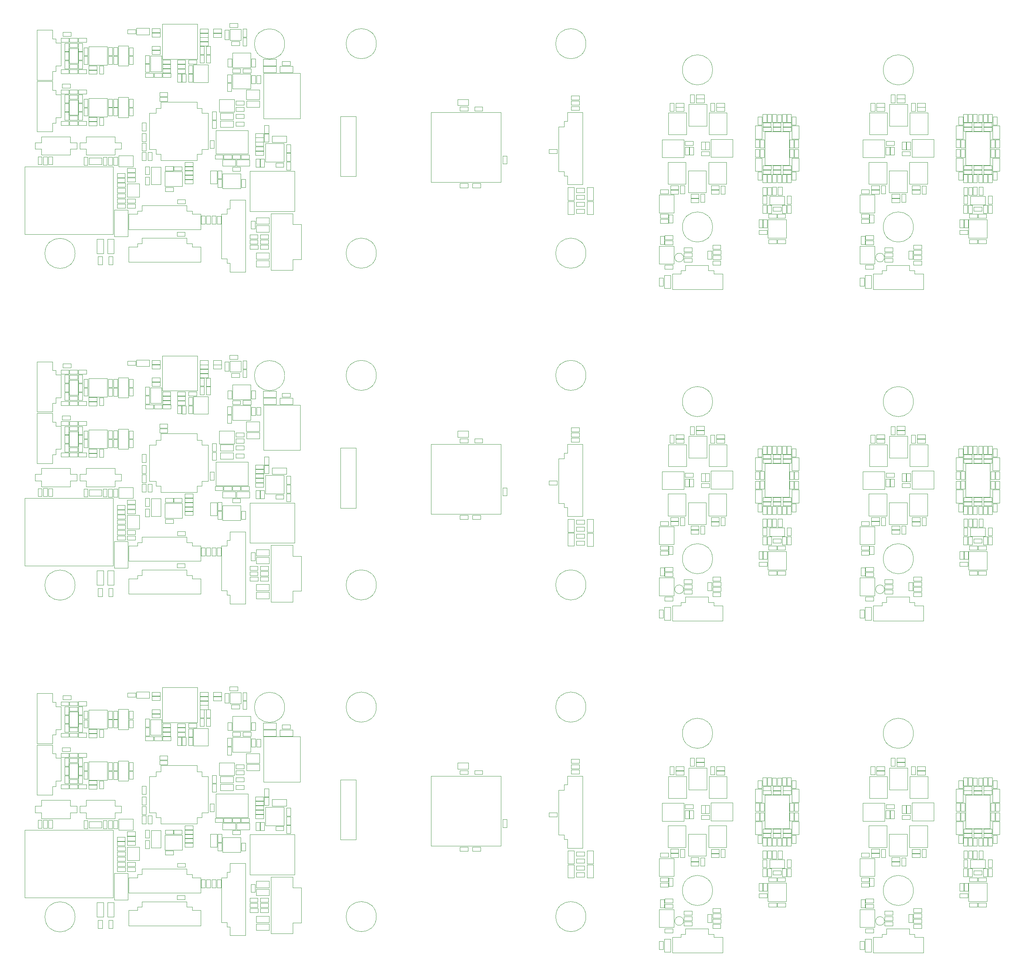
<source format=gbr>
%TF.GenerationSoftware,KiCad,Pcbnew,7.0.1-3b83917a11~172~ubuntu22.04.1*%
%TF.CreationDate,2023-05-09T12:11:44+02:00*%
%TF.ProjectId,panel,70616e65-6c2e-46b6-9963-61645f706362,C*%
%TF.SameCoordinates,Original*%
%TF.FileFunction,Other,User*%
%FSLAX46Y46*%
G04 Gerber Fmt 4.6, Leading zero omitted, Abs format (unit mm)*
G04 Created by KiCad (PCBNEW 7.0.1-3b83917a11~172~ubuntu22.04.1) date 2023-05-09 12:11:44*
%MOMM*%
%LPD*%
G01*
G04 APERTURE LIST*
%ADD10C,0.050000*%
%ADD11C,0.120000*%
G04 APERTURE END LIST*
D10*
%TO.C,C502*%
X43190000Y-128940000D02*
X45010000Y-128940000D01*
X43190000Y-129860000D02*
X43190000Y-128940000D01*
X45010000Y-128940000D02*
X45010000Y-129860000D01*
X45010000Y-129860000D02*
X43190000Y-129860000D01*
X43190000Y-204940000D02*
X45010000Y-204940000D01*
X43190000Y-205860000D02*
X43190000Y-204940000D01*
X45010000Y-204940000D02*
X45010000Y-205860000D01*
X45010000Y-205860000D02*
X43190000Y-205860000D01*
X43190000Y-52940000D02*
X45010000Y-52940000D01*
X43190000Y-53860000D02*
X43190000Y-52940000D01*
X45010000Y-52940000D02*
X45010000Y-53860000D01*
X45010000Y-53860000D02*
X43190000Y-53860000D01*
%TO.C,C501*%
X45010000Y-122660000D02*
X43190000Y-122660000D01*
X45010000Y-121740000D02*
X45010000Y-122660000D01*
X43190000Y-122660000D02*
X43190000Y-121740000D01*
X43190000Y-121740000D02*
X45010000Y-121740000D01*
X45010000Y-198660000D02*
X43190000Y-198660000D01*
X45010000Y-197740000D02*
X45010000Y-198660000D01*
X43190000Y-198660000D02*
X43190000Y-197740000D01*
X43190000Y-197740000D02*
X45010000Y-197740000D01*
X45010000Y-46660000D02*
X43190000Y-46660000D01*
X45010000Y-45740000D02*
X45010000Y-46660000D01*
X43190000Y-46660000D02*
X43190000Y-45740000D01*
X43190000Y-45740000D02*
X45010000Y-45740000D01*
%TO.C,C903*%
X92390000Y-150340000D02*
X94210000Y-150340000D01*
X92390000Y-151260000D02*
X92390000Y-150340000D01*
X94210000Y-150340000D02*
X94210000Y-151260000D01*
X94210000Y-151260000D02*
X92390000Y-151260000D01*
X92390000Y-226340000D02*
X94210000Y-226340000D01*
X92390000Y-227260000D02*
X92390000Y-226340000D01*
X94210000Y-226340000D02*
X94210000Y-227260000D01*
X94210000Y-227260000D02*
X92390000Y-227260000D01*
X92390000Y-74340000D02*
X94210000Y-74340000D01*
X92390000Y-75260000D02*
X92390000Y-74340000D01*
X94210000Y-74340000D02*
X94210000Y-75260000D01*
X94210000Y-75260000D02*
X92390000Y-75260000D01*
%TO.C,C904*%
X89610000Y-144460000D02*
X87790000Y-144460000D01*
X89610000Y-143540000D02*
X89610000Y-144460000D01*
X87790000Y-144460000D02*
X87790000Y-143540000D01*
X87790000Y-143540000D02*
X89610000Y-143540000D01*
X89610000Y-220460000D02*
X87790000Y-220460000D01*
X89610000Y-219540000D02*
X89610000Y-220460000D01*
X87790000Y-220460000D02*
X87790000Y-219540000D01*
X87790000Y-219540000D02*
X89610000Y-219540000D01*
X89610000Y-68460000D02*
X87790000Y-68460000D01*
X89610000Y-67540000D02*
X89610000Y-68460000D01*
X87790000Y-68460000D02*
X87790000Y-67540000D01*
X87790000Y-67540000D02*
X89610000Y-67540000D01*
%TO.C,R905*%
X90737800Y-170070000D02*
X88877800Y-170070000D01*
X90737800Y-169130000D02*
X90737800Y-170070000D01*
X88877800Y-170070000D02*
X88877800Y-169130000D01*
X88877800Y-169130000D02*
X90737800Y-169130000D01*
X90737800Y-246070000D02*
X88877800Y-246070000D01*
X90737800Y-245130000D02*
X90737800Y-246070000D01*
X88877800Y-246070000D02*
X88877800Y-245130000D01*
X88877800Y-245130000D02*
X90737800Y-245130000D01*
X90737800Y-94070000D02*
X88877800Y-94070000D01*
X90737800Y-93130000D02*
X90737800Y-94070000D01*
X88877800Y-94070000D02*
X88877800Y-93130000D01*
X88877800Y-93130000D02*
X90737800Y-93130000D01*
%TO.C,D901*%
X90887800Y-172330000D02*
X87927800Y-172330000D01*
X90887800Y-170870000D02*
X90887800Y-172330000D01*
X87927800Y-172330000D02*
X87927800Y-170870000D01*
X87927800Y-170870000D02*
X90887800Y-170870000D01*
X90887800Y-248330000D02*
X87927800Y-248330000D01*
X90887800Y-246870000D02*
X90887800Y-248330000D01*
X87927800Y-248330000D02*
X87927800Y-246870000D01*
X87927800Y-246870000D02*
X90887800Y-246870000D01*
X90887800Y-96330000D02*
X87927800Y-96330000D01*
X90887800Y-94870000D02*
X90887800Y-96330000D01*
X87927800Y-96330000D02*
X87927800Y-94870000D01*
X87927800Y-94870000D02*
X90887800Y-94870000D01*
%TO.C,D902*%
X90887800Y-174130000D02*
X87927800Y-174130000D01*
X90887800Y-172670000D02*
X90887800Y-174130000D01*
X87927800Y-174130000D02*
X87927800Y-172670000D01*
X87927800Y-172670000D02*
X90887800Y-172670000D01*
X90887800Y-250130000D02*
X87927800Y-250130000D01*
X90887800Y-248670000D02*
X90887800Y-250130000D01*
X87927800Y-250130000D02*
X87927800Y-248670000D01*
X87927800Y-248670000D02*
X90887800Y-248670000D01*
X90887800Y-98130000D02*
X87927800Y-98130000D01*
X90887800Y-96670000D02*
X90887800Y-98130000D01*
X87927800Y-98130000D02*
X87927800Y-96670000D01*
X87927800Y-96670000D02*
X90887800Y-96670000D01*
%TO.C,R908*%
X86477800Y-169130000D02*
X88337800Y-169130000D01*
X86477800Y-170070000D02*
X86477800Y-169130000D01*
X88337800Y-169130000D02*
X88337800Y-170070000D01*
X88337800Y-170070000D02*
X86477800Y-170070000D01*
X86477800Y-245130000D02*
X88337800Y-245130000D01*
X86477800Y-246070000D02*
X86477800Y-245130000D01*
X88337800Y-245130000D02*
X88337800Y-246070000D01*
X88337800Y-246070000D02*
X86477800Y-246070000D01*
X86477800Y-93130000D02*
X88337800Y-93130000D01*
X86477800Y-94070000D02*
X86477800Y-93130000D01*
X88337800Y-93130000D02*
X88337800Y-94070000D01*
X88337800Y-94070000D02*
X86477800Y-94070000D01*
D11*
%TO.C,Y101*%
X67012400Y-152300000D02*
X67012400Y-155700000D01*
X67012400Y-152300000D02*
X71012400Y-152300000D01*
X71012400Y-152300000D02*
X71012400Y-155700000D01*
X71012400Y-155700000D02*
X67012400Y-155700000D01*
X67012400Y-228300000D02*
X67012400Y-231700000D01*
X67012400Y-228300000D02*
X71012400Y-228300000D01*
X71012400Y-228300000D02*
X71012400Y-231700000D01*
X71012400Y-231700000D02*
X67012400Y-231700000D01*
X67012400Y-76300000D02*
X67012400Y-79700000D01*
X67012400Y-76300000D02*
X71012400Y-76300000D01*
X71012400Y-76300000D02*
X71012400Y-79700000D01*
X71012400Y-79700000D02*
X67012400Y-79700000D01*
D10*
%TO.C,SW101*%
X46825000Y-147150000D02*
X45375000Y-147150000D01*
X46825000Y-145650000D02*
X46825000Y-147150000D01*
X45375000Y-148500000D02*
X38775000Y-148500000D01*
X45375000Y-147150000D02*
X45375000Y-148500000D01*
X45375000Y-145650000D02*
X46825000Y-145650000D01*
X45375000Y-144300000D02*
X45375000Y-145650000D01*
X38775000Y-148500000D02*
X38775000Y-147150000D01*
X38775000Y-147150000D02*
X37325000Y-147150000D01*
X38775000Y-145650000D02*
X38775000Y-144300000D01*
X38775000Y-144300000D02*
X45375000Y-144300000D01*
X37325000Y-147150000D02*
X37325000Y-145650000D01*
X37325000Y-145650000D02*
X38775000Y-145650000D01*
X46825000Y-223150000D02*
X45375000Y-223150000D01*
X46825000Y-221650000D02*
X46825000Y-223150000D01*
X45375000Y-224500000D02*
X38775000Y-224500000D01*
X45375000Y-223150000D02*
X45375000Y-224500000D01*
X45375000Y-221650000D02*
X46825000Y-221650000D01*
X45375000Y-220300000D02*
X45375000Y-221650000D01*
X38775000Y-224500000D02*
X38775000Y-223150000D01*
X38775000Y-223150000D02*
X37325000Y-223150000D01*
X38775000Y-221650000D02*
X38775000Y-220300000D01*
X38775000Y-220300000D02*
X45375000Y-220300000D01*
X37325000Y-223150000D02*
X37325000Y-221650000D01*
X37325000Y-221650000D02*
X38775000Y-221650000D01*
X46825000Y-71150000D02*
X45375000Y-71150000D01*
X46825000Y-69650000D02*
X46825000Y-71150000D01*
X45375000Y-72500000D02*
X38775000Y-72500000D01*
X45375000Y-71150000D02*
X45375000Y-72500000D01*
X45375000Y-69650000D02*
X46825000Y-69650000D01*
X45375000Y-68300000D02*
X45375000Y-69650000D01*
X38775000Y-72500000D02*
X38775000Y-71150000D01*
X38775000Y-71150000D02*
X37325000Y-71150000D01*
X38775000Y-69650000D02*
X38775000Y-68300000D01*
X38775000Y-68300000D02*
X45375000Y-68300000D01*
X37325000Y-71150000D02*
X37325000Y-69650000D01*
X37325000Y-69650000D02*
X38775000Y-69650000D01*
%TO.C,R209*%
X85720000Y-136070000D02*
X88680000Y-136070000D01*
X85720000Y-137530000D02*
X85720000Y-136070000D01*
X88680000Y-136070000D02*
X88680000Y-137530000D01*
X88680000Y-137530000D02*
X85720000Y-137530000D01*
X85720000Y-212070000D02*
X88680000Y-212070000D01*
X85720000Y-213530000D02*
X85720000Y-212070000D01*
X88680000Y-212070000D02*
X88680000Y-213530000D01*
X88680000Y-213530000D02*
X85720000Y-213530000D01*
X85720000Y-60070000D02*
X88680000Y-60070000D01*
X85720000Y-61530000D02*
X85720000Y-60070000D01*
X88680000Y-60070000D02*
X88680000Y-61530000D01*
X88680000Y-61530000D02*
X85720000Y-61530000D01*
%TO.C,CB401*%
X72440000Y-131760000D02*
X72440000Y-129940000D01*
X73360000Y-131760000D02*
X72440000Y-131760000D01*
X72440000Y-129940000D02*
X73360000Y-129940000D01*
X73360000Y-129940000D02*
X73360000Y-131760000D01*
X72440000Y-207760000D02*
X72440000Y-205940000D01*
X73360000Y-207760000D02*
X72440000Y-207760000D01*
X72440000Y-205940000D02*
X73360000Y-205940000D01*
X73360000Y-205940000D02*
X73360000Y-207760000D01*
X72440000Y-55760000D02*
X72440000Y-53940000D01*
X73360000Y-55760000D02*
X72440000Y-55760000D01*
X72440000Y-53940000D02*
X73360000Y-53940000D01*
X73360000Y-53940000D02*
X73360000Y-55760000D01*
%TO.C,C101*%
X78760000Y-140590000D02*
X78760000Y-142410000D01*
X77840000Y-140590000D02*
X78760000Y-140590000D01*
X78760000Y-142410000D02*
X77840000Y-142410000D01*
X77840000Y-142410000D02*
X77840000Y-140590000D01*
X78760000Y-216590000D02*
X78760000Y-218410000D01*
X77840000Y-216590000D02*
X78760000Y-216590000D01*
X78760000Y-218410000D02*
X77840000Y-218410000D01*
X77840000Y-218410000D02*
X77840000Y-216590000D01*
X78760000Y-64590000D02*
X78760000Y-66410000D01*
X77840000Y-64590000D02*
X78760000Y-64590000D01*
X78760000Y-66410000D02*
X77840000Y-66410000D01*
X77840000Y-66410000D02*
X77840000Y-64590000D01*
%TO.C,C103*%
X62660000Y-147890000D02*
X62660000Y-149710000D01*
X61740000Y-147890000D02*
X62660000Y-147890000D01*
X62660000Y-149710000D02*
X61740000Y-149710000D01*
X61740000Y-149710000D02*
X61740000Y-147890000D01*
X62660000Y-223890000D02*
X62660000Y-225710000D01*
X61740000Y-223890000D02*
X62660000Y-223890000D01*
X62660000Y-225710000D02*
X61740000Y-225710000D01*
X61740000Y-225710000D02*
X61740000Y-223890000D01*
X62660000Y-71890000D02*
X62660000Y-73710000D01*
X61740000Y-71890000D02*
X62660000Y-71890000D01*
X62660000Y-73710000D02*
X61740000Y-73710000D01*
X61740000Y-73710000D02*
X61740000Y-71890000D01*
%TO.C,C104*%
X70910000Y-152060000D02*
X69090000Y-152060000D01*
X70910000Y-151140000D02*
X70910000Y-152060000D01*
X69090000Y-152060000D02*
X69090000Y-151140000D01*
X69090000Y-151140000D02*
X70910000Y-151140000D01*
X70910000Y-228060000D02*
X69090000Y-228060000D01*
X70910000Y-227140000D02*
X70910000Y-228060000D01*
X69090000Y-228060000D02*
X69090000Y-227140000D01*
X69090000Y-227140000D02*
X70910000Y-227140000D01*
X70910000Y-76060000D02*
X69090000Y-76060000D01*
X70910000Y-75140000D02*
X70910000Y-76060000D01*
X69090000Y-76060000D02*
X69090000Y-75140000D01*
X69090000Y-75140000D02*
X70910000Y-75140000D01*
%TO.C,C105*%
X62552400Y-155360000D02*
X62552400Y-153540000D01*
X63472400Y-155360000D02*
X62552400Y-155360000D01*
X62552400Y-153540000D02*
X63472400Y-153540000D01*
X63472400Y-153540000D02*
X63472400Y-155360000D01*
X62552400Y-231360000D02*
X62552400Y-229540000D01*
X63472400Y-231360000D02*
X62552400Y-231360000D01*
X62552400Y-229540000D02*
X63472400Y-229540000D01*
X63472400Y-229540000D02*
X63472400Y-231360000D01*
X62552400Y-79360000D02*
X62552400Y-77540000D01*
X63472400Y-79360000D02*
X62552400Y-79360000D01*
X62552400Y-77540000D02*
X63472400Y-77540000D01*
X63472400Y-77540000D02*
X63472400Y-79360000D01*
%TO.C,C106*%
X63472400Y-151140000D02*
X63472400Y-152960000D01*
X62552400Y-151140000D02*
X63472400Y-151140000D01*
X63472400Y-152960000D02*
X62552400Y-152960000D01*
X62552400Y-152960000D02*
X62552400Y-151140000D01*
X63472400Y-227140000D02*
X63472400Y-228960000D01*
X62552400Y-227140000D02*
X63472400Y-227140000D01*
X63472400Y-228960000D02*
X62552400Y-228960000D01*
X62552400Y-228960000D02*
X62552400Y-227140000D01*
X63472400Y-75140000D02*
X63472400Y-76960000D01*
X62552400Y-75140000D02*
X63472400Y-75140000D01*
X63472400Y-76960000D02*
X62552400Y-76960000D01*
X62552400Y-76960000D02*
X62552400Y-75140000D01*
%TO.C,C403*%
X69890000Y-127740000D02*
X71710000Y-127740000D01*
X69890000Y-128660000D02*
X69890000Y-127740000D01*
X71710000Y-127740000D02*
X71710000Y-128660000D01*
X71710000Y-128660000D02*
X69890000Y-128660000D01*
X69890000Y-203740000D02*
X71710000Y-203740000D01*
X69890000Y-204660000D02*
X69890000Y-203740000D01*
X71710000Y-203740000D02*
X71710000Y-204660000D01*
X71710000Y-204660000D02*
X69890000Y-204660000D01*
X69890000Y-51740000D02*
X71710000Y-51740000D01*
X69890000Y-52660000D02*
X69890000Y-51740000D01*
X71710000Y-51740000D02*
X71710000Y-52660000D01*
X71710000Y-52660000D02*
X69890000Y-52660000D01*
%TO.C,CB102*%
X48440000Y-150810000D02*
X48440000Y-148990000D01*
X49360000Y-150810000D02*
X48440000Y-150810000D01*
X48440000Y-148990000D02*
X49360000Y-148990000D01*
X49360000Y-148990000D02*
X49360000Y-150810000D01*
X48440000Y-226810000D02*
X48440000Y-224990000D01*
X49360000Y-226810000D02*
X48440000Y-226810000D01*
X48440000Y-224990000D02*
X49360000Y-224990000D01*
X49360000Y-224990000D02*
X49360000Y-226810000D01*
X48440000Y-74810000D02*
X48440000Y-72990000D01*
X49360000Y-74810000D02*
X48440000Y-74810000D01*
X48440000Y-72990000D02*
X49360000Y-72990000D01*
X49360000Y-72990000D02*
X49360000Y-74810000D01*
%TO.C,CB101*%
X78760000Y-138590000D02*
X78760000Y-140410000D01*
X77840000Y-138590000D02*
X78760000Y-138590000D01*
X78760000Y-140410000D02*
X77840000Y-140410000D01*
X77840000Y-140410000D02*
X77840000Y-138590000D01*
X78760000Y-214590000D02*
X78760000Y-216410000D01*
X77840000Y-214590000D02*
X78760000Y-214590000D01*
X78760000Y-216410000D02*
X77840000Y-216410000D01*
X77840000Y-216410000D02*
X77840000Y-214590000D01*
X78760000Y-62590000D02*
X78760000Y-64410000D01*
X77840000Y-62590000D02*
X78760000Y-62590000D01*
X78760000Y-64410000D02*
X77840000Y-64410000D01*
X77840000Y-64410000D02*
X77840000Y-62590000D01*
%TO.C,CB103*%
X61752400Y-147560000D02*
X61752400Y-145740000D01*
X62672400Y-147560000D02*
X61752400Y-147560000D01*
X61752400Y-145740000D02*
X62672400Y-145740000D01*
X62672400Y-145740000D02*
X62672400Y-147560000D01*
X61752400Y-223560000D02*
X61752400Y-221740000D01*
X62672400Y-223560000D02*
X61752400Y-223560000D01*
X61752400Y-221740000D02*
X62672400Y-221740000D01*
X62672400Y-221740000D02*
X62672400Y-223560000D01*
X61752400Y-71560000D02*
X61752400Y-69740000D01*
X62672400Y-71560000D02*
X61752400Y-71560000D01*
X61752400Y-69740000D02*
X62672400Y-69740000D01*
X62672400Y-69740000D02*
X62672400Y-71560000D01*
%TO.C,CB104*%
X78260000Y-145140000D02*
X78260000Y-146960000D01*
X77340000Y-145140000D02*
X78260000Y-145140000D01*
X78260000Y-146960000D02*
X77340000Y-146960000D01*
X77340000Y-146960000D02*
X77340000Y-145140000D01*
X78260000Y-221140000D02*
X78260000Y-222960000D01*
X77340000Y-221140000D02*
X78260000Y-221140000D01*
X78260000Y-222960000D02*
X77340000Y-222960000D01*
X77340000Y-222960000D02*
X77340000Y-221140000D01*
X78260000Y-69140000D02*
X78260000Y-70960000D01*
X77340000Y-69140000D02*
X78260000Y-69140000D01*
X78260000Y-70960000D02*
X77340000Y-70960000D01*
X77340000Y-70960000D02*
X77340000Y-69140000D01*
%TO.C,CB105*%
X65790000Y-135240000D02*
X67610000Y-135240000D01*
X65790000Y-136160000D02*
X65790000Y-135240000D01*
X67610000Y-135240000D02*
X67610000Y-136160000D01*
X67610000Y-136160000D02*
X65790000Y-136160000D01*
X65790000Y-211240000D02*
X67610000Y-211240000D01*
X65790000Y-212160000D02*
X65790000Y-211240000D01*
X67610000Y-211240000D02*
X67610000Y-212160000D01*
X67610000Y-212160000D02*
X65790000Y-212160000D01*
X65790000Y-59240000D02*
X67610000Y-59240000D01*
X65790000Y-60160000D02*
X65790000Y-59240000D01*
X67610000Y-59240000D02*
X67610000Y-60160000D01*
X67610000Y-60160000D02*
X65790000Y-60160000D01*
%TO.C,CB106*%
X64060000Y-147890000D02*
X64060000Y-149710000D01*
X63140000Y-147890000D02*
X64060000Y-147890000D01*
X64060000Y-149710000D02*
X63140000Y-149710000D01*
X63140000Y-149710000D02*
X63140000Y-147890000D01*
X64060000Y-223890000D02*
X64060000Y-225710000D01*
X63140000Y-223890000D02*
X64060000Y-223890000D01*
X64060000Y-225710000D02*
X63140000Y-225710000D01*
X63140000Y-225710000D02*
X63140000Y-223890000D01*
X64060000Y-71890000D02*
X64060000Y-73710000D01*
X63140000Y-71890000D02*
X64060000Y-71890000D01*
X64060000Y-73710000D02*
X63140000Y-73710000D01*
X63140000Y-73710000D02*
X63140000Y-71890000D01*
%TO.C,CB107*%
X53760000Y-148990000D02*
X53760000Y-150810000D01*
X52840000Y-148990000D02*
X53760000Y-148990000D01*
X53760000Y-150810000D02*
X52840000Y-150810000D01*
X52840000Y-150810000D02*
X52840000Y-148990000D01*
X53760000Y-224990000D02*
X53760000Y-226810000D01*
X52840000Y-224990000D02*
X53760000Y-224990000D01*
X53760000Y-226810000D02*
X52840000Y-226810000D01*
X52840000Y-226810000D02*
X52840000Y-224990000D01*
X53760000Y-72990000D02*
X53760000Y-74810000D01*
X52840000Y-72990000D02*
X53760000Y-72990000D01*
X53760000Y-74810000D02*
X52840000Y-74810000D01*
X52840000Y-74810000D02*
X52840000Y-72990000D01*
%TO.C,R208*%
X89520000Y-128170000D02*
X92480000Y-128170000D01*
X89520000Y-129630000D02*
X89520000Y-128170000D01*
X92480000Y-128170000D02*
X92480000Y-129630000D01*
X92480000Y-129630000D02*
X89520000Y-129630000D01*
X89520000Y-204170000D02*
X92480000Y-204170000D01*
X89520000Y-205630000D02*
X89520000Y-204170000D01*
X92480000Y-204170000D02*
X92480000Y-205630000D01*
X92480000Y-205630000D02*
X89520000Y-205630000D01*
X89520000Y-52170000D02*
X92480000Y-52170000D01*
X89520000Y-53630000D02*
X89520000Y-52170000D01*
X92480000Y-52170000D02*
X92480000Y-53630000D01*
X92480000Y-53630000D02*
X89520000Y-53630000D01*
D11*
%TO.C,Y102*%
X63912400Y-155250000D02*
X66112400Y-155250000D01*
X63912400Y-155250000D02*
X63912400Y-151250000D01*
X63912400Y-151250000D02*
X66112400Y-151250000D01*
X66112400Y-151250000D02*
X66112400Y-155250000D01*
X63912400Y-231250000D02*
X66112400Y-231250000D01*
X63912400Y-231250000D02*
X63912400Y-227250000D01*
X63912400Y-227250000D02*
X66112400Y-227250000D01*
X66112400Y-227250000D02*
X66112400Y-231250000D01*
X63912400Y-79250000D02*
X66112400Y-79250000D01*
X63912400Y-79250000D02*
X63912400Y-75250000D01*
X63912400Y-75250000D02*
X66112400Y-75250000D01*
X66112400Y-75250000D02*
X66112400Y-79250000D01*
D10*
%TO.C,H201*%
X94450000Y-123050000D02*
G75*
G03*
X94450000Y-123050000I-3450000J0D01*
G01*
X94450000Y-199050000D02*
G75*
G03*
X94450000Y-199050000I-3450000J0D01*
G01*
X94450000Y-47050000D02*
G75*
G03*
X94450000Y-47050000I-3450000J0D01*
G01*
%TO.C,R106*%
X68930000Y-152070000D02*
X67070000Y-152070000D01*
X68930000Y-151130000D02*
X68930000Y-152070000D01*
X67070000Y-152070000D02*
X67070000Y-151130000D01*
X67070000Y-151130000D02*
X68930000Y-151130000D01*
X68930000Y-228070000D02*
X67070000Y-228070000D01*
X68930000Y-227130000D02*
X68930000Y-228070000D01*
X67070000Y-228070000D02*
X67070000Y-227130000D01*
X67070000Y-227130000D02*
X68930000Y-227130000D01*
X68930000Y-76070000D02*
X67070000Y-76070000D01*
X68930000Y-75130000D02*
X68930000Y-76070000D01*
X67070000Y-76070000D02*
X67070000Y-75130000D01*
X67070000Y-75130000D02*
X68930000Y-75130000D01*
%TO.C,R101*%
X62682400Y-143570000D02*
X62682400Y-145430000D01*
X61742400Y-143570000D02*
X62682400Y-143570000D01*
X62682400Y-145430000D02*
X61742400Y-145430000D01*
X61742400Y-145430000D02*
X61742400Y-143570000D01*
X62682400Y-219570000D02*
X62682400Y-221430000D01*
X61742400Y-219570000D02*
X62682400Y-219570000D01*
X62682400Y-221430000D02*
X61742400Y-221430000D01*
X61742400Y-221430000D02*
X61742400Y-219570000D01*
X62682400Y-67570000D02*
X62682400Y-69430000D01*
X61742400Y-67570000D02*
X62682400Y-67570000D01*
X62682400Y-69430000D02*
X61742400Y-69430000D01*
X61742400Y-69430000D02*
X61742400Y-67570000D01*
%TO.C,H202*%
X46450000Y-171050000D02*
G75*
G03*
X46450000Y-171050000I-3450000J0D01*
G01*
X46450000Y-247050000D02*
G75*
G03*
X46450000Y-247050000I-3450000J0D01*
G01*
X46450000Y-95050000D02*
G75*
G03*
X46450000Y-95050000I-3450000J0D01*
G01*
%TO.C,SW102*%
X47525000Y-221650000D02*
X48975000Y-221650000D01*
X47525000Y-223150000D02*
X47525000Y-221650000D01*
X48975000Y-220300000D02*
X55575000Y-220300000D01*
X48975000Y-221650000D02*
X48975000Y-220300000D01*
X48975000Y-223150000D02*
X47525000Y-223150000D01*
X48975000Y-224500000D02*
X48975000Y-223150000D01*
X55575000Y-220300000D02*
X55575000Y-221650000D01*
X55575000Y-221650000D02*
X57025000Y-221650000D01*
X55575000Y-223150000D02*
X55575000Y-224500000D01*
X55575000Y-224500000D02*
X48975000Y-224500000D01*
X57025000Y-221650000D02*
X57025000Y-223150000D01*
X57025000Y-223150000D02*
X55575000Y-223150000D01*
X47525000Y-69650000D02*
X48975000Y-69650000D01*
X47525000Y-71150000D02*
X47525000Y-69650000D01*
X48975000Y-68300000D02*
X55575000Y-68300000D01*
X48975000Y-69650000D02*
X48975000Y-68300000D01*
X48975000Y-71150000D02*
X47525000Y-71150000D01*
X48975000Y-72500000D02*
X48975000Y-71150000D01*
X55575000Y-68300000D02*
X55575000Y-69650000D01*
X55575000Y-69650000D02*
X57025000Y-69650000D01*
X55575000Y-71150000D02*
X55575000Y-72500000D01*
X55575000Y-72500000D02*
X48975000Y-72500000D01*
X57025000Y-69650000D02*
X57025000Y-71150000D01*
X57025000Y-71150000D02*
X55575000Y-71150000D01*
X47525000Y-145650000D02*
X48975000Y-145650000D01*
X47525000Y-147150000D02*
X47525000Y-145650000D01*
X48975000Y-144300000D02*
X55575000Y-144300000D01*
X48975000Y-145650000D02*
X48975000Y-144300000D01*
X48975000Y-147150000D02*
X47525000Y-147150000D01*
X48975000Y-148500000D02*
X48975000Y-147150000D01*
X55575000Y-144300000D02*
X55575000Y-145650000D01*
X55575000Y-145650000D02*
X57025000Y-145650000D01*
X55575000Y-147150000D02*
X55575000Y-148500000D01*
X55575000Y-148500000D02*
X48975000Y-148500000D01*
X57025000Y-145650000D02*
X57025000Y-147150000D01*
X57025000Y-147150000D02*
X55575000Y-147150000D01*
%TO.C,U903*%
X86650000Y-128500000D02*
X86650000Y-125100000D01*
X86650000Y-125100000D02*
X82550000Y-125100000D01*
X82550000Y-128500000D02*
X86650000Y-128500000D01*
X82550000Y-125100000D02*
X82550000Y-128500000D01*
X86650000Y-204500000D02*
X86650000Y-201100000D01*
X86650000Y-201100000D02*
X82550000Y-201100000D01*
X82550000Y-204500000D02*
X86650000Y-204500000D01*
X82550000Y-201100000D02*
X82550000Y-204500000D01*
X86650000Y-52500000D02*
X86650000Y-49100000D01*
X86650000Y-49100000D02*
X82550000Y-49100000D01*
X82550000Y-52500000D02*
X86650000Y-52500000D01*
X82550000Y-49100000D02*
X82550000Y-52500000D01*
%TO.C,F901*%
X91550000Y-220170000D02*
X94850000Y-220170000D01*
X91550000Y-221630000D02*
X91550000Y-220170000D01*
X94850000Y-220170000D02*
X94850000Y-221630000D01*
X94850000Y-221630000D02*
X91550000Y-221630000D01*
X91550000Y-144170000D02*
X94850000Y-144170000D01*
X91550000Y-145630000D02*
X91550000Y-144170000D01*
X94850000Y-144170000D02*
X94850000Y-145630000D01*
X94850000Y-145630000D02*
X91550000Y-145630000D01*
X91550000Y-68170000D02*
X94850000Y-68170000D01*
X91550000Y-69630000D02*
X91550000Y-68170000D01*
X94850000Y-68170000D02*
X94850000Y-69630000D01*
X94850000Y-69630000D02*
X91550000Y-69630000D01*
%TO.C,J201*%
X86500000Y-161400000D02*
X96700000Y-161400000D01*
X96700000Y-161400000D02*
X96700000Y-152200000D01*
X86500000Y-152200000D02*
X86500000Y-161400000D01*
X96700000Y-152200000D02*
X86500000Y-152200000D01*
X86500000Y-237400000D02*
X96700000Y-237400000D01*
X96700000Y-237400000D02*
X96700000Y-228200000D01*
X86500000Y-228200000D02*
X86500000Y-237400000D01*
X96700000Y-228200000D02*
X86500000Y-228200000D01*
X86500000Y-85400000D02*
X96700000Y-85400000D01*
X96700000Y-85400000D02*
X96700000Y-76200000D01*
X86500000Y-76200000D02*
X86500000Y-85400000D01*
X96700000Y-76200000D02*
X86500000Y-76200000D01*
%TO.C,C910*%
X81402500Y-128310000D02*
X81402500Y-126490000D01*
X82322500Y-128310000D02*
X81402500Y-128310000D01*
X81402500Y-126490000D02*
X82322500Y-126490000D01*
X82322500Y-126490000D02*
X82322500Y-128310000D01*
X81402500Y-204310000D02*
X81402500Y-202490000D01*
X82322500Y-204310000D02*
X81402500Y-204310000D01*
X81402500Y-202490000D02*
X82322500Y-202490000D01*
X82322500Y-202490000D02*
X82322500Y-204310000D01*
X81402500Y-52310000D02*
X81402500Y-50490000D01*
X82322500Y-52310000D02*
X81402500Y-52310000D01*
X81402500Y-50490000D02*
X82322500Y-50490000D01*
X82322500Y-50490000D02*
X82322500Y-52310000D01*
%TO.C,U201*%
X85675000Y-133600000D02*
X85675000Y-135800000D01*
X85675000Y-133600000D02*
X88675000Y-133600000D01*
X88675000Y-135800000D02*
X85675000Y-135800000D01*
X88675000Y-135800000D02*
X88675000Y-133600000D01*
X85675000Y-209600000D02*
X85675000Y-211800000D01*
X85675000Y-209600000D02*
X88675000Y-209600000D01*
X88675000Y-211800000D02*
X85675000Y-211800000D01*
X88675000Y-211800000D02*
X88675000Y-209600000D01*
X85675000Y-57600000D02*
X85675000Y-59800000D01*
X85675000Y-57600000D02*
X88675000Y-57600000D01*
X88675000Y-59800000D02*
X85675000Y-59800000D01*
X88675000Y-59800000D02*
X88675000Y-57600000D01*
%TO.C,D103*%
X79720000Y-138870000D02*
X82680000Y-138870000D01*
X79720000Y-140330000D02*
X79720000Y-138870000D01*
X82680000Y-138870000D02*
X82680000Y-140330000D01*
X82680000Y-140330000D02*
X79720000Y-140330000D01*
X79720000Y-214870000D02*
X82680000Y-214870000D01*
X79720000Y-216330000D02*
X79720000Y-214870000D01*
X82680000Y-214870000D02*
X82680000Y-216330000D01*
X82680000Y-216330000D02*
X79720000Y-216330000D01*
X79720000Y-62870000D02*
X82680000Y-62870000D01*
X79720000Y-64330000D02*
X79720000Y-62870000D01*
X82680000Y-62870000D02*
X82680000Y-64330000D01*
X82680000Y-64330000D02*
X79720000Y-64330000D01*
%TO.C,R105*%
X83270000Y-139130000D02*
X85130000Y-139130000D01*
X83270000Y-140070000D02*
X83270000Y-139130000D01*
X85130000Y-139130000D02*
X85130000Y-140070000D01*
X85130000Y-140070000D02*
X83270000Y-140070000D01*
X83270000Y-215130000D02*
X85130000Y-215130000D01*
X83270000Y-216070000D02*
X83270000Y-215130000D01*
X85130000Y-215130000D02*
X85130000Y-216070000D01*
X85130000Y-216070000D02*
X83270000Y-216070000D01*
X83270000Y-63130000D02*
X85130000Y-63130000D01*
X83270000Y-64070000D02*
X83270000Y-63130000D01*
X85130000Y-63130000D02*
X85130000Y-64070000D01*
X85130000Y-64070000D02*
X83270000Y-64070000D01*
%TO.C,C102*%
X67102400Y-155940000D02*
X68922400Y-155940000D01*
X67102400Y-156860000D02*
X67102400Y-155940000D01*
X68922400Y-155940000D02*
X68922400Y-156860000D01*
X68922400Y-156860000D02*
X67102400Y-156860000D01*
X67102400Y-231940000D02*
X68922400Y-231940000D01*
X67102400Y-232860000D02*
X67102400Y-231940000D01*
X68922400Y-231940000D02*
X68922400Y-232860000D01*
X68922400Y-232860000D02*
X67102400Y-232860000D01*
X67102400Y-79940000D02*
X68922400Y-79940000D01*
X67102400Y-80860000D02*
X67102400Y-79940000D01*
X68922400Y-79940000D02*
X68922400Y-80860000D01*
X68922400Y-80860000D02*
X67102400Y-80860000D01*
%TO.C,U801*%
X49580000Y-135480000D02*
X49580000Y-139720000D01*
X49580000Y-139720000D02*
X53820000Y-139720000D01*
X53820000Y-135480000D02*
X49580000Y-135480000D01*
X53820000Y-139720000D02*
X53820000Y-135480000D01*
X49580000Y-211480000D02*
X49580000Y-215720000D01*
X49580000Y-215720000D02*
X53820000Y-215720000D01*
X53820000Y-211480000D02*
X49580000Y-211480000D01*
X53820000Y-215720000D02*
X53820000Y-211480000D01*
X49580000Y-59480000D02*
X49580000Y-63720000D01*
X49580000Y-63720000D02*
X53820000Y-63720000D01*
X53820000Y-59480000D02*
X49580000Y-59480000D01*
X53820000Y-63720000D02*
X53820000Y-59480000D01*
%TO.C,U701*%
X49580000Y-123680000D02*
X49580000Y-127920000D01*
X49580000Y-127920000D02*
X53820000Y-127920000D01*
X53820000Y-123680000D02*
X49580000Y-123680000D01*
X53820000Y-127920000D02*
X53820000Y-123680000D01*
X49580000Y-199680000D02*
X49580000Y-203920000D01*
X49580000Y-203920000D02*
X53820000Y-203920000D01*
X53820000Y-199680000D02*
X49580000Y-199680000D01*
X53820000Y-203920000D02*
X53820000Y-199680000D01*
X49580000Y-47680000D02*
X49580000Y-51920000D01*
X49580000Y-51920000D02*
X53820000Y-51920000D01*
X53820000Y-47680000D02*
X49580000Y-47680000D01*
X53820000Y-51920000D02*
X53820000Y-47680000D01*
%TO.C,C401*%
X65910000Y-121460000D02*
X64090000Y-121460000D01*
X65910000Y-120540000D02*
X65910000Y-121460000D01*
X64090000Y-121460000D02*
X64090000Y-120540000D01*
X64090000Y-120540000D02*
X65910000Y-120540000D01*
X65910000Y-197460000D02*
X64090000Y-197460000D01*
X65910000Y-196540000D02*
X65910000Y-197460000D01*
X64090000Y-197460000D02*
X64090000Y-196540000D01*
X64090000Y-196540000D02*
X65910000Y-196540000D01*
X65910000Y-45460000D02*
X64090000Y-45460000D01*
X65910000Y-44540000D02*
X65910000Y-45460000D01*
X64090000Y-45460000D02*
X64090000Y-44540000D01*
X64090000Y-44540000D02*
X65910000Y-44540000D01*
%TO.C,C402*%
X65910000Y-124460000D02*
X64090000Y-124460000D01*
X65910000Y-123540000D02*
X65910000Y-124460000D01*
X64090000Y-124460000D02*
X64090000Y-123540000D01*
X64090000Y-123540000D02*
X65910000Y-123540000D01*
X65910000Y-200460000D02*
X64090000Y-200460000D01*
X65910000Y-199540000D02*
X65910000Y-200460000D01*
X64090000Y-200460000D02*
X64090000Y-199540000D01*
X64090000Y-199540000D02*
X65910000Y-199540000D01*
X65910000Y-48460000D02*
X64090000Y-48460000D01*
X65910000Y-47540000D02*
X65910000Y-48460000D01*
X64090000Y-48460000D02*
X64090000Y-47540000D01*
X64090000Y-47540000D02*
X65910000Y-47540000D01*
%TO.C,C405*%
X65910000Y-120460000D02*
X64090000Y-120460000D01*
X65910000Y-119540000D02*
X65910000Y-120460000D01*
X64090000Y-120460000D02*
X64090000Y-119540000D01*
X64090000Y-119540000D02*
X65910000Y-119540000D01*
X65910000Y-196460000D02*
X64090000Y-196460000D01*
X65910000Y-195540000D02*
X65910000Y-196460000D01*
X64090000Y-196460000D02*
X64090000Y-195540000D01*
X64090000Y-195540000D02*
X65910000Y-195540000D01*
X65910000Y-44460000D02*
X64090000Y-44460000D01*
X65910000Y-43540000D02*
X65910000Y-44460000D01*
X64090000Y-44460000D02*
X64090000Y-43540000D01*
X64090000Y-43540000D02*
X65910000Y-43540000D01*
%TO.C,C406*%
X65910000Y-125460000D02*
X64090000Y-125460000D01*
X65910000Y-124540000D02*
X65910000Y-125460000D01*
X64090000Y-125460000D02*
X64090000Y-124540000D01*
X64090000Y-124540000D02*
X65910000Y-124540000D01*
X65910000Y-201460000D02*
X64090000Y-201460000D01*
X65910000Y-200540000D02*
X65910000Y-201460000D01*
X64090000Y-201460000D02*
X64090000Y-200540000D01*
X64090000Y-200540000D02*
X65910000Y-200540000D01*
X65910000Y-49460000D02*
X64090000Y-49460000D01*
X65910000Y-48540000D02*
X65910000Y-49460000D01*
X64090000Y-49460000D02*
X64090000Y-48540000D01*
X64090000Y-48540000D02*
X65910000Y-48540000D01*
%TO.C,C407*%
X69890000Y-126740000D02*
X71710000Y-126740000D01*
X69890000Y-127660000D02*
X69890000Y-126740000D01*
X71710000Y-126740000D02*
X71710000Y-127660000D01*
X71710000Y-127660000D02*
X69890000Y-127660000D01*
X69890000Y-202740000D02*
X71710000Y-202740000D01*
X69890000Y-203660000D02*
X69890000Y-202740000D01*
X71710000Y-202740000D02*
X71710000Y-203660000D01*
X71710000Y-203660000D02*
X69890000Y-203660000D01*
X69890000Y-50740000D02*
X71710000Y-50740000D01*
X69890000Y-51660000D02*
X69890000Y-50740000D01*
X71710000Y-50740000D02*
X71710000Y-51660000D01*
X71710000Y-51660000D02*
X69890000Y-51660000D01*
%TO.C,C409*%
X68310000Y-128660000D02*
X66490000Y-128660000D01*
X68310000Y-127740000D02*
X68310000Y-128660000D01*
X66490000Y-128660000D02*
X66490000Y-127740000D01*
X66490000Y-127740000D02*
X68310000Y-127740000D01*
X68310000Y-204660000D02*
X66490000Y-204660000D01*
X68310000Y-203740000D02*
X68310000Y-204660000D01*
X66490000Y-204660000D02*
X66490000Y-203740000D01*
X66490000Y-203740000D02*
X68310000Y-203740000D01*
X68310000Y-52660000D02*
X66490000Y-52660000D01*
X68310000Y-51740000D02*
X68310000Y-52660000D01*
X66490000Y-52660000D02*
X66490000Y-51740000D01*
X66490000Y-51740000D02*
X68310000Y-51740000D01*
%TO.C,C410*%
X68310000Y-127660000D02*
X66490000Y-127660000D01*
X68310000Y-126740000D02*
X68310000Y-127660000D01*
X66490000Y-127660000D02*
X66490000Y-126740000D01*
X66490000Y-126740000D02*
X68310000Y-126740000D01*
X68310000Y-203660000D02*
X66490000Y-203660000D01*
X68310000Y-202740000D02*
X68310000Y-203660000D01*
X66490000Y-203660000D02*
X66490000Y-202740000D01*
X66490000Y-202740000D02*
X68310000Y-202740000D01*
X68310000Y-51660000D02*
X66490000Y-51660000D01*
X68310000Y-50740000D02*
X68310000Y-51660000D01*
X66490000Y-51660000D02*
X66490000Y-50740000D01*
X66490000Y-50740000D02*
X68310000Y-50740000D01*
%TO.C,C411*%
X76000000Y-125580000D02*
X76000000Y-127400000D01*
X75080000Y-125580000D02*
X76000000Y-125580000D01*
X76000000Y-127400000D02*
X75080000Y-127400000D01*
X75080000Y-127400000D02*
X75080000Y-125580000D01*
X76000000Y-201580000D02*
X76000000Y-203400000D01*
X75080000Y-201580000D02*
X76000000Y-201580000D01*
X76000000Y-203400000D02*
X75080000Y-203400000D01*
X75080000Y-203400000D02*
X75080000Y-201580000D01*
X76000000Y-49580000D02*
X76000000Y-51400000D01*
X75080000Y-49580000D02*
X76000000Y-49580000D01*
X76000000Y-51400000D02*
X75080000Y-51400000D01*
X75080000Y-51400000D02*
X75080000Y-49580000D01*
%TO.C,C412*%
X77460000Y-125580000D02*
X77460000Y-127400000D01*
X76540000Y-125580000D02*
X77460000Y-125580000D01*
X77460000Y-127400000D02*
X76540000Y-127400000D01*
X76540000Y-127400000D02*
X76540000Y-125580000D01*
X77460000Y-201580000D02*
X77460000Y-203400000D01*
X76540000Y-201580000D02*
X77460000Y-201580000D01*
X77460000Y-203400000D02*
X76540000Y-203400000D01*
X76540000Y-203400000D02*
X76540000Y-201580000D01*
X77460000Y-49580000D02*
X77460000Y-51400000D01*
X76540000Y-49580000D02*
X77460000Y-49580000D01*
X77460000Y-51400000D02*
X76540000Y-51400000D01*
X76540000Y-51400000D02*
X76540000Y-49580000D01*
%TO.C,C413*%
X70810000Y-129940000D02*
X70810000Y-131760000D01*
X69890000Y-129940000D02*
X70810000Y-129940000D01*
X70810000Y-131760000D02*
X69890000Y-131760000D01*
X69890000Y-131760000D02*
X69890000Y-129940000D01*
X70810000Y-205940000D02*
X70810000Y-207760000D01*
X69890000Y-205940000D02*
X70810000Y-205940000D01*
X70810000Y-207760000D02*
X69890000Y-207760000D01*
X69890000Y-207760000D02*
X69890000Y-205940000D01*
X70810000Y-53940000D02*
X70810000Y-55760000D01*
X69890000Y-53940000D02*
X70810000Y-53940000D01*
X70810000Y-55760000D02*
X69890000Y-55760000D01*
X69890000Y-55760000D02*
X69890000Y-53940000D01*
%TO.C,C414*%
X69890000Y-128840000D02*
X71710000Y-128840000D01*
X69890000Y-129760000D02*
X69890000Y-128840000D01*
X71710000Y-128840000D02*
X71710000Y-129760000D01*
X71710000Y-129760000D02*
X69890000Y-129760000D01*
X69890000Y-204840000D02*
X71710000Y-204840000D01*
X69890000Y-205760000D02*
X69890000Y-204840000D01*
X71710000Y-204840000D02*
X71710000Y-205760000D01*
X71710000Y-205760000D02*
X69890000Y-205760000D01*
X69890000Y-52840000D02*
X71710000Y-52840000D01*
X69890000Y-53760000D02*
X69890000Y-52840000D01*
X71710000Y-52840000D02*
X71710000Y-53760000D01*
X71710000Y-53760000D02*
X69890000Y-53760000D01*
%TO.C,C701*%
X47010000Y-129860000D02*
X45190000Y-129860000D01*
X47010000Y-128940000D02*
X47010000Y-129860000D01*
X45190000Y-129860000D02*
X45190000Y-128940000D01*
X45190000Y-128940000D02*
X47010000Y-128940000D01*
X47010000Y-205860000D02*
X45190000Y-205860000D01*
X47010000Y-204940000D02*
X47010000Y-205860000D01*
X45190000Y-205860000D02*
X45190000Y-204940000D01*
X45190000Y-204940000D02*
X47010000Y-204940000D01*
X47010000Y-53860000D02*
X45190000Y-53860000D01*
X47010000Y-52940000D02*
X47010000Y-53860000D01*
X45190000Y-53860000D02*
X45190000Y-52940000D01*
X45190000Y-52940000D02*
X47010000Y-52940000D01*
%TO.C,C702*%
X47010000Y-122660000D02*
X45190000Y-122660000D01*
X47010000Y-121740000D02*
X47010000Y-122660000D01*
X45190000Y-122660000D02*
X45190000Y-121740000D01*
X45190000Y-121740000D02*
X47010000Y-121740000D01*
X47010000Y-198660000D02*
X45190000Y-198660000D01*
X47010000Y-197740000D02*
X47010000Y-198660000D01*
X45190000Y-198660000D02*
X45190000Y-197740000D01*
X45190000Y-197740000D02*
X47010000Y-197740000D01*
X47010000Y-46660000D02*
X45190000Y-46660000D01*
X47010000Y-45740000D02*
X47010000Y-46660000D01*
X45190000Y-46660000D02*
X45190000Y-45740000D01*
X45190000Y-45740000D02*
X47010000Y-45740000D01*
%TO.C,C703*%
X47080000Y-48100000D02*
X47080000Y-51500000D01*
X45120000Y-48100000D02*
X47080000Y-48100000D01*
X47080000Y-51500000D02*
X45120000Y-51500000D01*
X45120000Y-51500000D02*
X45120000Y-48100000D01*
X47080000Y-124100000D02*
X47080000Y-127500000D01*
X45120000Y-124100000D02*
X47080000Y-124100000D01*
X47080000Y-127500000D02*
X45120000Y-127500000D01*
X45120000Y-127500000D02*
X45120000Y-124100000D01*
X47080000Y-200100000D02*
X47080000Y-203500000D01*
X45120000Y-200100000D02*
X47080000Y-200100000D01*
X47080000Y-203500000D02*
X45120000Y-203500000D01*
X45120000Y-203500000D02*
X45120000Y-200100000D01*
%TO.C,C706*%
X48440000Y-127710000D02*
X48440000Y-125890000D01*
X49360000Y-127710000D02*
X48440000Y-127710000D01*
X48440000Y-125890000D02*
X49360000Y-125890000D01*
X49360000Y-125890000D02*
X49360000Y-127710000D01*
X48440000Y-203710000D02*
X48440000Y-201890000D01*
X49360000Y-203710000D02*
X48440000Y-203710000D01*
X48440000Y-201890000D02*
X49360000Y-201890000D01*
X49360000Y-201890000D02*
X49360000Y-203710000D01*
X48440000Y-51710000D02*
X48440000Y-49890000D01*
X49360000Y-51710000D02*
X48440000Y-51710000D01*
X48440000Y-49890000D02*
X49360000Y-49890000D01*
X49360000Y-49890000D02*
X49360000Y-51710000D01*
%TO.C,C707*%
X49360000Y-123890000D02*
X49360000Y-125710000D01*
X48440000Y-123890000D02*
X49360000Y-123890000D01*
X49360000Y-125710000D02*
X48440000Y-125710000D01*
X48440000Y-125710000D02*
X48440000Y-123890000D01*
X49360000Y-199890000D02*
X49360000Y-201710000D01*
X48440000Y-199890000D02*
X49360000Y-199890000D01*
X49360000Y-201710000D02*
X48440000Y-201710000D01*
X48440000Y-201710000D02*
X48440000Y-199890000D01*
X49360000Y-47890000D02*
X49360000Y-49710000D01*
X48440000Y-47890000D02*
X49360000Y-47890000D01*
X49360000Y-49710000D02*
X48440000Y-49710000D01*
X48440000Y-49710000D02*
X48440000Y-47890000D01*
%TO.C,C708*%
X49590000Y-128040000D02*
X51410000Y-128040000D01*
X49590000Y-128960000D02*
X49590000Y-128040000D01*
X51410000Y-128040000D02*
X51410000Y-128960000D01*
X51410000Y-128960000D02*
X49590000Y-128960000D01*
X49590000Y-204040000D02*
X51410000Y-204040000D01*
X49590000Y-204960000D02*
X49590000Y-204040000D01*
X51410000Y-204040000D02*
X51410000Y-204960000D01*
X51410000Y-204960000D02*
X49590000Y-204960000D01*
X49590000Y-52040000D02*
X51410000Y-52040000D01*
X49590000Y-52960000D02*
X49590000Y-52040000D01*
X51410000Y-52040000D02*
X51410000Y-52960000D01*
X51410000Y-52960000D02*
X49590000Y-52960000D01*
%TO.C,C709*%
X58840000Y-127710000D02*
X58840000Y-125890000D01*
X59760000Y-127710000D02*
X58840000Y-127710000D01*
X58840000Y-125890000D02*
X59760000Y-125890000D01*
X59760000Y-125890000D02*
X59760000Y-127710000D01*
X58840000Y-203710000D02*
X58840000Y-201890000D01*
X59760000Y-203710000D02*
X58840000Y-203710000D01*
X58840000Y-201890000D02*
X59760000Y-201890000D01*
X59760000Y-201890000D02*
X59760000Y-203710000D01*
X58840000Y-51710000D02*
X58840000Y-49890000D01*
X59760000Y-51710000D02*
X58840000Y-51710000D01*
X58840000Y-49890000D02*
X59760000Y-49890000D01*
X59760000Y-49890000D02*
X59760000Y-51710000D01*
%TO.C,C710*%
X56350000Y-128100000D02*
X56350000Y-123500000D01*
X58650000Y-128100000D02*
X56350000Y-128100000D01*
X56350000Y-123500000D02*
X58650000Y-123500000D01*
X58650000Y-123500000D02*
X58650000Y-128100000D01*
X56350000Y-204100000D02*
X56350000Y-199500000D01*
X58650000Y-204100000D02*
X56350000Y-204100000D01*
X56350000Y-199500000D02*
X58650000Y-199500000D01*
X58650000Y-199500000D02*
X58650000Y-204100000D01*
X56350000Y-52100000D02*
X56350000Y-47500000D01*
X58650000Y-52100000D02*
X56350000Y-52100000D01*
X56350000Y-47500000D02*
X58650000Y-47500000D01*
X58650000Y-47500000D02*
X58650000Y-52100000D01*
%TO.C,C711*%
X58840000Y-125710000D02*
X58840000Y-123890000D01*
X59760000Y-125710000D02*
X58840000Y-125710000D01*
X58840000Y-123890000D02*
X59760000Y-123890000D01*
X59760000Y-123890000D02*
X59760000Y-125710000D01*
X58840000Y-201710000D02*
X58840000Y-199890000D01*
X59760000Y-201710000D02*
X58840000Y-201710000D01*
X58840000Y-199890000D02*
X59760000Y-199890000D01*
X59760000Y-199890000D02*
X59760000Y-201710000D01*
X58840000Y-49710000D02*
X58840000Y-47890000D01*
X59760000Y-49710000D02*
X58840000Y-49710000D01*
X58840000Y-47890000D02*
X59760000Y-47890000D01*
X59760000Y-47890000D02*
X59760000Y-49710000D01*
%TO.C,C801*%
X47010000Y-141660000D02*
X45190000Y-141660000D01*
X47010000Y-140740000D02*
X47010000Y-141660000D01*
X45190000Y-141660000D02*
X45190000Y-140740000D01*
X45190000Y-140740000D02*
X47010000Y-140740000D01*
X47010000Y-217660000D02*
X45190000Y-217660000D01*
X47010000Y-216740000D02*
X47010000Y-217660000D01*
X45190000Y-217660000D02*
X45190000Y-216740000D01*
X45190000Y-216740000D02*
X47010000Y-216740000D01*
X47010000Y-65660000D02*
X45190000Y-65660000D01*
X47010000Y-64740000D02*
X47010000Y-65660000D01*
X45190000Y-65660000D02*
X45190000Y-64740000D01*
X45190000Y-64740000D02*
X47010000Y-64740000D01*
%TO.C,C802*%
X47010000Y-134460000D02*
X45190000Y-134460000D01*
X47010000Y-133540000D02*
X47010000Y-134460000D01*
X45190000Y-134460000D02*
X45190000Y-133540000D01*
X45190000Y-133540000D02*
X47010000Y-133540000D01*
X47010000Y-210460000D02*
X45190000Y-210460000D01*
X47010000Y-209540000D02*
X47010000Y-210460000D01*
X45190000Y-210460000D02*
X45190000Y-209540000D01*
X45190000Y-209540000D02*
X47010000Y-209540000D01*
X47010000Y-58460000D02*
X45190000Y-58460000D01*
X47010000Y-57540000D02*
X47010000Y-58460000D01*
X45190000Y-58460000D02*
X45190000Y-57540000D01*
X45190000Y-57540000D02*
X47010000Y-57540000D01*
%TO.C,C803*%
X47080000Y-135900000D02*
X47080000Y-139300000D01*
X45120000Y-135900000D02*
X47080000Y-135900000D01*
X47080000Y-139300000D02*
X45120000Y-139300000D01*
X45120000Y-139300000D02*
X45120000Y-135900000D01*
X47080000Y-211900000D02*
X47080000Y-215300000D01*
X45120000Y-211900000D02*
X47080000Y-211900000D01*
X47080000Y-215300000D02*
X45120000Y-215300000D01*
X45120000Y-215300000D02*
X45120000Y-211900000D01*
X47080000Y-59900000D02*
X47080000Y-63300000D01*
X45120000Y-59900000D02*
X47080000Y-59900000D01*
X47080000Y-63300000D02*
X45120000Y-63300000D01*
X45120000Y-63300000D02*
X45120000Y-59900000D01*
%TO.C,C806*%
X48440000Y-139510000D02*
X48440000Y-137690000D01*
X49360000Y-139510000D02*
X48440000Y-139510000D01*
X48440000Y-137690000D02*
X49360000Y-137690000D01*
X49360000Y-137690000D02*
X49360000Y-139510000D01*
X48440000Y-215510000D02*
X48440000Y-213690000D01*
X49360000Y-215510000D02*
X48440000Y-215510000D01*
X48440000Y-213690000D02*
X49360000Y-213690000D01*
X49360000Y-213690000D02*
X49360000Y-215510000D01*
X48440000Y-63510000D02*
X48440000Y-61690000D01*
X49360000Y-63510000D02*
X48440000Y-63510000D01*
X48440000Y-61690000D02*
X49360000Y-61690000D01*
X49360000Y-61690000D02*
X49360000Y-63510000D01*
%TO.C,C807*%
X49360000Y-135690000D02*
X49360000Y-137510000D01*
X48440000Y-135690000D02*
X49360000Y-135690000D01*
X49360000Y-137510000D02*
X48440000Y-137510000D01*
X48440000Y-137510000D02*
X48440000Y-135690000D01*
X49360000Y-211690000D02*
X49360000Y-213510000D01*
X48440000Y-211690000D02*
X49360000Y-211690000D01*
X49360000Y-213510000D02*
X48440000Y-213510000D01*
X48440000Y-213510000D02*
X48440000Y-211690000D01*
X49360000Y-59690000D02*
X49360000Y-61510000D01*
X48440000Y-59690000D02*
X49360000Y-59690000D01*
X49360000Y-61510000D02*
X48440000Y-61510000D01*
X48440000Y-61510000D02*
X48440000Y-59690000D01*
%TO.C,C808*%
X49590000Y-139840000D02*
X51410000Y-139840000D01*
X49590000Y-140760000D02*
X49590000Y-139840000D01*
X51410000Y-139840000D02*
X51410000Y-140760000D01*
X51410000Y-140760000D02*
X49590000Y-140760000D01*
X49590000Y-215840000D02*
X51410000Y-215840000D01*
X49590000Y-216760000D02*
X49590000Y-215840000D01*
X51410000Y-215840000D02*
X51410000Y-216760000D01*
X51410000Y-216760000D02*
X49590000Y-216760000D01*
X49590000Y-63840000D02*
X51410000Y-63840000D01*
X49590000Y-64760000D02*
X49590000Y-63840000D01*
X51410000Y-63840000D02*
X51410000Y-64760000D01*
X51410000Y-64760000D02*
X49590000Y-64760000D01*
%TO.C,C809*%
X58840000Y-139510000D02*
X58840000Y-137690000D01*
X59760000Y-139510000D02*
X58840000Y-139510000D01*
X58840000Y-137690000D02*
X59760000Y-137690000D01*
X59760000Y-137690000D02*
X59760000Y-139510000D01*
X58840000Y-215510000D02*
X58840000Y-213690000D01*
X59760000Y-215510000D02*
X58840000Y-215510000D01*
X58840000Y-213690000D02*
X59760000Y-213690000D01*
X59760000Y-213690000D02*
X59760000Y-215510000D01*
X58840000Y-63510000D02*
X58840000Y-61690000D01*
X59760000Y-63510000D02*
X58840000Y-63510000D01*
X58840000Y-61690000D02*
X59760000Y-61690000D01*
X59760000Y-61690000D02*
X59760000Y-63510000D01*
%TO.C,C810*%
X56350000Y-139900000D02*
X56350000Y-135300000D01*
X58650000Y-139900000D02*
X56350000Y-139900000D01*
X56350000Y-135300000D02*
X58650000Y-135300000D01*
X58650000Y-135300000D02*
X58650000Y-139900000D01*
X56350000Y-215900000D02*
X56350000Y-211300000D01*
X58650000Y-215900000D02*
X56350000Y-215900000D01*
X56350000Y-211300000D02*
X58650000Y-211300000D01*
X58650000Y-211300000D02*
X58650000Y-215900000D01*
X56350000Y-63900000D02*
X56350000Y-59300000D01*
X58650000Y-63900000D02*
X56350000Y-63900000D01*
X56350000Y-59300000D02*
X58650000Y-59300000D01*
X58650000Y-59300000D02*
X58650000Y-63900000D01*
%TO.C,C811*%
X58840000Y-137510000D02*
X58840000Y-135690000D01*
X59760000Y-137510000D02*
X58840000Y-137510000D01*
X58840000Y-135690000D02*
X59760000Y-135690000D01*
X59760000Y-135690000D02*
X59760000Y-137510000D01*
X58840000Y-213510000D02*
X58840000Y-211690000D01*
X59760000Y-213510000D02*
X58840000Y-213510000D01*
X58840000Y-211690000D02*
X59760000Y-211690000D01*
X59760000Y-211690000D02*
X59760000Y-213510000D01*
X58840000Y-61510000D02*
X58840000Y-59690000D01*
X59760000Y-61510000D02*
X58840000Y-61510000D01*
X58840000Y-59690000D02*
X59760000Y-59690000D01*
X59760000Y-59690000D02*
X59760000Y-61510000D01*
%TO.C,D101*%
X55330000Y-167750000D02*
X55330000Y-171050000D01*
X53870000Y-167750000D02*
X55330000Y-167750000D01*
X55330000Y-171050000D02*
X53870000Y-171050000D01*
X53870000Y-171050000D02*
X53870000Y-167750000D01*
X55330000Y-243750000D02*
X55330000Y-247050000D01*
X53870000Y-243750000D02*
X55330000Y-243750000D01*
X55330000Y-247050000D02*
X53870000Y-247050000D01*
X53870000Y-247050000D02*
X53870000Y-243750000D01*
X55330000Y-91750000D02*
X55330000Y-95050000D01*
X53870000Y-91750000D02*
X55330000Y-91750000D01*
X55330000Y-95050000D02*
X53870000Y-95050000D01*
X53870000Y-95050000D02*
X53870000Y-91750000D01*
%TO.C,D102*%
X52930000Y-167750000D02*
X52930000Y-171050000D01*
X51470000Y-167750000D02*
X52930000Y-167750000D01*
X52930000Y-171050000D02*
X51470000Y-171050000D01*
X51470000Y-171050000D02*
X51470000Y-167750000D01*
X52930000Y-243750000D02*
X52930000Y-247050000D01*
X51470000Y-243750000D02*
X52930000Y-243750000D01*
X52930000Y-247050000D02*
X51470000Y-247050000D01*
X51470000Y-247050000D02*
X51470000Y-243750000D01*
X52930000Y-91750000D02*
X52930000Y-95050000D01*
X51470000Y-91750000D02*
X52930000Y-91750000D01*
X52930000Y-95050000D02*
X51470000Y-95050000D01*
X51470000Y-95050000D02*
X51470000Y-91750000D01*
%TO.C,D104*%
X79720000Y-140670000D02*
X82680000Y-140670000D01*
X79720000Y-142130000D02*
X79720000Y-140670000D01*
X82680000Y-140670000D02*
X82680000Y-142130000D01*
X82680000Y-142130000D02*
X79720000Y-142130000D01*
X79720000Y-216670000D02*
X82680000Y-216670000D01*
X79720000Y-218130000D02*
X79720000Y-216670000D01*
X82680000Y-216670000D02*
X82680000Y-218130000D01*
X82680000Y-218130000D02*
X79720000Y-218130000D01*
X79720000Y-64670000D02*
X82680000Y-64670000D01*
X79720000Y-66130000D02*
X79720000Y-64670000D01*
X82680000Y-64670000D02*
X82680000Y-66130000D01*
X82680000Y-66130000D02*
X79720000Y-66130000D01*
%TO.C,R102*%
X54130000Y-173645000D02*
X54130000Y-171785000D01*
X55070000Y-173645000D02*
X54130000Y-173645000D01*
X54130000Y-171785000D02*
X55070000Y-171785000D01*
X55070000Y-171785000D02*
X55070000Y-173645000D01*
X54130000Y-249645000D02*
X54130000Y-247785000D01*
X55070000Y-249645000D02*
X54130000Y-249645000D01*
X54130000Y-247785000D02*
X55070000Y-247785000D01*
X55070000Y-247785000D02*
X55070000Y-249645000D01*
X54130000Y-97645000D02*
X54130000Y-95785000D01*
X55070000Y-97645000D02*
X54130000Y-97645000D01*
X54130000Y-95785000D02*
X55070000Y-95785000D01*
X55070000Y-95785000D02*
X55070000Y-97645000D01*
%TO.C,R103*%
X51730000Y-173645000D02*
X51730000Y-171785000D01*
X52670000Y-173645000D02*
X51730000Y-173645000D01*
X51730000Y-171785000D02*
X52670000Y-171785000D01*
X52670000Y-171785000D02*
X52670000Y-173645000D01*
X51730000Y-249645000D02*
X51730000Y-247785000D01*
X52670000Y-249645000D02*
X51730000Y-249645000D01*
X51730000Y-247785000D02*
X52670000Y-247785000D01*
X52670000Y-247785000D02*
X52670000Y-249645000D01*
X51730000Y-97645000D02*
X51730000Y-95785000D01*
X52670000Y-97645000D02*
X51730000Y-97645000D01*
X51730000Y-95785000D02*
X52670000Y-95785000D01*
X52670000Y-95785000D02*
X52670000Y-97645000D01*
%TO.C,R107*%
X83270000Y-140930000D02*
X85130000Y-140930000D01*
X83270000Y-141870000D02*
X83270000Y-140930000D01*
X85130000Y-140930000D02*
X85130000Y-141870000D01*
X85130000Y-141870000D02*
X83270000Y-141870000D01*
X83270000Y-216930000D02*
X85130000Y-216930000D01*
X83270000Y-217870000D02*
X83270000Y-216930000D01*
X85130000Y-216930000D02*
X85130000Y-217870000D01*
X85130000Y-217870000D02*
X83270000Y-217870000D01*
X83270000Y-64930000D02*
X85130000Y-64930000D01*
X83270000Y-65870000D02*
X83270000Y-64930000D01*
X85130000Y-64930000D02*
X85130000Y-65870000D01*
X85130000Y-65870000D02*
X83270000Y-65870000D01*
%TO.C,R404*%
X73370000Y-127970000D02*
X73370000Y-129830000D01*
X72430000Y-127970000D02*
X73370000Y-127970000D01*
X73370000Y-129830000D02*
X72430000Y-129830000D01*
X72430000Y-129830000D02*
X72430000Y-127970000D01*
X73370000Y-203970000D02*
X73370000Y-205830000D01*
X72430000Y-203970000D02*
X73370000Y-203970000D01*
X73370000Y-205830000D02*
X72430000Y-205830000D01*
X72430000Y-205830000D02*
X72430000Y-203970000D01*
X73370000Y-51970000D02*
X73370000Y-53830000D01*
X72430000Y-51970000D02*
X73370000Y-51970000D01*
X73370000Y-53830000D02*
X72430000Y-53830000D01*
X72430000Y-53830000D02*
X72430000Y-51970000D01*
%TO.C,R407*%
X78070000Y-120580000D02*
X79930000Y-120580000D01*
X78070000Y-121520000D02*
X78070000Y-120580000D01*
X79930000Y-120580000D02*
X79930000Y-121520000D01*
X79930000Y-121520000D02*
X78070000Y-121520000D01*
X78070000Y-196580000D02*
X79930000Y-196580000D01*
X78070000Y-197520000D02*
X78070000Y-196580000D01*
X79930000Y-196580000D02*
X79930000Y-197520000D01*
X79930000Y-197520000D02*
X78070000Y-197520000D01*
X78070000Y-44580000D02*
X79930000Y-44580000D01*
X78070000Y-45520000D02*
X78070000Y-44580000D01*
X79930000Y-44580000D02*
X79930000Y-45520000D01*
X79930000Y-45520000D02*
X78070000Y-45520000D01*
%TO.C,R408*%
X78070000Y-119580000D02*
X79930000Y-119580000D01*
X78070000Y-120520000D02*
X78070000Y-119580000D01*
X79930000Y-119580000D02*
X79930000Y-120520000D01*
X79930000Y-120520000D02*
X78070000Y-120520000D01*
X78070000Y-195580000D02*
X79930000Y-195580000D01*
X78070000Y-196520000D02*
X78070000Y-195580000D01*
X79930000Y-195580000D02*
X79930000Y-196520000D01*
X79930000Y-196520000D02*
X78070000Y-196520000D01*
X78070000Y-43580000D02*
X79930000Y-43580000D01*
X78070000Y-44520000D02*
X78070000Y-43580000D01*
X79930000Y-43580000D02*
X79930000Y-44520000D01*
X79930000Y-44520000D02*
X78070000Y-44520000D01*
%TO.C,R414*%
X70930000Y-131780000D02*
X70930000Y-129920000D01*
X71870000Y-131780000D02*
X70930000Y-131780000D01*
X70930000Y-129920000D02*
X71870000Y-129920000D01*
X71870000Y-129920000D02*
X71870000Y-131780000D01*
X70930000Y-207780000D02*
X70930000Y-205920000D01*
X71870000Y-207780000D02*
X70930000Y-207780000D01*
X70930000Y-205920000D02*
X71870000Y-205920000D01*
X71870000Y-205920000D02*
X71870000Y-207780000D01*
X70930000Y-55780000D02*
X70930000Y-53920000D01*
X71870000Y-55780000D02*
X70930000Y-55780000D01*
X70930000Y-53920000D02*
X71870000Y-53920000D01*
X71870000Y-53920000D02*
X71870000Y-55780000D01*
%TO.C,R701*%
X47030000Y-128670000D02*
X45170000Y-128670000D01*
X47030000Y-127730000D02*
X47030000Y-128670000D01*
X45170000Y-128670000D02*
X45170000Y-127730000D01*
X45170000Y-127730000D02*
X47030000Y-127730000D01*
X47030000Y-204670000D02*
X45170000Y-204670000D01*
X47030000Y-203730000D02*
X47030000Y-204670000D01*
X45170000Y-204670000D02*
X45170000Y-203730000D01*
X45170000Y-203730000D02*
X47030000Y-203730000D01*
X47030000Y-52670000D02*
X45170000Y-52670000D01*
X47030000Y-51730000D02*
X47030000Y-52670000D01*
X45170000Y-52670000D02*
X45170000Y-51730000D01*
X45170000Y-51730000D02*
X47030000Y-51730000D01*
%TO.C,R702*%
X47030000Y-123870000D02*
X45170000Y-123870000D01*
X47030000Y-122930000D02*
X47030000Y-123870000D01*
X45170000Y-123870000D02*
X45170000Y-122930000D01*
X45170000Y-122930000D02*
X47030000Y-122930000D01*
X47030000Y-199870000D02*
X45170000Y-199870000D01*
X47030000Y-198930000D02*
X47030000Y-199870000D01*
X45170000Y-199870000D02*
X45170000Y-198930000D01*
X45170000Y-198930000D02*
X47030000Y-198930000D01*
X47030000Y-47870000D02*
X45170000Y-47870000D01*
X47030000Y-46930000D02*
X47030000Y-47870000D01*
X45170000Y-47870000D02*
X45170000Y-46930000D01*
X45170000Y-46930000D02*
X47030000Y-46930000D01*
%TO.C,R703*%
X48170000Y-126870000D02*
X48170000Y-128730000D01*
X47230000Y-126870000D02*
X48170000Y-126870000D01*
X48170000Y-128730000D02*
X47230000Y-128730000D01*
X47230000Y-128730000D02*
X47230000Y-126870000D01*
X48170000Y-202870000D02*
X48170000Y-204730000D01*
X47230000Y-202870000D02*
X48170000Y-202870000D01*
X48170000Y-204730000D02*
X47230000Y-204730000D01*
X47230000Y-204730000D02*
X47230000Y-202870000D01*
X48170000Y-50870000D02*
X48170000Y-52730000D01*
X47230000Y-50870000D02*
X48170000Y-50870000D01*
X48170000Y-52730000D02*
X47230000Y-52730000D01*
X47230000Y-52730000D02*
X47230000Y-50870000D01*
%TO.C,R704*%
X47230000Y-124730000D02*
X47230000Y-122870000D01*
X48170000Y-124730000D02*
X47230000Y-124730000D01*
X47230000Y-122870000D02*
X48170000Y-122870000D01*
X48170000Y-122870000D02*
X48170000Y-124730000D01*
X47230000Y-200730000D02*
X47230000Y-198870000D01*
X48170000Y-200730000D02*
X47230000Y-200730000D01*
X47230000Y-198870000D02*
X48170000Y-198870000D01*
X48170000Y-198870000D02*
X48170000Y-200730000D01*
X47230000Y-48730000D02*
X47230000Y-46870000D01*
X48170000Y-48730000D02*
X47230000Y-48730000D01*
X47230000Y-46870000D02*
X48170000Y-46870000D01*
X48170000Y-46870000D02*
X48170000Y-48730000D01*
%TO.C,R705*%
X49030000Y-53870000D02*
X47170000Y-53870000D01*
X49030000Y-52930000D02*
X49030000Y-53870000D01*
X47170000Y-53870000D02*
X47170000Y-52930000D01*
X47170000Y-52930000D02*
X49030000Y-52930000D01*
X49030000Y-129870000D02*
X47170000Y-129870000D01*
X49030000Y-128930000D02*
X49030000Y-129870000D01*
X47170000Y-129870000D02*
X47170000Y-128930000D01*
X47170000Y-128930000D02*
X49030000Y-128930000D01*
X49030000Y-205870000D02*
X47170000Y-205870000D01*
X49030000Y-204930000D02*
X49030000Y-205870000D01*
X47170000Y-205870000D02*
X47170000Y-204930000D01*
X47170000Y-204930000D02*
X49030000Y-204930000D01*
%TO.C,R706*%
X49030000Y-122670000D02*
X47170000Y-122670000D01*
X49030000Y-121730000D02*
X49030000Y-122670000D01*
X47170000Y-122670000D02*
X47170000Y-121730000D01*
X47170000Y-121730000D02*
X49030000Y-121730000D01*
X49030000Y-198670000D02*
X47170000Y-198670000D01*
X49030000Y-197730000D02*
X49030000Y-198670000D01*
X47170000Y-198670000D02*
X47170000Y-197730000D01*
X47170000Y-197730000D02*
X49030000Y-197730000D01*
X49030000Y-46670000D02*
X47170000Y-46670000D01*
X49030000Y-45730000D02*
X49030000Y-46670000D01*
X47170000Y-46670000D02*
X47170000Y-45730000D01*
X47170000Y-45730000D02*
X49030000Y-45730000D01*
%TO.C,R709*%
X56170000Y-201870000D02*
X56170000Y-203730000D01*
X55230000Y-201870000D02*
X56170000Y-201870000D01*
X56170000Y-203730000D02*
X55230000Y-203730000D01*
X55230000Y-203730000D02*
X55230000Y-201870000D01*
X56170000Y-49870000D02*
X56170000Y-51730000D01*
X55230000Y-49870000D02*
X56170000Y-49870000D01*
X56170000Y-51730000D02*
X55230000Y-51730000D01*
X55230000Y-51730000D02*
X55230000Y-49870000D01*
X56170000Y-125870000D02*
X56170000Y-127730000D01*
X55230000Y-125870000D02*
X56170000Y-125870000D01*
X56170000Y-127730000D02*
X55230000Y-127730000D01*
X55230000Y-127730000D02*
X55230000Y-125870000D01*
%TO.C,R710*%
X55230000Y-125730000D02*
X55230000Y-123870000D01*
X56170000Y-125730000D02*
X55230000Y-125730000D01*
X55230000Y-123870000D02*
X56170000Y-123870000D01*
X56170000Y-123870000D02*
X56170000Y-125730000D01*
X55230000Y-201730000D02*
X55230000Y-199870000D01*
X56170000Y-201730000D02*
X55230000Y-201730000D01*
X55230000Y-199870000D02*
X56170000Y-199870000D01*
X56170000Y-199870000D02*
X56170000Y-201730000D01*
X55230000Y-49730000D02*
X55230000Y-47870000D01*
X56170000Y-49730000D02*
X55230000Y-49730000D01*
X55230000Y-47870000D02*
X56170000Y-47870000D01*
X56170000Y-47870000D02*
X56170000Y-49730000D01*
%TO.C,R801*%
X47030000Y-140470000D02*
X45170000Y-140470000D01*
X47030000Y-139530000D02*
X47030000Y-140470000D01*
X45170000Y-140470000D02*
X45170000Y-139530000D01*
X45170000Y-139530000D02*
X47030000Y-139530000D01*
X47030000Y-216470000D02*
X45170000Y-216470000D01*
X47030000Y-215530000D02*
X47030000Y-216470000D01*
X45170000Y-216470000D02*
X45170000Y-215530000D01*
X45170000Y-215530000D02*
X47030000Y-215530000D01*
X47030000Y-64470000D02*
X45170000Y-64470000D01*
X47030000Y-63530000D02*
X47030000Y-64470000D01*
X45170000Y-64470000D02*
X45170000Y-63530000D01*
X45170000Y-63530000D02*
X47030000Y-63530000D01*
%TO.C,R802*%
X47030000Y-135670000D02*
X45170000Y-135670000D01*
X47030000Y-134730000D02*
X47030000Y-135670000D01*
X45170000Y-135670000D02*
X45170000Y-134730000D01*
X45170000Y-134730000D02*
X47030000Y-134730000D01*
X47030000Y-211670000D02*
X45170000Y-211670000D01*
X47030000Y-210730000D02*
X47030000Y-211670000D01*
X45170000Y-211670000D02*
X45170000Y-210730000D01*
X45170000Y-210730000D02*
X47030000Y-210730000D01*
X47030000Y-59670000D02*
X45170000Y-59670000D01*
X47030000Y-58730000D02*
X47030000Y-59670000D01*
X45170000Y-59670000D02*
X45170000Y-58730000D01*
X45170000Y-58730000D02*
X47030000Y-58730000D01*
%TO.C,R803*%
X48170000Y-138670000D02*
X48170000Y-140530000D01*
X47230000Y-138670000D02*
X48170000Y-138670000D01*
X48170000Y-140530000D02*
X47230000Y-140530000D01*
X47230000Y-140530000D02*
X47230000Y-138670000D01*
X48170000Y-214670000D02*
X48170000Y-216530000D01*
X47230000Y-214670000D02*
X48170000Y-214670000D01*
X48170000Y-216530000D02*
X47230000Y-216530000D01*
X47230000Y-216530000D02*
X47230000Y-214670000D01*
X48170000Y-62670000D02*
X48170000Y-64530000D01*
X47230000Y-62670000D02*
X48170000Y-62670000D01*
X48170000Y-64530000D02*
X47230000Y-64530000D01*
X47230000Y-64530000D02*
X47230000Y-62670000D01*
%TO.C,R804*%
X47230000Y-136530000D02*
X47230000Y-134670000D01*
X48170000Y-136530000D02*
X47230000Y-136530000D01*
X47230000Y-134670000D02*
X48170000Y-134670000D01*
X48170000Y-134670000D02*
X48170000Y-136530000D01*
X47230000Y-212530000D02*
X47230000Y-210670000D01*
X48170000Y-212530000D02*
X47230000Y-212530000D01*
X47230000Y-210670000D02*
X48170000Y-210670000D01*
X48170000Y-210670000D02*
X48170000Y-212530000D01*
X47230000Y-60530000D02*
X47230000Y-58670000D01*
X48170000Y-60530000D02*
X47230000Y-60530000D01*
X47230000Y-58670000D02*
X48170000Y-58670000D01*
X48170000Y-58670000D02*
X48170000Y-60530000D01*
%TO.C,R805*%
X49030000Y-141670000D02*
X47170000Y-141670000D01*
X49030000Y-140730000D02*
X49030000Y-141670000D01*
X47170000Y-141670000D02*
X47170000Y-140730000D01*
X47170000Y-140730000D02*
X49030000Y-140730000D01*
X49030000Y-217670000D02*
X47170000Y-217670000D01*
X49030000Y-216730000D02*
X49030000Y-217670000D01*
X47170000Y-217670000D02*
X47170000Y-216730000D01*
X47170000Y-216730000D02*
X49030000Y-216730000D01*
X49030000Y-65670000D02*
X47170000Y-65670000D01*
X49030000Y-64730000D02*
X49030000Y-65670000D01*
X47170000Y-65670000D02*
X47170000Y-64730000D01*
X47170000Y-64730000D02*
X49030000Y-64730000D01*
%TO.C,R806*%
X49030000Y-134470000D02*
X47170000Y-134470000D01*
X49030000Y-133530000D02*
X49030000Y-134470000D01*
X47170000Y-134470000D02*
X47170000Y-133530000D01*
X47170000Y-133530000D02*
X49030000Y-133530000D01*
X49030000Y-210470000D02*
X47170000Y-210470000D01*
X49030000Y-209530000D02*
X49030000Y-210470000D01*
X47170000Y-210470000D02*
X47170000Y-209530000D01*
X47170000Y-209530000D02*
X49030000Y-209530000D01*
X49030000Y-58470000D02*
X47170000Y-58470000D01*
X49030000Y-57530000D02*
X49030000Y-58470000D01*
X47170000Y-58470000D02*
X47170000Y-57530000D01*
X47170000Y-57530000D02*
X49030000Y-57530000D01*
%TO.C,R809*%
X56170000Y-137670000D02*
X56170000Y-139530000D01*
X55230000Y-137670000D02*
X56170000Y-137670000D01*
X56170000Y-139530000D02*
X55230000Y-139530000D01*
X55230000Y-139530000D02*
X55230000Y-137670000D01*
X56170000Y-213670000D02*
X56170000Y-215530000D01*
X55230000Y-213670000D02*
X56170000Y-213670000D01*
X56170000Y-215530000D02*
X55230000Y-215530000D01*
X55230000Y-215530000D02*
X55230000Y-213670000D01*
X56170000Y-61670000D02*
X56170000Y-63530000D01*
X55230000Y-61670000D02*
X56170000Y-61670000D01*
X56170000Y-63530000D02*
X55230000Y-63530000D01*
X55230000Y-63530000D02*
X55230000Y-61670000D01*
%TO.C,R810*%
X55230000Y-137530000D02*
X55230000Y-135670000D01*
X56170000Y-137530000D02*
X55230000Y-137530000D01*
X55230000Y-135670000D02*
X56170000Y-135670000D01*
X56170000Y-135670000D02*
X56170000Y-137530000D01*
X55230000Y-213530000D02*
X55230000Y-211670000D01*
X56170000Y-213530000D02*
X55230000Y-213530000D01*
X55230000Y-211670000D02*
X56170000Y-211670000D01*
X56170000Y-211670000D02*
X56170000Y-213530000D01*
X55230000Y-61530000D02*
X55230000Y-59670000D01*
X56170000Y-61530000D02*
X55230000Y-61530000D01*
X55230000Y-59670000D02*
X56170000Y-59670000D01*
X56170000Y-59670000D02*
X56170000Y-61530000D01*
D11*
%TO.C,X401*%
X76950000Y-127850000D02*
X76950000Y-131850000D01*
X73550000Y-127850000D02*
X76950000Y-127850000D01*
X76950000Y-131850000D02*
X73550000Y-131850000D01*
X73550000Y-131850000D02*
X73550000Y-127850000D01*
X76950000Y-203850000D02*
X76950000Y-207850000D01*
X73550000Y-203850000D02*
X76950000Y-203850000D01*
X76950000Y-207850000D02*
X73550000Y-207850000D01*
X73550000Y-207850000D02*
X73550000Y-203850000D01*
X76950000Y-51850000D02*
X76950000Y-55850000D01*
X73550000Y-51850000D02*
X76950000Y-51850000D01*
X76950000Y-55850000D02*
X73550000Y-55850000D01*
X73550000Y-55850000D02*
X73550000Y-51850000D01*
D10*
%TO.C,C408*%
X76010000Y-123590000D02*
X76010000Y-125410000D01*
X75090000Y-123590000D02*
X76010000Y-123590000D01*
X76010000Y-125410000D02*
X75090000Y-125410000D01*
X75090000Y-125410000D02*
X75090000Y-123590000D01*
X76010000Y-199590000D02*
X76010000Y-201410000D01*
X75090000Y-199590000D02*
X76010000Y-199590000D01*
X76010000Y-201410000D02*
X75090000Y-201410000D01*
X75090000Y-201410000D02*
X75090000Y-199590000D01*
X76010000Y-47590000D02*
X76010000Y-49410000D01*
X75090000Y-47590000D02*
X76010000Y-47590000D01*
X76010000Y-49410000D02*
X75090000Y-49410000D01*
X75090000Y-49410000D02*
X75090000Y-47590000D01*
%TO.C,U101*%
X66050000Y-149742200D02*
X70200000Y-149742200D01*
X74350000Y-149742200D02*
X70200000Y-149742200D01*
X64950000Y-148292200D02*
X66050000Y-148292200D01*
X66050000Y-148292200D02*
X66050000Y-149742200D01*
X74350000Y-148292200D02*
X74350000Y-149742200D01*
X75450000Y-148292200D02*
X74350000Y-148292200D01*
X63500000Y-147192200D02*
X64950000Y-147192200D01*
X64950000Y-147192200D02*
X64950000Y-148292200D01*
X75450000Y-147192200D02*
X75450000Y-148292200D01*
X76900000Y-147192200D02*
X75450000Y-147192200D01*
X63500000Y-143042200D02*
X63500000Y-147192200D01*
X63500000Y-143042200D02*
X63500000Y-138892200D01*
X76900000Y-143042200D02*
X76900000Y-147192200D01*
X76900000Y-143042200D02*
X76900000Y-138892200D01*
X63500000Y-138892200D02*
X64950000Y-138892200D01*
X64950000Y-138892200D02*
X64950000Y-137792200D01*
X75450000Y-138892200D02*
X75450000Y-137792200D01*
X76900000Y-138892200D02*
X75450000Y-138892200D01*
X64950000Y-137792200D02*
X66050000Y-137792200D01*
X66050000Y-137792200D02*
X66050000Y-136342200D01*
X74350000Y-137792200D02*
X74350000Y-136342200D01*
X75450000Y-137792200D02*
X74350000Y-137792200D01*
X66050000Y-136342200D02*
X70200000Y-136342200D01*
X74350000Y-136342200D02*
X70200000Y-136342200D01*
X66050000Y-225742200D02*
X70200000Y-225742200D01*
X74350000Y-225742200D02*
X70200000Y-225742200D01*
X64950000Y-224292200D02*
X66050000Y-224292200D01*
X66050000Y-224292200D02*
X66050000Y-225742200D01*
X74350000Y-224292200D02*
X74350000Y-225742200D01*
X75450000Y-224292200D02*
X74350000Y-224292200D01*
X63500000Y-223192200D02*
X64950000Y-223192200D01*
X64950000Y-223192200D02*
X64950000Y-224292200D01*
X75450000Y-223192200D02*
X75450000Y-224292200D01*
X76900000Y-223192200D02*
X75450000Y-223192200D01*
X63500000Y-219042200D02*
X63500000Y-223192200D01*
X63500000Y-219042200D02*
X63500000Y-214892200D01*
X76900000Y-219042200D02*
X76900000Y-223192200D01*
X76900000Y-219042200D02*
X76900000Y-214892200D01*
X63500000Y-214892200D02*
X64950000Y-214892200D01*
X64950000Y-214892200D02*
X64950000Y-213792200D01*
X75450000Y-214892200D02*
X75450000Y-213792200D01*
X76900000Y-214892200D02*
X75450000Y-214892200D01*
X64950000Y-213792200D02*
X66050000Y-213792200D01*
X66050000Y-213792200D02*
X66050000Y-212342200D01*
X74350000Y-213792200D02*
X74350000Y-212342200D01*
X75450000Y-213792200D02*
X74350000Y-213792200D01*
X66050000Y-212342200D02*
X70200000Y-212342200D01*
X74350000Y-212342200D02*
X70200000Y-212342200D01*
X66050000Y-73742200D02*
X70200000Y-73742200D01*
X74350000Y-73742200D02*
X70200000Y-73742200D01*
X64950000Y-72292200D02*
X66050000Y-72292200D01*
X66050000Y-72292200D02*
X66050000Y-73742200D01*
X74350000Y-72292200D02*
X74350000Y-73742200D01*
X75450000Y-72292200D02*
X74350000Y-72292200D01*
X63500000Y-71192200D02*
X64950000Y-71192200D01*
X64950000Y-71192200D02*
X64950000Y-72292200D01*
X75450000Y-71192200D02*
X75450000Y-72292200D01*
X76900000Y-71192200D02*
X75450000Y-71192200D01*
X63500000Y-67042200D02*
X63500000Y-71192200D01*
X63500000Y-67042200D02*
X63500000Y-62892200D01*
X76900000Y-67042200D02*
X76900000Y-71192200D01*
X76900000Y-67042200D02*
X76900000Y-62892200D01*
X63500000Y-62892200D02*
X64950000Y-62892200D01*
X64950000Y-62892200D02*
X64950000Y-61792200D01*
X75450000Y-62892200D02*
X75450000Y-61792200D01*
X76900000Y-62892200D02*
X75450000Y-62892200D01*
X64950000Y-61792200D02*
X66050000Y-61792200D01*
X66050000Y-61792200D02*
X66050000Y-60342200D01*
X74350000Y-61792200D02*
X74350000Y-60342200D01*
X75450000Y-61792200D02*
X74350000Y-61792200D01*
X66050000Y-60342200D02*
X70200000Y-60342200D01*
X74350000Y-60342200D02*
X70200000Y-60342200D01*
%TO.C,R205*%
X56070000Y-154930000D02*
X57930000Y-154930000D01*
X56070000Y-155870000D02*
X56070000Y-154930000D01*
X57930000Y-154930000D02*
X57930000Y-155870000D01*
X57930000Y-155870000D02*
X56070000Y-155870000D01*
X56070000Y-230930000D02*
X57930000Y-230930000D01*
X56070000Y-231870000D02*
X56070000Y-230930000D01*
X57930000Y-230930000D02*
X57930000Y-231870000D01*
X57930000Y-231870000D02*
X56070000Y-231870000D01*
X56070000Y-78930000D02*
X57930000Y-78930000D01*
X56070000Y-79870000D02*
X56070000Y-78930000D01*
X57930000Y-78930000D02*
X57930000Y-79870000D01*
X57930000Y-79870000D02*
X56070000Y-79870000D01*
D11*
%TO.C,U401*%
X66465000Y-126500000D02*
X74465000Y-126500000D01*
X74465000Y-126500000D02*
X74465000Y-118500000D01*
X66465000Y-118500000D02*
X66465000Y-126500000D01*
X74465000Y-118500000D02*
X66465000Y-118500000D01*
X66465000Y-202500000D02*
X74465000Y-202500000D01*
X74465000Y-202500000D02*
X74465000Y-194500000D01*
X66465000Y-194500000D02*
X66465000Y-202500000D01*
X74465000Y-194500000D02*
X66465000Y-194500000D01*
X66465000Y-50500000D02*
X74465000Y-50500000D01*
X74465000Y-50500000D02*
X74465000Y-42500000D01*
X66465000Y-42500000D02*
X66465000Y-50500000D01*
X74465000Y-42500000D02*
X66465000Y-42500000D01*
D10*
%TO.C,J206*%
X89600000Y-140150000D02*
X98000000Y-140150000D01*
X98000000Y-140150000D02*
X98000000Y-129750000D01*
X89600000Y-129750000D02*
X89600000Y-140150000D01*
X98000000Y-129750000D02*
X89600000Y-129750000D01*
X89600000Y-216150000D02*
X98000000Y-216150000D01*
X98000000Y-216150000D02*
X98000000Y-205750000D01*
X89600000Y-205750000D02*
X89600000Y-216150000D01*
X98000000Y-205750000D02*
X89600000Y-205750000D01*
X89600000Y-64150000D02*
X98000000Y-64150000D01*
X98000000Y-64150000D02*
X98000000Y-53750000D01*
X89600000Y-53750000D02*
X89600000Y-64150000D01*
X98000000Y-53750000D02*
X89600000Y-53750000D01*
%TO.C,J601*%
X41250000Y-131650000D02*
X41250000Y-133650000D01*
X37750000Y-131650000D02*
X41250000Y-131650000D01*
X42000000Y-133650000D02*
X41250000Y-133650000D01*
X43250000Y-134650000D02*
X42000000Y-134650000D01*
X43250000Y-134650000D02*
X43250000Y-139900000D01*
X42000000Y-134650000D02*
X42000000Y-133650000D01*
X42000000Y-139900000D02*
X43250000Y-139900000D01*
X42000000Y-141150000D02*
X42000000Y-139900000D01*
X41250000Y-141150000D02*
X42000000Y-141150000D01*
X41250000Y-143150000D02*
X41250000Y-141150000D01*
X37750000Y-143150000D02*
X37750000Y-131650000D01*
X37750000Y-143150000D02*
X41250000Y-143150000D01*
X41250000Y-207650000D02*
X41250000Y-209650000D01*
X37750000Y-207650000D02*
X41250000Y-207650000D01*
X42000000Y-209650000D02*
X41250000Y-209650000D01*
X43250000Y-210650000D02*
X42000000Y-210650000D01*
X43250000Y-210650000D02*
X43250000Y-215900000D01*
X42000000Y-210650000D02*
X42000000Y-209650000D01*
X42000000Y-215900000D02*
X43250000Y-215900000D01*
X42000000Y-217150000D02*
X42000000Y-215900000D01*
X41250000Y-217150000D02*
X42000000Y-217150000D01*
X41250000Y-219150000D02*
X41250000Y-217150000D01*
X37750000Y-219150000D02*
X37750000Y-207650000D01*
X37750000Y-219150000D02*
X41250000Y-219150000D01*
X41250000Y-55650000D02*
X41250000Y-57650000D01*
X37750000Y-55650000D02*
X41250000Y-55650000D01*
X42000000Y-57650000D02*
X41250000Y-57650000D01*
X43250000Y-58650000D02*
X42000000Y-58650000D01*
X43250000Y-58650000D02*
X43250000Y-63900000D01*
X42000000Y-58650000D02*
X42000000Y-57650000D01*
X42000000Y-63900000D02*
X43250000Y-63900000D01*
X42000000Y-65150000D02*
X42000000Y-63900000D01*
X41250000Y-65150000D02*
X42000000Y-65150000D01*
X41250000Y-67150000D02*
X41250000Y-65150000D01*
X37750000Y-67150000D02*
X37750000Y-55650000D01*
X37750000Y-67150000D02*
X41250000Y-67150000D01*
%TO.C,C804*%
X48160000Y-136690000D02*
X48160000Y-138510000D01*
X47240000Y-136690000D02*
X48160000Y-136690000D01*
X48160000Y-138510000D02*
X47240000Y-138510000D01*
X47240000Y-138510000D02*
X47240000Y-136690000D01*
X48160000Y-212690000D02*
X48160000Y-214510000D01*
X47240000Y-212690000D02*
X48160000Y-212690000D01*
X48160000Y-214510000D02*
X47240000Y-214510000D01*
X47240000Y-214510000D02*
X47240000Y-212690000D01*
X48160000Y-60690000D02*
X48160000Y-62510000D01*
X47240000Y-60690000D02*
X48160000Y-60690000D01*
X48160000Y-62510000D02*
X47240000Y-62510000D01*
X47240000Y-62510000D02*
X47240000Y-60690000D01*
%TO.C,R1402*%
X60230000Y-152470000D02*
X58370000Y-152470000D01*
X60230000Y-151530000D02*
X60230000Y-152470000D01*
X58370000Y-152470000D02*
X58370000Y-151530000D01*
X58370000Y-151530000D02*
X60230000Y-151530000D01*
X60230000Y-228470000D02*
X58370000Y-228470000D01*
X60230000Y-227530000D02*
X60230000Y-228470000D01*
X58370000Y-228470000D02*
X58370000Y-227530000D01*
X58370000Y-227530000D02*
X60230000Y-227530000D01*
X60230000Y-76470000D02*
X58370000Y-76470000D01*
X60230000Y-75530000D02*
X60230000Y-76470000D01*
X58370000Y-76470000D02*
X58370000Y-75530000D01*
X58370000Y-75530000D02*
X60230000Y-75530000D01*
%TO.C,R409*%
X76930000Y-122520000D02*
X75070000Y-122520000D01*
X76930000Y-121580000D02*
X76930000Y-122520000D01*
X75070000Y-122520000D02*
X75070000Y-121580000D01*
X75070000Y-121580000D02*
X76930000Y-121580000D01*
X76930000Y-198520000D02*
X75070000Y-198520000D01*
X76930000Y-197580000D02*
X76930000Y-198520000D01*
X75070000Y-198520000D02*
X75070000Y-197580000D01*
X75070000Y-197580000D02*
X76930000Y-197580000D01*
X76930000Y-46520000D02*
X75070000Y-46520000D01*
X76930000Y-45580000D02*
X76930000Y-46520000D01*
X75070000Y-46520000D02*
X75070000Y-45580000D01*
X75070000Y-45580000D02*
X76930000Y-45580000D01*
%TO.C,R206*%
X49620000Y-149170000D02*
X52580000Y-149170000D01*
X49620000Y-150630000D02*
X49620000Y-149170000D01*
X52580000Y-149170000D02*
X52580000Y-150630000D01*
X52580000Y-150630000D02*
X49620000Y-150630000D01*
X49620000Y-225170000D02*
X52580000Y-225170000D01*
X49620000Y-226630000D02*
X49620000Y-225170000D01*
X52580000Y-225170000D02*
X52580000Y-226630000D01*
X52580000Y-226630000D02*
X49620000Y-226630000D01*
X49620000Y-73170000D02*
X52580000Y-73170000D01*
X49620000Y-74630000D02*
X49620000Y-73170000D01*
X52580000Y-73170000D02*
X52580000Y-74630000D01*
X52580000Y-74630000D02*
X49620000Y-74630000D01*
%TO.C,FB102*%
X76530000Y-164330000D02*
X76530000Y-162470000D01*
X77470000Y-164330000D02*
X76530000Y-164330000D01*
X76530000Y-162470000D02*
X77470000Y-162470000D01*
X77470000Y-162470000D02*
X77470000Y-164330000D01*
X76530000Y-240330000D02*
X76530000Y-238470000D01*
X77470000Y-240330000D02*
X76530000Y-240330000D01*
X76530000Y-238470000D02*
X77470000Y-238470000D01*
X77470000Y-238470000D02*
X77470000Y-240330000D01*
X76530000Y-88330000D02*
X76530000Y-86470000D01*
X77470000Y-88330000D02*
X76530000Y-88330000D01*
X76530000Y-86470000D02*
X77470000Y-86470000D01*
X77470000Y-86470000D02*
X77470000Y-88330000D01*
%TO.C,CB903*%
X88310000Y-168860000D02*
X86490000Y-168860000D01*
X88310000Y-167940000D02*
X88310000Y-168860000D01*
X86490000Y-168860000D02*
X86490000Y-167940000D01*
X86490000Y-167940000D02*
X88310000Y-167940000D01*
X88310000Y-244860000D02*
X86490000Y-244860000D01*
X88310000Y-243940000D02*
X88310000Y-244860000D01*
X86490000Y-244860000D02*
X86490000Y-243940000D01*
X86490000Y-243940000D02*
X88310000Y-243940000D01*
X88310000Y-92860000D02*
X86490000Y-92860000D01*
X88310000Y-91940000D02*
X88310000Y-92860000D01*
X86490000Y-92860000D02*
X86490000Y-91940000D01*
X86490000Y-91940000D02*
X88310000Y-91940000D01*
%TO.C,R201*%
X56070000Y-159730000D02*
X57930000Y-159730000D01*
X56070000Y-160670000D02*
X56070000Y-159730000D01*
X57930000Y-159730000D02*
X57930000Y-160670000D01*
X57930000Y-160670000D02*
X56070000Y-160670000D01*
X56070000Y-235730000D02*
X57930000Y-235730000D01*
X56070000Y-236670000D02*
X56070000Y-235730000D01*
X57930000Y-235730000D02*
X57930000Y-236670000D01*
X57930000Y-236670000D02*
X56070000Y-236670000D01*
X56070000Y-83730000D02*
X57930000Y-83730000D01*
X56070000Y-84670000D02*
X56070000Y-83730000D01*
X57930000Y-83730000D02*
X57930000Y-84670000D01*
X57930000Y-84670000D02*
X56070000Y-84670000D01*
%TO.C,C306*%
X79860000Y-86510000D02*
X79860000Y-88330000D01*
X78940000Y-86510000D02*
X79860000Y-86510000D01*
X79860000Y-88330000D02*
X78940000Y-88330000D01*
X78940000Y-88330000D02*
X78940000Y-86510000D01*
X79860000Y-162510000D02*
X79860000Y-164330000D01*
X78940000Y-162510000D02*
X79860000Y-162510000D01*
X79860000Y-164330000D02*
X78940000Y-164330000D01*
X78940000Y-164330000D02*
X78940000Y-162510000D01*
X79860000Y-238510000D02*
X79860000Y-240330000D01*
X78940000Y-238510000D02*
X79860000Y-238510000D01*
X79860000Y-240330000D02*
X78940000Y-240330000D01*
X78940000Y-240330000D02*
X78940000Y-238510000D01*
%TO.C,CB907*%
X82490000Y-151240000D02*
X84310000Y-151240000D01*
X82490000Y-152160000D02*
X82490000Y-151240000D01*
X84310000Y-151240000D02*
X84310000Y-152160000D01*
X84310000Y-152160000D02*
X82490000Y-152160000D01*
X82490000Y-227240000D02*
X84310000Y-227240000D01*
X82490000Y-228160000D02*
X82490000Y-227240000D01*
X84310000Y-227240000D02*
X84310000Y-228160000D01*
X84310000Y-228160000D02*
X82490000Y-228160000D01*
X82490000Y-75240000D02*
X84310000Y-75240000D01*
X82490000Y-76160000D02*
X82490000Y-75240000D01*
X84310000Y-75240000D02*
X84310000Y-76160000D01*
X84310000Y-76160000D02*
X82490000Y-76160000D01*
%TO.C,U1401*%
X58390000Y-155060000D02*
X61210000Y-155060000D01*
X58390000Y-158140000D02*
X58390000Y-155060000D01*
X61210000Y-155060000D02*
X61210000Y-158140000D01*
X61210000Y-158140000D02*
X58390000Y-158140000D01*
X58390000Y-231060000D02*
X61210000Y-231060000D01*
X58390000Y-234140000D02*
X58390000Y-231060000D01*
X61210000Y-231060000D02*
X61210000Y-234140000D01*
X61210000Y-234140000D02*
X58390000Y-234140000D01*
X58390000Y-79060000D02*
X61210000Y-79060000D01*
X58390000Y-82140000D02*
X58390000Y-79060000D01*
X61210000Y-79060000D02*
X61210000Y-82140000D01*
X61210000Y-82140000D02*
X58390000Y-82140000D01*
%TO.C,R207*%
X61730000Y-142930000D02*
X61730000Y-141070000D01*
X62670000Y-142930000D02*
X61730000Y-142930000D01*
X61730000Y-141070000D02*
X62670000Y-141070000D01*
X62670000Y-141070000D02*
X62670000Y-142930000D01*
X61730000Y-218930000D02*
X61730000Y-217070000D01*
X62670000Y-218930000D02*
X61730000Y-218930000D01*
X61730000Y-217070000D02*
X62670000Y-217070000D01*
X62670000Y-217070000D02*
X62670000Y-218930000D01*
X61730000Y-66930000D02*
X61730000Y-65070000D01*
X62670000Y-66930000D02*
X61730000Y-66930000D01*
X61730000Y-65070000D02*
X62670000Y-65070000D01*
X62670000Y-65070000D02*
X62670000Y-66930000D01*
%TO.C,R204*%
X56070000Y-156130000D02*
X57930000Y-156130000D01*
X56070000Y-157070000D02*
X56070000Y-156130000D01*
X57930000Y-156130000D02*
X57930000Y-157070000D01*
X57930000Y-157070000D02*
X56070000Y-157070000D01*
X56070000Y-232130000D02*
X57930000Y-232130000D01*
X56070000Y-233070000D02*
X56070000Y-232130000D01*
X57930000Y-232130000D02*
X57930000Y-233070000D01*
X57930000Y-233070000D02*
X56070000Y-233070000D01*
X56070000Y-80130000D02*
X57930000Y-80130000D01*
X56070000Y-81070000D02*
X56070000Y-80130000D01*
X57930000Y-80130000D02*
X57930000Y-81070000D01*
X57930000Y-81070000D02*
X56070000Y-81070000D01*
%TO.C,CB904*%
X88310000Y-167660000D02*
X86490000Y-167660000D01*
X88310000Y-166740000D02*
X88310000Y-167660000D01*
X86490000Y-167660000D02*
X86490000Y-166740000D01*
X86490000Y-166740000D02*
X88310000Y-166740000D01*
X88310000Y-243660000D02*
X86490000Y-243660000D01*
X88310000Y-242740000D02*
X88310000Y-243660000D01*
X86490000Y-243660000D02*
X86490000Y-242740000D01*
X86490000Y-242740000D02*
X88310000Y-242740000D01*
X88310000Y-91660000D02*
X86490000Y-91660000D01*
X88310000Y-90740000D02*
X88310000Y-91660000D01*
X86490000Y-91660000D02*
X86490000Y-90740000D01*
X86490000Y-90740000D02*
X88310000Y-90740000D01*
%TO.C,J203*%
X55450000Y-161050000D02*
X55450000Y-167150000D01*
X55450000Y-167150000D02*
X58550000Y-167150000D01*
X58550000Y-161050000D02*
X55450000Y-161050000D01*
X58550000Y-167150000D02*
X58550000Y-161050000D01*
X55450000Y-237050000D02*
X55450000Y-243150000D01*
X55450000Y-243150000D02*
X58550000Y-243150000D01*
X58550000Y-237050000D02*
X55450000Y-237050000D01*
X58550000Y-243150000D02*
X58550000Y-237050000D01*
X55450000Y-85050000D02*
X55450000Y-91150000D01*
X55450000Y-91150000D02*
X58550000Y-91150000D01*
X58550000Y-85050000D02*
X55450000Y-85050000D01*
X58550000Y-91150000D02*
X58550000Y-85050000D01*
%TO.C,C909*%
X79140000Y-155910000D02*
X79140000Y-154090000D01*
X80060000Y-155910000D02*
X79140000Y-155910000D01*
X79140000Y-154090000D02*
X80060000Y-154090000D01*
X80060000Y-154090000D02*
X80060000Y-155910000D01*
X79140000Y-231910000D02*
X79140000Y-230090000D01*
X80060000Y-231910000D02*
X79140000Y-231910000D01*
X79140000Y-230090000D02*
X80060000Y-230090000D01*
X80060000Y-230090000D02*
X80060000Y-231910000D01*
X79140000Y-79910000D02*
X79140000Y-78090000D01*
X80060000Y-79910000D02*
X79140000Y-79910000D01*
X79140000Y-78090000D02*
X80060000Y-78090000D01*
X80060000Y-78090000D02*
X80060000Y-79910000D01*
%TO.C,C404*%
X64540000Y-129740000D02*
X66360000Y-129740000D01*
X64540000Y-130660000D02*
X64540000Y-129740000D01*
X66360000Y-129740000D02*
X66360000Y-130660000D01*
X66360000Y-130660000D02*
X64540000Y-130660000D01*
X64540000Y-205740000D02*
X66360000Y-205740000D01*
X64540000Y-206660000D02*
X64540000Y-205740000D01*
X66360000Y-205740000D02*
X66360000Y-206660000D01*
X66360000Y-206660000D02*
X64540000Y-206660000D01*
X64540000Y-53740000D02*
X66360000Y-53740000D01*
X64540000Y-54660000D02*
X64540000Y-53740000D01*
X66360000Y-53740000D02*
X66360000Y-54660000D01*
X66360000Y-54660000D02*
X64540000Y-54660000D01*
%TO.C,R402*%
X62530000Y-53530000D02*
X62530000Y-51670000D01*
X63470000Y-53530000D02*
X62530000Y-53530000D01*
X62530000Y-51670000D02*
X63470000Y-51670000D01*
X63470000Y-51670000D02*
X63470000Y-53530000D01*
X62530000Y-129530000D02*
X62530000Y-127670000D01*
X63470000Y-129530000D02*
X62530000Y-129530000D01*
X62530000Y-127670000D02*
X63470000Y-127670000D01*
X63470000Y-127670000D02*
X63470000Y-129530000D01*
X62530000Y-205530000D02*
X62530000Y-203670000D01*
X63470000Y-205530000D02*
X62530000Y-205530000D01*
X62530000Y-203670000D02*
X63470000Y-203670000D01*
X63470000Y-203670000D02*
X63470000Y-205530000D01*
%TO.C,C202*%
X37940000Y-150710000D02*
X37940000Y-148890000D01*
X38860000Y-150710000D02*
X37940000Y-150710000D01*
X37940000Y-148890000D02*
X38860000Y-148890000D01*
X38860000Y-148890000D02*
X38860000Y-150710000D01*
X37940000Y-226710000D02*
X37940000Y-224890000D01*
X38860000Y-226710000D02*
X37940000Y-226710000D01*
X37940000Y-224890000D02*
X38860000Y-224890000D01*
X38860000Y-224890000D02*
X38860000Y-226710000D01*
X37940000Y-74710000D02*
X37940000Y-72890000D01*
X38860000Y-74710000D02*
X37940000Y-74710000D01*
X37940000Y-72890000D02*
X38860000Y-72890000D01*
X38860000Y-72890000D02*
X38860000Y-74710000D01*
%TO.C,CB1201*%
X85760000Y-121640000D02*
X85760000Y-123460000D01*
X84840000Y-121640000D02*
X85760000Y-121640000D01*
X85760000Y-123460000D02*
X84840000Y-123460000D01*
X84840000Y-123460000D02*
X84840000Y-121640000D01*
X85760000Y-197640000D02*
X85760000Y-199460000D01*
X84840000Y-197640000D02*
X85760000Y-197640000D01*
X85760000Y-199460000D02*
X84840000Y-199460000D01*
X84840000Y-199460000D02*
X84840000Y-197640000D01*
X85760000Y-45640000D02*
X85760000Y-47460000D01*
X84840000Y-45640000D02*
X85760000Y-45640000D01*
X85760000Y-47460000D02*
X84840000Y-47460000D01*
X84840000Y-47460000D02*
X84840000Y-45640000D01*
%TO.C,CB201*%
X57910000Y-153660000D02*
X56090000Y-153660000D01*
X57910000Y-152740000D02*
X57910000Y-153660000D01*
X56090000Y-153660000D02*
X56090000Y-152740000D01*
X56090000Y-152740000D02*
X57910000Y-152740000D01*
X57910000Y-229660000D02*
X56090000Y-229660000D01*
X57910000Y-228740000D02*
X57910000Y-229660000D01*
X56090000Y-229660000D02*
X56090000Y-228740000D01*
X56090000Y-228740000D02*
X57910000Y-228740000D01*
X57910000Y-77660000D02*
X56090000Y-77660000D01*
X57910000Y-76740000D02*
X57910000Y-77660000D01*
X56090000Y-77660000D02*
X56090000Y-76740000D01*
X56090000Y-76740000D02*
X57910000Y-76740000D01*
%TO.C,R916*%
X83180000Y-151030000D02*
X80220000Y-151030000D01*
X83180000Y-149570000D02*
X83180000Y-151030000D01*
X80220000Y-151030000D02*
X80220000Y-149570000D01*
X80220000Y-149570000D02*
X83180000Y-149570000D01*
X83180000Y-227030000D02*
X80220000Y-227030000D01*
X83180000Y-225570000D02*
X83180000Y-227030000D01*
X80220000Y-227030000D02*
X80220000Y-225570000D01*
X80220000Y-225570000D02*
X83180000Y-225570000D01*
X83180000Y-75030000D02*
X80220000Y-75030000D01*
X83180000Y-73570000D02*
X83180000Y-75030000D01*
X80220000Y-75030000D02*
X80220000Y-73570000D01*
X80220000Y-73570000D02*
X83180000Y-73570000D01*
%TO.C,R912*%
X94830000Y-147930000D02*
X94830000Y-146070000D01*
X95770000Y-147930000D02*
X94830000Y-147930000D01*
X94830000Y-146070000D02*
X95770000Y-146070000D01*
X95770000Y-146070000D02*
X95770000Y-147930000D01*
X94830000Y-223930000D02*
X94830000Y-222070000D01*
X95770000Y-223930000D02*
X94830000Y-223930000D01*
X94830000Y-222070000D02*
X95770000Y-222070000D01*
X95770000Y-222070000D02*
X95770000Y-223930000D01*
X94830000Y-71930000D02*
X94830000Y-70070000D01*
X95770000Y-71930000D02*
X94830000Y-71930000D01*
X94830000Y-70070000D02*
X95770000Y-70070000D01*
X95770000Y-70070000D02*
X95770000Y-71930000D01*
%TO.C,R906*%
X89630000Y-148570000D02*
X87770000Y-148570000D01*
X89630000Y-147630000D02*
X89630000Y-148570000D01*
X87770000Y-148570000D02*
X87770000Y-147630000D01*
X87770000Y-147630000D02*
X89630000Y-147630000D01*
X89630000Y-224570000D02*
X87770000Y-224570000D01*
X89630000Y-223630000D02*
X89630000Y-224570000D01*
X87770000Y-224570000D02*
X87770000Y-223630000D01*
X87770000Y-223630000D02*
X89630000Y-223630000D01*
X89630000Y-72570000D02*
X87770000Y-72570000D01*
X89630000Y-71630000D02*
X89630000Y-72570000D01*
X87770000Y-72570000D02*
X87770000Y-71630000D01*
X87770000Y-71630000D02*
X89630000Y-71630000D01*
%TO.C,R202*%
X56070000Y-158530000D02*
X57930000Y-158530000D01*
X56070000Y-159470000D02*
X56070000Y-158530000D01*
X57930000Y-158530000D02*
X57930000Y-159470000D01*
X57930000Y-159470000D02*
X56070000Y-159470000D01*
X56070000Y-234530000D02*
X57930000Y-234530000D01*
X56070000Y-235470000D02*
X56070000Y-234530000D01*
X57930000Y-234530000D02*
X57930000Y-235470000D01*
X57930000Y-235470000D02*
X56070000Y-235470000D01*
X56070000Y-82530000D02*
X57930000Y-82530000D01*
X56070000Y-83470000D02*
X56070000Y-82530000D01*
X57930000Y-82530000D02*
X57930000Y-83470000D01*
X57930000Y-83470000D02*
X56070000Y-83470000D01*
%TO.C,CB1202*%
X84110000Y-123410000D02*
X82290000Y-123410000D01*
X84110000Y-122490000D02*
X84110000Y-123410000D01*
X82290000Y-123410000D02*
X82290000Y-122490000D01*
X82290000Y-122490000D02*
X84110000Y-122490000D01*
X84110000Y-199410000D02*
X82290000Y-199410000D01*
X84110000Y-198490000D02*
X84110000Y-199410000D01*
X82290000Y-199410000D02*
X82290000Y-198490000D01*
X82290000Y-198490000D02*
X84110000Y-198490000D01*
X84110000Y-47410000D02*
X82290000Y-47410000D01*
X84110000Y-46490000D02*
X84110000Y-47410000D01*
X82290000Y-47410000D02*
X82290000Y-46490000D01*
X82290000Y-46490000D02*
X84110000Y-46490000D01*
%TO.C,C415*%
X66490000Y-128740000D02*
X68310000Y-128740000D01*
X66490000Y-129660000D02*
X66490000Y-128740000D01*
X68310000Y-128740000D02*
X68310000Y-129660000D01*
X68310000Y-129660000D02*
X66490000Y-129660000D01*
X66490000Y-204740000D02*
X68310000Y-204740000D01*
X66490000Y-205660000D02*
X66490000Y-204740000D01*
X68310000Y-204740000D02*
X68310000Y-205660000D01*
X68310000Y-205660000D02*
X66490000Y-205660000D01*
X66490000Y-52740000D02*
X68310000Y-52740000D01*
X66490000Y-53660000D02*
X66490000Y-52740000D01*
X68310000Y-52740000D02*
X68310000Y-53660000D01*
X68310000Y-53660000D02*
X66490000Y-53660000D01*
%TO.C,R921*%
X84870000Y-128730000D02*
X86730000Y-128730000D01*
X84870000Y-129670000D02*
X84870000Y-128730000D01*
X86730000Y-128730000D02*
X86730000Y-129670000D01*
X86730000Y-129670000D02*
X84870000Y-129670000D01*
X84870000Y-204730000D02*
X86730000Y-204730000D01*
X84870000Y-205670000D02*
X84870000Y-204730000D01*
X86730000Y-204730000D02*
X86730000Y-205670000D01*
X86730000Y-205670000D02*
X84870000Y-205670000D01*
X84870000Y-52730000D02*
X86730000Y-52730000D01*
X84870000Y-53670000D02*
X84870000Y-52730000D01*
X86730000Y-52730000D02*
X86730000Y-53670000D01*
X86730000Y-53670000D02*
X84870000Y-53670000D01*
%TO.C,FB101*%
X75330000Y-164330000D02*
X75330000Y-162470000D01*
X76270000Y-164330000D02*
X75330000Y-164330000D01*
X75330000Y-162470000D02*
X76270000Y-162470000D01*
X76270000Y-162470000D02*
X76270000Y-164330000D01*
X75330000Y-240330000D02*
X75330000Y-238470000D01*
X76270000Y-240330000D02*
X75330000Y-240330000D01*
X75330000Y-238470000D02*
X76270000Y-238470000D01*
X76270000Y-238470000D02*
X76270000Y-240330000D01*
X75330000Y-88330000D02*
X75330000Y-86470000D01*
X76270000Y-88330000D02*
X75330000Y-88330000D01*
X75330000Y-86470000D02*
X76270000Y-86470000D01*
X76270000Y-86470000D02*
X76270000Y-88330000D01*
%TO.C,U402*%
X66250000Y-125800000D02*
X63750000Y-125800000D01*
X66250000Y-125800000D02*
X66250000Y-129400000D01*
X63750000Y-125800000D02*
X63750000Y-129400000D01*
X63750000Y-129400000D02*
X66250000Y-129400000D01*
X66250000Y-201800000D02*
X63750000Y-201800000D01*
X66250000Y-201800000D02*
X66250000Y-205400000D01*
X63750000Y-201800000D02*
X63750000Y-205400000D01*
X63750000Y-205400000D02*
X66250000Y-205400000D01*
X66250000Y-49800000D02*
X63750000Y-49800000D01*
X66250000Y-49800000D02*
X66250000Y-53400000D01*
X63750000Y-49800000D02*
X63750000Y-53400000D01*
X63750000Y-53400000D02*
X66250000Y-53400000D01*
%TO.C,D105*%
X79450000Y-135750000D02*
X79450000Y-138650000D01*
X79450000Y-138650000D02*
X82950000Y-138650000D01*
X82950000Y-135750000D02*
X79450000Y-135750000D01*
X82950000Y-138650000D02*
X82950000Y-135750000D01*
X79450000Y-211750000D02*
X79450000Y-214650000D01*
X79450000Y-214650000D02*
X82950000Y-214650000D01*
X82950000Y-211750000D02*
X79450000Y-211750000D01*
X82950000Y-214650000D02*
X82950000Y-211750000D01*
X79450000Y-59750000D02*
X79450000Y-62650000D01*
X79450000Y-62650000D02*
X82950000Y-62650000D01*
X82950000Y-59750000D02*
X79450000Y-59750000D01*
X82950000Y-62650000D02*
X82950000Y-59750000D01*
%TO.C,C704*%
X48160000Y-124890000D02*
X48160000Y-126710000D01*
X47240000Y-124890000D02*
X48160000Y-124890000D01*
X48160000Y-126710000D02*
X47240000Y-126710000D01*
X47240000Y-126710000D02*
X47240000Y-124890000D01*
X48160000Y-200890000D02*
X48160000Y-202710000D01*
X47240000Y-200890000D02*
X48160000Y-200890000D01*
X48160000Y-202710000D02*
X47240000Y-202710000D01*
X47240000Y-202710000D02*
X47240000Y-200890000D01*
X48160000Y-48890000D02*
X48160000Y-50710000D01*
X47240000Y-48890000D02*
X48160000Y-48890000D01*
X48160000Y-50710000D02*
X47240000Y-50710000D01*
X47240000Y-50710000D02*
X47240000Y-48890000D01*
%TO.C,CB1409*%
X58390000Y-158515000D02*
X60210000Y-158515000D01*
X58390000Y-159435000D02*
X58390000Y-158515000D01*
X60210000Y-158515000D02*
X60210000Y-159435000D01*
X60210000Y-159435000D02*
X58390000Y-159435000D01*
X58390000Y-234515000D02*
X60210000Y-234515000D01*
X58390000Y-235435000D02*
X58390000Y-234515000D01*
X60210000Y-234515000D02*
X60210000Y-235435000D01*
X60210000Y-235435000D02*
X58390000Y-235435000D01*
X58390000Y-82515000D02*
X60210000Y-82515000D01*
X58390000Y-83435000D02*
X58390000Y-82515000D01*
X60210000Y-82515000D02*
X60210000Y-83435000D01*
X60210000Y-83435000D02*
X58390000Y-83435000D01*
%TO.C,CB1301*%
X78490000Y-148440000D02*
X80310000Y-148440000D01*
X78490000Y-149360000D02*
X78490000Y-148440000D01*
X80310000Y-148440000D02*
X80310000Y-149360000D01*
X80310000Y-149360000D02*
X78490000Y-149360000D01*
X78490000Y-224440000D02*
X80310000Y-224440000D01*
X78490000Y-225360000D02*
X78490000Y-224440000D01*
X80310000Y-224440000D02*
X80310000Y-225360000D01*
X80310000Y-225360000D02*
X78490000Y-225360000D01*
X78490000Y-72440000D02*
X80310000Y-72440000D01*
X78490000Y-73360000D02*
X78490000Y-72440000D01*
X80310000Y-72440000D02*
X80310000Y-73360000D01*
X80310000Y-73360000D02*
X78490000Y-73360000D01*
%TO.C,FB201*%
X40070000Y-148870000D02*
X40070000Y-150730000D01*
X39130000Y-148870000D02*
X40070000Y-148870000D01*
X40070000Y-150730000D02*
X39130000Y-150730000D01*
X39130000Y-150730000D02*
X39130000Y-148870000D01*
X40070000Y-224870000D02*
X40070000Y-226730000D01*
X39130000Y-224870000D02*
X40070000Y-224870000D01*
X40070000Y-226730000D02*
X39130000Y-226730000D01*
X39130000Y-226730000D02*
X39130000Y-224870000D01*
X40070000Y-72870000D02*
X40070000Y-74730000D01*
X39130000Y-72870000D02*
X40070000Y-72870000D01*
X40070000Y-74730000D02*
X39130000Y-74730000D01*
X39130000Y-74730000D02*
X39130000Y-72870000D01*
%TO.C,C1201*%
X80740000Y-122030000D02*
X80740000Y-119870000D01*
X81660000Y-122030000D02*
X80740000Y-122030000D01*
X80740000Y-119870000D02*
X81660000Y-119870000D01*
X81660000Y-119870000D02*
X81660000Y-122030000D01*
X80740000Y-198030000D02*
X80740000Y-195870000D01*
X81660000Y-198030000D02*
X80740000Y-198030000D01*
X80740000Y-195870000D02*
X81660000Y-195870000D01*
X81660000Y-195870000D02*
X81660000Y-198030000D01*
X80740000Y-46030000D02*
X80740000Y-43870000D01*
X81660000Y-46030000D02*
X80740000Y-46030000D01*
X80740000Y-43870000D02*
X81660000Y-43870000D01*
X81660000Y-43870000D02*
X81660000Y-46030000D01*
%TO.C,D904*%
X78930000Y-152120000D02*
X78930000Y-155080000D01*
X77470000Y-152120000D02*
X78930000Y-152120000D01*
X78930000Y-155080000D02*
X77470000Y-155080000D01*
X77470000Y-155080000D02*
X77470000Y-152120000D01*
X78930000Y-228120000D02*
X78930000Y-231080000D01*
X77470000Y-228120000D02*
X78930000Y-228120000D01*
X78930000Y-231080000D02*
X77470000Y-231080000D01*
X77470000Y-231080000D02*
X77470000Y-228120000D01*
X78930000Y-76120000D02*
X78930000Y-79080000D01*
X77470000Y-76120000D02*
X78930000Y-76120000D01*
X78930000Y-79080000D02*
X77470000Y-79080000D01*
X77470000Y-79080000D02*
X77470000Y-76120000D01*
%TO.C,R913*%
X87927800Y-162870000D02*
X90887800Y-162870000D01*
X87927800Y-164330000D02*
X87927800Y-162870000D01*
X90887800Y-162870000D02*
X90887800Y-164330000D01*
X90887800Y-164330000D02*
X87927800Y-164330000D01*
X87927800Y-238870000D02*
X90887800Y-238870000D01*
X87927800Y-240330000D02*
X87927800Y-238870000D01*
X90887800Y-238870000D02*
X90887800Y-240330000D01*
X90887800Y-240330000D02*
X87927800Y-240330000D01*
X87927800Y-86870000D02*
X90887800Y-86870000D01*
X87927800Y-88330000D02*
X87927800Y-86870000D01*
X90887800Y-86870000D02*
X90887800Y-88330000D01*
X90887800Y-88330000D02*
X87927800Y-88330000D01*
%TO.C,R1403*%
X58370000Y-159730000D02*
X60230000Y-159730000D01*
X58370000Y-160670000D02*
X58370000Y-159730000D01*
X60230000Y-159730000D02*
X60230000Y-160670000D01*
X60230000Y-160670000D02*
X58370000Y-160670000D01*
X58370000Y-235730000D02*
X60230000Y-235730000D01*
X58370000Y-236670000D02*
X58370000Y-235730000D01*
X60230000Y-235730000D02*
X60230000Y-236670000D01*
X60230000Y-236670000D02*
X58370000Y-236670000D01*
X58370000Y-83730000D02*
X60230000Y-83730000D01*
X58370000Y-84670000D02*
X58370000Y-83730000D01*
X60230000Y-83730000D02*
X60230000Y-84670000D01*
X60230000Y-84670000D02*
X58370000Y-84670000D01*
%TO.C,R405*%
X72420000Y-126730000D02*
X74280000Y-126730000D01*
X72420000Y-127670000D02*
X72420000Y-126730000D01*
X74280000Y-126730000D02*
X74280000Y-127670000D01*
X74280000Y-127670000D02*
X72420000Y-127670000D01*
X72420000Y-202730000D02*
X74280000Y-202730000D01*
X72420000Y-203670000D02*
X72420000Y-202730000D01*
X74280000Y-202730000D02*
X74280000Y-203670000D01*
X74280000Y-203670000D02*
X72420000Y-203670000D01*
X72420000Y-50730000D02*
X74280000Y-50730000D01*
X72420000Y-51670000D02*
X72420000Y-50730000D01*
X74280000Y-50730000D02*
X74280000Y-51670000D01*
X74280000Y-51670000D02*
X72420000Y-51670000D01*
%TO.C,FB501*%
X44030000Y-124730000D02*
X44030000Y-122870000D01*
X44970000Y-124730000D02*
X44030000Y-124730000D01*
X44030000Y-122870000D02*
X44970000Y-122870000D01*
X44970000Y-122870000D02*
X44970000Y-124730000D01*
X44030000Y-200730000D02*
X44030000Y-198870000D01*
X44970000Y-200730000D02*
X44030000Y-200730000D01*
X44030000Y-198870000D02*
X44970000Y-198870000D01*
X44970000Y-198870000D02*
X44970000Y-200730000D01*
X44030000Y-48730000D02*
X44030000Y-46870000D01*
X44970000Y-48730000D02*
X44030000Y-48730000D01*
X44030000Y-46870000D02*
X44970000Y-46870000D01*
X44970000Y-46870000D02*
X44970000Y-48730000D01*
%TO.C,R914*%
X87927800Y-164684000D02*
X90887800Y-164684000D01*
X87927800Y-166144000D02*
X87927800Y-164684000D01*
X90887800Y-164684000D02*
X90887800Y-166144000D01*
X90887800Y-166144000D02*
X87927800Y-166144000D01*
X87927800Y-240684000D02*
X90887800Y-240684000D01*
X87927800Y-242144000D02*
X87927800Y-240684000D01*
X90887800Y-240684000D02*
X90887800Y-242144000D01*
X90887800Y-242144000D02*
X87927800Y-242144000D01*
X87927800Y-88684000D02*
X90887800Y-88684000D01*
X87927800Y-90144000D02*
X87927800Y-88684000D01*
X90887800Y-88684000D02*
X90887800Y-90144000D01*
X90887800Y-90144000D02*
X87927800Y-90144000D01*
%TO.C,C901*%
X73410000Y-155060000D02*
X71590000Y-155060000D01*
X73410000Y-154140000D02*
X73410000Y-155060000D01*
X71590000Y-155060000D02*
X71590000Y-154140000D01*
X71590000Y-154140000D02*
X73410000Y-154140000D01*
X73410000Y-231060000D02*
X71590000Y-231060000D01*
X73410000Y-230140000D02*
X73410000Y-231060000D01*
X71590000Y-231060000D02*
X71590000Y-230140000D01*
X71590000Y-230140000D02*
X73410000Y-230140000D01*
X73410000Y-79060000D02*
X71590000Y-79060000D01*
X73410000Y-78140000D02*
X73410000Y-79060000D01*
X71590000Y-79060000D02*
X71590000Y-78140000D01*
X71590000Y-78140000D02*
X73410000Y-78140000D01*
%TO.C,R411*%
X76930000Y-123520000D02*
X75070000Y-123520000D01*
X76930000Y-122580000D02*
X76930000Y-123520000D01*
X75070000Y-123520000D02*
X75070000Y-122580000D01*
X75070000Y-122580000D02*
X76930000Y-122580000D01*
X76930000Y-199520000D02*
X75070000Y-199520000D01*
X76930000Y-198580000D02*
X76930000Y-199520000D01*
X75070000Y-199520000D02*
X75070000Y-198580000D01*
X75070000Y-198580000D02*
X76930000Y-198580000D01*
X76930000Y-47520000D02*
X75070000Y-47520000D01*
X76930000Y-46580000D02*
X76930000Y-47520000D01*
X75070000Y-47520000D02*
X75070000Y-46580000D01*
X75070000Y-46580000D02*
X76930000Y-46580000D01*
%TO.C,R917*%
X95770000Y-148070000D02*
X95770000Y-149930000D01*
X94830000Y-148070000D02*
X95770000Y-148070000D01*
X95770000Y-149930000D02*
X94830000Y-149930000D01*
X94830000Y-149930000D02*
X94830000Y-148070000D01*
X95770000Y-224070000D02*
X95770000Y-225930000D01*
X94830000Y-224070000D02*
X95770000Y-224070000D01*
X95770000Y-225930000D02*
X94830000Y-225930000D01*
X94830000Y-225930000D02*
X94830000Y-224070000D01*
X95770000Y-72070000D02*
X95770000Y-73930000D01*
X94830000Y-72070000D02*
X95770000Y-72070000D01*
X95770000Y-73930000D02*
X94830000Y-73930000D01*
X94830000Y-73930000D02*
X94830000Y-72070000D01*
%TO.C,FB901*%
X71570000Y-153130000D02*
X73430000Y-153130000D01*
X71570000Y-154070000D02*
X71570000Y-153130000D01*
X73430000Y-153130000D02*
X73430000Y-154070000D01*
X73430000Y-154070000D02*
X71570000Y-154070000D01*
X71570000Y-229130000D02*
X73430000Y-229130000D01*
X71570000Y-230070000D02*
X71570000Y-229130000D01*
X73430000Y-229130000D02*
X73430000Y-230070000D01*
X73430000Y-230070000D02*
X71570000Y-230070000D01*
X71570000Y-77130000D02*
X73430000Y-77130000D01*
X71570000Y-78070000D02*
X71570000Y-77130000D01*
X73430000Y-77130000D02*
X73430000Y-78070000D01*
X73430000Y-78070000D02*
X71570000Y-78070000D01*
%TO.C,FB502*%
X44970000Y-126870000D02*
X44970000Y-128730000D01*
X44030000Y-126870000D02*
X44970000Y-126870000D01*
X44970000Y-128730000D02*
X44030000Y-128730000D01*
X44030000Y-128730000D02*
X44030000Y-126870000D01*
X44970000Y-202870000D02*
X44970000Y-204730000D01*
X44030000Y-202870000D02*
X44970000Y-202870000D01*
X44970000Y-204730000D02*
X44030000Y-204730000D01*
X44030000Y-204730000D02*
X44030000Y-202870000D01*
X44970000Y-50870000D02*
X44970000Y-52730000D01*
X44030000Y-50870000D02*
X44970000Y-50870000D01*
X44970000Y-52730000D02*
X44030000Y-52730000D01*
X44030000Y-52730000D02*
X44030000Y-50870000D01*
%TO.C,R412*%
X75070000Y-120580000D02*
X76930000Y-120580000D01*
X75070000Y-121520000D02*
X75070000Y-120580000D01*
X76930000Y-120580000D02*
X76930000Y-121520000D01*
X76930000Y-121520000D02*
X75070000Y-121520000D01*
X75070000Y-196580000D02*
X76930000Y-196580000D01*
X75070000Y-197520000D02*
X75070000Y-196580000D01*
X76930000Y-196580000D02*
X76930000Y-197520000D01*
X76930000Y-197520000D02*
X75070000Y-197520000D01*
X75070000Y-44580000D02*
X76930000Y-44580000D01*
X75070000Y-45520000D02*
X75070000Y-44580000D01*
X76930000Y-44580000D02*
X76930000Y-45520000D01*
X76930000Y-45520000D02*
X75070000Y-45520000D01*
%TO.C,C602*%
X43190000Y-140740000D02*
X45010000Y-140740000D01*
X43190000Y-141660000D02*
X43190000Y-140740000D01*
X45010000Y-140740000D02*
X45010000Y-141660000D01*
X45010000Y-141660000D02*
X43190000Y-141660000D01*
X43190000Y-216740000D02*
X45010000Y-216740000D01*
X43190000Y-217660000D02*
X43190000Y-216740000D01*
X45010000Y-216740000D02*
X45010000Y-217660000D01*
X45010000Y-217660000D02*
X43190000Y-217660000D01*
X43190000Y-64740000D02*
X45010000Y-64740000D01*
X43190000Y-65660000D02*
X43190000Y-64740000D01*
X45010000Y-64740000D02*
X45010000Y-65660000D01*
X45010000Y-65660000D02*
X43190000Y-65660000D01*
%TO.C,R401*%
X62530000Y-127530000D02*
X62530000Y-125670000D01*
X63470000Y-127530000D02*
X62530000Y-127530000D01*
X62530000Y-125670000D02*
X63470000Y-125670000D01*
X63470000Y-125670000D02*
X63470000Y-127530000D01*
X62530000Y-203530000D02*
X62530000Y-201670000D01*
X63470000Y-203530000D02*
X62530000Y-203530000D01*
X62530000Y-201670000D02*
X63470000Y-201670000D01*
X63470000Y-201670000D02*
X63470000Y-203530000D01*
X62530000Y-51530000D02*
X62530000Y-49670000D01*
X63470000Y-51530000D02*
X62530000Y-51530000D01*
X62530000Y-49670000D02*
X63470000Y-49670000D01*
X63470000Y-49670000D02*
X63470000Y-51530000D01*
%TO.C,C905*%
X86802500Y-128310000D02*
X86802500Y-126490000D01*
X87722500Y-128310000D02*
X86802500Y-128310000D01*
X86802500Y-126490000D02*
X87722500Y-126490000D01*
X87722500Y-126490000D02*
X87722500Y-128310000D01*
X86802500Y-204310000D02*
X86802500Y-202490000D01*
X87722500Y-204310000D02*
X86802500Y-204310000D01*
X86802500Y-202490000D02*
X87722500Y-202490000D01*
X87722500Y-202490000D02*
X87722500Y-204310000D01*
X86802500Y-52310000D02*
X86802500Y-50490000D01*
X87722500Y-52310000D02*
X86802500Y-52310000D01*
X86802500Y-50490000D02*
X87722500Y-50490000D01*
X87722500Y-50490000D02*
X87722500Y-52310000D01*
%TO.C,R108*%
X55230000Y-150830000D02*
X55230000Y-148970000D01*
X56170000Y-150830000D02*
X55230000Y-150830000D01*
X55230000Y-148970000D02*
X56170000Y-148970000D01*
X56170000Y-148970000D02*
X56170000Y-150830000D01*
X55230000Y-226830000D02*
X55230000Y-224970000D01*
X56170000Y-226830000D02*
X55230000Y-226830000D01*
X55230000Y-224970000D02*
X56170000Y-224970000D01*
X56170000Y-224970000D02*
X56170000Y-226830000D01*
X55230000Y-74830000D02*
X55230000Y-72970000D01*
X56170000Y-74830000D02*
X55230000Y-74830000D01*
X55230000Y-72970000D02*
X56170000Y-72970000D01*
X56170000Y-72970000D02*
X56170000Y-74830000D01*
%TO.C,C911*%
X88960000Y-130290000D02*
X88960000Y-132110000D01*
X88040000Y-130290000D02*
X88960000Y-130290000D01*
X88960000Y-132110000D02*
X88040000Y-132110000D01*
X88040000Y-132110000D02*
X88040000Y-130290000D01*
X88960000Y-206290000D02*
X88960000Y-208110000D01*
X88040000Y-206290000D02*
X88960000Y-206290000D01*
X88960000Y-208110000D02*
X88040000Y-208110000D01*
X88040000Y-208110000D02*
X88040000Y-206290000D01*
X88960000Y-54290000D02*
X88960000Y-56110000D01*
X88040000Y-54290000D02*
X88960000Y-54290000D01*
X88960000Y-56110000D02*
X88040000Y-56110000D01*
X88040000Y-56110000D02*
X88040000Y-54290000D01*
%TO.C,R707*%
X54030000Y-127730000D02*
X54030000Y-125870000D01*
X54970000Y-127730000D02*
X54030000Y-127730000D01*
X54030000Y-125870000D02*
X54970000Y-125870000D01*
X54970000Y-125870000D02*
X54970000Y-127730000D01*
X54030000Y-203730000D02*
X54030000Y-201870000D01*
X54970000Y-203730000D02*
X54030000Y-203730000D01*
X54030000Y-201870000D02*
X54970000Y-201870000D01*
X54970000Y-201870000D02*
X54970000Y-203730000D01*
X54030000Y-51730000D02*
X54030000Y-49870000D01*
X54970000Y-51730000D02*
X54030000Y-51730000D01*
X54030000Y-49870000D02*
X54970000Y-49870000D01*
X54970000Y-49870000D02*
X54970000Y-51730000D01*
%TO.C,R807*%
X54030000Y-139530000D02*
X54030000Y-137670000D01*
X54970000Y-139530000D02*
X54030000Y-139530000D01*
X54030000Y-137670000D02*
X54970000Y-137670000D01*
X54970000Y-137670000D02*
X54970000Y-139530000D01*
X54030000Y-215530000D02*
X54030000Y-213670000D01*
X54970000Y-215530000D02*
X54030000Y-215530000D01*
X54030000Y-213670000D02*
X54970000Y-213670000D01*
X54970000Y-213670000D02*
X54970000Y-215530000D01*
X54030000Y-63530000D02*
X54030000Y-61670000D01*
X54970000Y-63530000D02*
X54030000Y-63530000D01*
X54030000Y-61670000D02*
X54970000Y-61670000D01*
X54970000Y-61670000D02*
X54970000Y-63530000D01*
%TO.C,FB304*%
X78670000Y-162470000D02*
X78670000Y-164330000D01*
X77730000Y-162470000D02*
X78670000Y-162470000D01*
X78670000Y-164330000D02*
X77730000Y-164330000D01*
X77730000Y-164330000D02*
X77730000Y-162470000D01*
X78670000Y-238470000D02*
X78670000Y-240330000D01*
X77730000Y-238470000D02*
X78670000Y-238470000D01*
X78670000Y-240330000D02*
X77730000Y-240330000D01*
X77730000Y-240330000D02*
X77730000Y-238470000D01*
X78670000Y-86470000D02*
X78670000Y-88330000D01*
X77730000Y-86470000D02*
X78670000Y-86470000D01*
X78670000Y-88330000D02*
X77730000Y-88330000D01*
X77730000Y-88330000D02*
X77730000Y-86470000D01*
%TO.C,R104*%
X83270000Y-137530000D02*
X85130000Y-137530000D01*
X83270000Y-138470000D02*
X83270000Y-137530000D01*
X85130000Y-137530000D02*
X85130000Y-138470000D01*
X85130000Y-138470000D02*
X83270000Y-138470000D01*
X83270000Y-213530000D02*
X85130000Y-213530000D01*
X83270000Y-214470000D02*
X83270000Y-213530000D01*
X85130000Y-213530000D02*
X85130000Y-214470000D01*
X85130000Y-214470000D02*
X83270000Y-214470000D01*
X83270000Y-61530000D02*
X85130000Y-61530000D01*
X83270000Y-62470000D02*
X83270000Y-61530000D01*
X85130000Y-61530000D02*
X85130000Y-62470000D01*
X85130000Y-62470000D02*
X83270000Y-62470000D01*
%TO.C,R903*%
X89830000Y-143530000D02*
X89830000Y-141670000D01*
X90770000Y-143530000D02*
X89830000Y-143530000D01*
X89830000Y-141670000D02*
X90770000Y-141670000D01*
X90770000Y-141670000D02*
X90770000Y-143530000D01*
X89830000Y-219530000D02*
X89830000Y-217670000D01*
X90770000Y-219530000D02*
X89830000Y-219530000D01*
X89830000Y-217670000D02*
X90770000Y-217670000D01*
X90770000Y-217670000D02*
X90770000Y-219530000D01*
X89830000Y-67530000D02*
X89830000Y-65670000D01*
X90770000Y-67530000D02*
X89830000Y-67530000D01*
X89830000Y-65670000D02*
X90770000Y-65670000D01*
X90770000Y-65670000D02*
X90770000Y-67530000D01*
%TO.C,R1401*%
X60230000Y-153570000D02*
X58370000Y-153570000D01*
X60230000Y-152630000D02*
X60230000Y-153570000D01*
X58370000Y-153570000D02*
X58370000Y-152630000D01*
X58370000Y-152630000D02*
X60230000Y-152630000D01*
X60230000Y-229570000D02*
X58370000Y-229570000D01*
X60230000Y-228630000D02*
X60230000Y-229570000D01*
X58370000Y-229570000D02*
X58370000Y-228630000D01*
X58370000Y-228630000D02*
X60230000Y-228630000D01*
X60230000Y-77570000D02*
X58370000Y-77570000D01*
X60230000Y-76630000D02*
X60230000Y-77570000D01*
X58370000Y-77570000D02*
X58370000Y-76630000D01*
X58370000Y-76630000D02*
X60230000Y-76630000D01*
%TO.C,CB902*%
X73410000Y-151060000D02*
X71590000Y-151060000D01*
X73410000Y-150140000D02*
X73410000Y-151060000D01*
X71590000Y-151060000D02*
X71590000Y-150140000D01*
X71590000Y-150140000D02*
X73410000Y-150140000D01*
X73410000Y-227060000D02*
X71590000Y-227060000D01*
X73410000Y-226140000D02*
X73410000Y-227060000D01*
X71590000Y-227060000D02*
X71590000Y-226140000D01*
X71590000Y-226140000D02*
X73410000Y-226140000D01*
X73410000Y-75060000D02*
X71590000Y-75060000D01*
X73410000Y-74140000D02*
X73410000Y-75060000D01*
X71590000Y-75060000D02*
X71590000Y-74140000D01*
X71590000Y-74140000D02*
X73410000Y-74140000D01*
%TO.C,R410*%
X75070000Y-119580000D02*
X76930000Y-119580000D01*
X75070000Y-120520000D02*
X75070000Y-119580000D01*
X76930000Y-119580000D02*
X76930000Y-120520000D01*
X76930000Y-120520000D02*
X75070000Y-120520000D01*
X75070000Y-195580000D02*
X76930000Y-195580000D01*
X75070000Y-196520000D02*
X75070000Y-195580000D01*
X76930000Y-195580000D02*
X76930000Y-196520000D01*
X76930000Y-196520000D02*
X75070000Y-196520000D01*
X75070000Y-43580000D02*
X76930000Y-43580000D01*
X75070000Y-44520000D02*
X75070000Y-43580000D01*
X76930000Y-43580000D02*
X76930000Y-44520000D01*
X76930000Y-44520000D02*
X75070000Y-44520000D01*
%TO.C,R501*%
X44970000Y-124870000D02*
X44970000Y-126730000D01*
X44030000Y-124870000D02*
X44970000Y-124870000D01*
X44970000Y-126730000D02*
X44030000Y-126730000D01*
X44030000Y-126730000D02*
X44030000Y-124870000D01*
X44970000Y-200870000D02*
X44970000Y-202730000D01*
X44030000Y-200870000D02*
X44970000Y-200870000D01*
X44970000Y-202730000D02*
X44030000Y-202730000D01*
X44030000Y-202730000D02*
X44030000Y-200870000D01*
X44970000Y-48870000D02*
X44970000Y-50730000D01*
X44030000Y-48870000D02*
X44970000Y-48870000D01*
X44970000Y-50730000D02*
X44030000Y-50730000D01*
X44030000Y-50730000D02*
X44030000Y-48870000D01*
%TO.C,R808*%
X54970000Y-135670000D02*
X54970000Y-137530000D01*
X54030000Y-135670000D02*
X54970000Y-135670000D01*
X54970000Y-137530000D02*
X54030000Y-137530000D01*
X54030000Y-137530000D02*
X54030000Y-135670000D01*
X54970000Y-211670000D02*
X54970000Y-213530000D01*
X54030000Y-211670000D02*
X54970000Y-211670000D01*
X54970000Y-213530000D02*
X54030000Y-213530000D01*
X54030000Y-213530000D02*
X54030000Y-211670000D01*
X54970000Y-59670000D02*
X54970000Y-61530000D01*
X54030000Y-59670000D02*
X54970000Y-59670000D01*
X54970000Y-61530000D02*
X54030000Y-61530000D01*
X54030000Y-61530000D02*
X54030000Y-59670000D01*
%TO.C,R1201*%
X83730000Y-43270000D02*
X81870000Y-43270000D01*
X83730000Y-42330000D02*
X83730000Y-43270000D01*
X81870000Y-43270000D02*
X81870000Y-42330000D01*
X81870000Y-42330000D02*
X83730000Y-42330000D01*
X83730000Y-119270000D02*
X81870000Y-119270000D01*
X83730000Y-118330000D02*
X83730000Y-119270000D01*
X81870000Y-119270000D02*
X81870000Y-118330000D01*
X81870000Y-118330000D02*
X83730000Y-118330000D01*
X83730000Y-195270000D02*
X81870000Y-195270000D01*
X83730000Y-194330000D02*
X83730000Y-195270000D01*
X81870000Y-195270000D02*
X81870000Y-194330000D01*
X81870000Y-194330000D02*
X83730000Y-194330000D01*
%TO.C,C712*%
X51410000Y-129960000D02*
X49590000Y-129960000D01*
X51410000Y-129040000D02*
X51410000Y-129960000D01*
X49590000Y-129960000D02*
X49590000Y-129040000D01*
X49590000Y-129040000D02*
X51410000Y-129040000D01*
X51410000Y-205960000D02*
X49590000Y-205960000D01*
X51410000Y-205040000D02*
X51410000Y-205960000D01*
X49590000Y-205960000D02*
X49590000Y-205040000D01*
X49590000Y-205040000D02*
X51410000Y-205040000D01*
X51410000Y-53960000D02*
X49590000Y-53960000D01*
X51410000Y-53040000D02*
X51410000Y-53960000D01*
X49590000Y-53960000D02*
X49590000Y-53040000D01*
X49590000Y-53040000D02*
X51410000Y-53040000D01*
%TO.C,FB903*%
X87770000Y-144530000D02*
X89630000Y-144530000D01*
X87770000Y-145470000D02*
X87770000Y-144530000D01*
X89630000Y-144530000D02*
X89630000Y-145470000D01*
X89630000Y-145470000D02*
X87770000Y-145470000D01*
X87770000Y-220530000D02*
X89630000Y-220530000D01*
X87770000Y-221470000D02*
X87770000Y-220530000D01*
X89630000Y-220530000D02*
X89630000Y-221470000D01*
X89630000Y-221470000D02*
X87770000Y-221470000D01*
X87770000Y-68530000D02*
X89630000Y-68530000D01*
X87770000Y-69470000D02*
X87770000Y-68530000D01*
X89630000Y-68530000D02*
X89630000Y-69470000D01*
X89630000Y-69470000D02*
X87770000Y-69470000D01*
%TO.C,R210*%
X89520000Y-126570000D02*
X92480000Y-126570000D01*
X89520000Y-128030000D02*
X89520000Y-126570000D01*
X92480000Y-126570000D02*
X92480000Y-128030000D01*
X92480000Y-128030000D02*
X89520000Y-128030000D01*
X89520000Y-202570000D02*
X92480000Y-202570000D01*
X89520000Y-204030000D02*
X89520000Y-202570000D01*
X92480000Y-202570000D02*
X92480000Y-204030000D01*
X92480000Y-204030000D02*
X89520000Y-204030000D01*
X89520000Y-50570000D02*
X92480000Y-50570000D01*
X89520000Y-52030000D02*
X89520000Y-50570000D01*
X92480000Y-50570000D02*
X92480000Y-52030000D01*
X92480000Y-52030000D02*
X89520000Y-52030000D01*
%TO.C,R910*%
X90730000Y-168870000D02*
X88870000Y-168870000D01*
X90730000Y-167930000D02*
X90730000Y-168870000D01*
X88870000Y-168870000D02*
X88870000Y-167930000D01*
X88870000Y-167930000D02*
X90730000Y-167930000D01*
X90730000Y-244870000D02*
X88870000Y-244870000D01*
X90730000Y-243930000D02*
X90730000Y-244870000D01*
X88870000Y-244870000D02*
X88870000Y-243930000D01*
X88870000Y-243930000D02*
X90730000Y-243930000D01*
X90730000Y-92870000D02*
X88870000Y-92870000D01*
X90730000Y-91930000D02*
X90730000Y-92870000D01*
X88870000Y-92870000D02*
X88870000Y-91930000D01*
X88870000Y-91930000D02*
X90730000Y-91930000D01*
%TO.C,R918*%
X58470000Y-119730000D02*
X60330000Y-119730000D01*
X58470000Y-120670000D02*
X58470000Y-119730000D01*
X60330000Y-119730000D02*
X60330000Y-120670000D01*
X60330000Y-120670000D02*
X58470000Y-120670000D01*
X58470000Y-195730000D02*
X60330000Y-195730000D01*
X58470000Y-196670000D02*
X58470000Y-195730000D01*
X60330000Y-195730000D02*
X60330000Y-196670000D01*
X60330000Y-196670000D02*
X58470000Y-196670000D01*
X58470000Y-43730000D02*
X60330000Y-43730000D01*
X58470000Y-44670000D02*
X58470000Y-43730000D01*
X60330000Y-43730000D02*
X60330000Y-44670000D01*
X60330000Y-44670000D02*
X58470000Y-44670000D01*
%TO.C,C206*%
X71610000Y-167060000D02*
X69790000Y-167060000D01*
X71610000Y-166140000D02*
X71610000Y-167060000D01*
X69790000Y-167060000D02*
X69790000Y-166140000D01*
X69790000Y-166140000D02*
X71610000Y-166140000D01*
X71610000Y-243060000D02*
X69790000Y-243060000D01*
X71610000Y-242140000D02*
X71610000Y-243060000D01*
X69790000Y-243060000D02*
X69790000Y-242140000D01*
X69790000Y-242140000D02*
X71610000Y-242140000D01*
X71610000Y-91060000D02*
X69790000Y-91060000D01*
X71610000Y-90140000D02*
X71610000Y-91060000D01*
X69790000Y-91060000D02*
X69790000Y-90140000D01*
X69790000Y-90140000D02*
X71610000Y-90140000D01*
%TO.C,C912*%
X84310000Y-129660000D02*
X82490000Y-129660000D01*
X84310000Y-128740000D02*
X84310000Y-129660000D01*
X82490000Y-129660000D02*
X82490000Y-128740000D01*
X82490000Y-128740000D02*
X84310000Y-128740000D01*
X84310000Y-205660000D02*
X82490000Y-205660000D01*
X84310000Y-204740000D02*
X84310000Y-205660000D01*
X82490000Y-205660000D02*
X82490000Y-204740000D01*
X82490000Y-204740000D02*
X84310000Y-204740000D01*
X84310000Y-53660000D02*
X82490000Y-53660000D01*
X84310000Y-52740000D02*
X84310000Y-53660000D01*
X82490000Y-53660000D02*
X82490000Y-52740000D01*
X82490000Y-52740000D02*
X84310000Y-52740000D01*
%TO.C,R708*%
X54970000Y-123870000D02*
X54970000Y-125730000D01*
X54030000Y-123870000D02*
X54970000Y-123870000D01*
X54970000Y-125730000D02*
X54030000Y-125730000D01*
X54030000Y-125730000D02*
X54030000Y-123870000D01*
X54970000Y-199870000D02*
X54970000Y-201730000D01*
X54030000Y-199870000D02*
X54970000Y-199870000D01*
X54970000Y-201730000D02*
X54030000Y-201730000D01*
X54030000Y-201730000D02*
X54030000Y-199870000D01*
X54970000Y-47870000D02*
X54970000Y-49730000D01*
X54030000Y-47870000D02*
X54970000Y-47870000D01*
X54970000Y-49730000D02*
X54030000Y-49730000D01*
X54030000Y-49730000D02*
X54030000Y-47870000D01*
%TO.C,C902*%
X73410000Y-153060000D02*
X71590000Y-153060000D01*
X73410000Y-152140000D02*
X73410000Y-153060000D01*
X71590000Y-153060000D02*
X71590000Y-152140000D01*
X71590000Y-152140000D02*
X73410000Y-152140000D01*
X73410000Y-229060000D02*
X71590000Y-229060000D01*
X73410000Y-228140000D02*
X73410000Y-229060000D01*
X71590000Y-229060000D02*
X71590000Y-228140000D01*
X71590000Y-228140000D02*
X73410000Y-228140000D01*
X73410000Y-77060000D02*
X71590000Y-77060000D01*
X73410000Y-76140000D02*
X73410000Y-77060000D01*
X71590000Y-77060000D02*
X71590000Y-76140000D01*
X71590000Y-76140000D02*
X73410000Y-76140000D01*
%TO.C,U904*%
X82550000Y-129900000D02*
X82550000Y-133300000D01*
X82550000Y-133300000D02*
X86650000Y-133300000D01*
X86650000Y-129900000D02*
X82550000Y-129900000D01*
X86650000Y-133300000D02*
X86650000Y-129900000D01*
X82550000Y-205900000D02*
X82550000Y-209300000D01*
X82550000Y-209300000D02*
X86650000Y-209300000D01*
X86650000Y-205900000D02*
X82550000Y-205900000D01*
X86650000Y-209300000D02*
X86650000Y-205900000D01*
X82550000Y-53900000D02*
X82550000Y-57300000D01*
X82550000Y-57300000D02*
X86650000Y-57300000D01*
X86650000Y-53900000D02*
X82550000Y-53900000D01*
X86650000Y-57300000D02*
X86650000Y-53900000D01*
%TO.C,R902*%
X89830000Y-145475200D02*
X89830000Y-143615200D01*
X90770000Y-145475200D02*
X89830000Y-145475200D01*
X89830000Y-143615200D02*
X90770000Y-143615200D01*
X90770000Y-143615200D02*
X90770000Y-145475200D01*
X89830000Y-221475200D02*
X89830000Y-219615200D01*
X90770000Y-221475200D02*
X89830000Y-221475200D01*
X89830000Y-219615200D02*
X90770000Y-219615200D01*
X90770000Y-219615200D02*
X90770000Y-221475200D01*
X89830000Y-69475200D02*
X89830000Y-67615200D01*
X90770000Y-69475200D02*
X89830000Y-69475200D01*
X89830000Y-67615200D02*
X90770000Y-67615200D01*
X90770000Y-67615200D02*
X90770000Y-69475200D01*
%TO.C,JP101*%
X59750000Y-151150000D02*
X59750000Y-148650000D01*
X59750000Y-151150000D02*
X56450000Y-151150000D01*
X56450000Y-148650000D02*
X59750000Y-148650000D01*
X56450000Y-148650000D02*
X56450000Y-151150000D01*
X59750000Y-227150000D02*
X59750000Y-224650000D01*
X59750000Y-227150000D02*
X56450000Y-227150000D01*
X56450000Y-224650000D02*
X59750000Y-224650000D01*
X56450000Y-224650000D02*
X56450000Y-227150000D01*
X59750000Y-75150000D02*
X59750000Y-72650000D01*
X59750000Y-75150000D02*
X56450000Y-75150000D01*
X56450000Y-72650000D02*
X59750000Y-72650000D01*
X56450000Y-72650000D02*
X56450000Y-75150000D01*
%TO.C,R1303*%
X82470000Y-148430000D02*
X84330000Y-148430000D01*
X82470000Y-149370000D02*
X82470000Y-148430000D01*
X84330000Y-148430000D02*
X84330000Y-149370000D01*
X84330000Y-149370000D02*
X82470000Y-149370000D01*
X82470000Y-224430000D02*
X84330000Y-224430000D01*
X82470000Y-225370000D02*
X82470000Y-224430000D01*
X84330000Y-224430000D02*
X84330000Y-225370000D01*
X84330000Y-225370000D02*
X82470000Y-225370000D01*
X82470000Y-72430000D02*
X84330000Y-72430000D01*
X82470000Y-73370000D02*
X82470000Y-72430000D01*
X84330000Y-72430000D02*
X84330000Y-73370000D01*
X84330000Y-73370000D02*
X82470000Y-73370000D01*
%TO.C,SW901*%
X91300000Y-174900000D02*
X96300000Y-174900000D01*
X96300000Y-174900000D02*
X96300000Y-172400000D01*
X96300000Y-172400000D02*
X98300000Y-172400000D01*
X98300000Y-172400000D02*
X98300000Y-164400000D01*
X96300000Y-164400000D02*
X96300000Y-161900000D01*
X98300000Y-164400000D02*
X96300000Y-164400000D01*
X91300000Y-161900000D02*
X91300000Y-174900000D01*
X96300000Y-161900000D02*
X91300000Y-161900000D01*
X91300000Y-250900000D02*
X96300000Y-250900000D01*
X96300000Y-250900000D02*
X96300000Y-248400000D01*
X96300000Y-248400000D02*
X98300000Y-248400000D01*
X98300000Y-248400000D02*
X98300000Y-240400000D01*
X96300000Y-240400000D02*
X96300000Y-237900000D01*
X98300000Y-240400000D02*
X96300000Y-240400000D01*
X91300000Y-237900000D02*
X91300000Y-250900000D01*
X96300000Y-237900000D02*
X91300000Y-237900000D01*
X91300000Y-98900000D02*
X96300000Y-98900000D01*
X96300000Y-98900000D02*
X96300000Y-96400000D01*
X96300000Y-96400000D02*
X98300000Y-96400000D01*
X98300000Y-96400000D02*
X98300000Y-88400000D01*
X96300000Y-88400000D02*
X96300000Y-85900000D01*
X98300000Y-88400000D02*
X96300000Y-88400000D01*
X91300000Y-85900000D02*
X91300000Y-98900000D01*
X96300000Y-85900000D02*
X91300000Y-85900000D01*
%TO.C,R211*%
X93320000Y-128170000D02*
X96280000Y-128170000D01*
X93320000Y-129630000D02*
X93320000Y-128170000D01*
X96280000Y-128170000D02*
X96280000Y-129630000D01*
X96280000Y-129630000D02*
X93320000Y-129630000D01*
X93320000Y-204170000D02*
X96280000Y-204170000D01*
X93320000Y-205630000D02*
X93320000Y-204170000D01*
X96280000Y-204170000D02*
X96280000Y-205630000D01*
X96280000Y-205630000D02*
X93320000Y-205630000D01*
X93320000Y-52170000D02*
X96280000Y-52170000D01*
X93320000Y-53630000D02*
X93320000Y-52170000D01*
X96280000Y-52170000D02*
X96280000Y-53630000D01*
X96280000Y-53630000D02*
X93320000Y-53630000D01*
%TO.C,R907*%
X95770000Y-150070000D02*
X95770000Y-151930000D01*
X94830000Y-150070000D02*
X95770000Y-150070000D01*
X95770000Y-151930000D02*
X94830000Y-151930000D01*
X94830000Y-151930000D02*
X94830000Y-150070000D01*
X95770000Y-226070000D02*
X95770000Y-227930000D01*
X94830000Y-226070000D02*
X95770000Y-226070000D01*
X95770000Y-227930000D02*
X94830000Y-227930000D01*
X94830000Y-227930000D02*
X94830000Y-226070000D01*
X95770000Y-74070000D02*
X95770000Y-75930000D01*
X94830000Y-74070000D02*
X95770000Y-74070000D01*
X95770000Y-75930000D02*
X94830000Y-75930000D01*
X94830000Y-75930000D02*
X94830000Y-74070000D01*
%TO.C,C805*%
X52960000Y-139890000D02*
X52960000Y-141710000D01*
X52040000Y-139890000D02*
X52960000Y-139890000D01*
X52960000Y-141710000D02*
X52040000Y-141710000D01*
X52040000Y-141710000D02*
X52040000Y-139890000D01*
X52960000Y-215890000D02*
X52960000Y-217710000D01*
X52040000Y-215890000D02*
X52960000Y-215890000D01*
X52960000Y-217710000D02*
X52040000Y-217710000D01*
X52040000Y-217710000D02*
X52040000Y-215890000D01*
X52960000Y-63890000D02*
X52960000Y-65710000D01*
X52040000Y-63890000D02*
X52960000Y-63890000D01*
X52960000Y-65710000D02*
X52040000Y-65710000D01*
X52040000Y-65710000D02*
X52040000Y-63890000D01*
%TO.C,CB108*%
X83290000Y-136140000D02*
X85110000Y-136140000D01*
X83290000Y-137060000D02*
X83290000Y-136140000D01*
X85110000Y-136140000D02*
X85110000Y-137060000D01*
X85110000Y-137060000D02*
X83290000Y-137060000D01*
X83290000Y-212140000D02*
X85110000Y-212140000D01*
X83290000Y-213060000D02*
X83290000Y-212140000D01*
X85110000Y-212140000D02*
X85110000Y-213060000D01*
X85110000Y-213060000D02*
X83290000Y-213060000D01*
X83290000Y-60140000D02*
X85110000Y-60140000D01*
X83290000Y-61060000D02*
X83290000Y-60140000D01*
X85110000Y-60140000D02*
X85110000Y-61060000D01*
X85110000Y-61060000D02*
X83290000Y-61060000D01*
%TO.C,R1301*%
X84470000Y-148430000D02*
X86330000Y-148430000D01*
X84470000Y-149370000D02*
X84470000Y-148430000D01*
X86330000Y-148430000D02*
X86330000Y-149370000D01*
X86330000Y-149370000D02*
X84470000Y-149370000D01*
X84470000Y-224430000D02*
X86330000Y-224430000D01*
X84470000Y-225370000D02*
X84470000Y-224430000D01*
X86330000Y-224430000D02*
X86330000Y-225370000D01*
X86330000Y-225370000D02*
X84470000Y-225370000D01*
X84470000Y-72430000D02*
X86330000Y-72430000D01*
X84470000Y-73370000D02*
X84470000Y-72430000D01*
X86330000Y-72430000D02*
X86330000Y-73370000D01*
X86330000Y-73370000D02*
X84470000Y-73370000D01*
%TO.C,CB1410*%
X60210000Y-154660000D02*
X58390000Y-154660000D01*
X60210000Y-153740000D02*
X60210000Y-154660000D01*
X58390000Y-154660000D02*
X58390000Y-153740000D01*
X58390000Y-153740000D02*
X60210000Y-153740000D01*
X60210000Y-230660000D02*
X58390000Y-230660000D01*
X60210000Y-229740000D02*
X60210000Y-230660000D01*
X58390000Y-230660000D02*
X58390000Y-229740000D01*
X58390000Y-229740000D02*
X60210000Y-229740000D01*
X60210000Y-78660000D02*
X58390000Y-78660000D01*
X60210000Y-77740000D02*
X60210000Y-78660000D01*
X58390000Y-78660000D02*
X58390000Y-77740000D01*
X58390000Y-77740000D02*
X60210000Y-77740000D01*
%TO.C,C1202*%
X84840000Y-121460000D02*
X84840000Y-119640000D01*
X85760000Y-121460000D02*
X84840000Y-121460000D01*
X84840000Y-119640000D02*
X85760000Y-119640000D01*
X85760000Y-119640000D02*
X85760000Y-121460000D01*
X84840000Y-197460000D02*
X84840000Y-195640000D01*
X85760000Y-197460000D02*
X84840000Y-197460000D01*
X84840000Y-195640000D02*
X85760000Y-195640000D01*
X85760000Y-195640000D02*
X85760000Y-197460000D01*
X84840000Y-45460000D02*
X84840000Y-43640000D01*
X85760000Y-45460000D02*
X84840000Y-45460000D01*
X84840000Y-43640000D02*
X85760000Y-43640000D01*
X85760000Y-43640000D02*
X85760000Y-45460000D01*
%TO.C,R904*%
X89630000Y-147511800D02*
X87770000Y-147511800D01*
X89630000Y-146571800D02*
X89630000Y-147511800D01*
X87770000Y-147511800D02*
X87770000Y-146571800D01*
X87770000Y-146571800D02*
X89630000Y-146571800D01*
X89630000Y-223511800D02*
X87770000Y-223511800D01*
X89630000Y-222571800D02*
X89630000Y-223511800D01*
X87770000Y-223511800D02*
X87770000Y-222571800D01*
X87770000Y-222571800D02*
X89630000Y-222571800D01*
X89630000Y-71511800D02*
X87770000Y-71511800D01*
X89630000Y-70571800D02*
X89630000Y-71511800D01*
X87770000Y-71511800D02*
X87770000Y-70571800D01*
X87770000Y-70571800D02*
X89630000Y-70571800D01*
%TO.C,C107*%
X65810000Y-134140000D02*
X67630000Y-134140000D01*
X65810000Y-135060000D02*
X65810000Y-134140000D01*
X67630000Y-134140000D02*
X67630000Y-135060000D01*
X67630000Y-135060000D02*
X65810000Y-135060000D01*
X65810000Y-210140000D02*
X67630000Y-210140000D01*
X65810000Y-211060000D02*
X65810000Y-210140000D01*
X67630000Y-210140000D02*
X67630000Y-211060000D01*
X67630000Y-211060000D02*
X65810000Y-211060000D01*
X65810000Y-58140000D02*
X67630000Y-58140000D01*
X65810000Y-59060000D02*
X65810000Y-58140000D01*
X67630000Y-58140000D02*
X67630000Y-59060000D01*
X67630000Y-59060000D02*
X65810000Y-59060000D01*
%TO.C,C601*%
X45010000Y-134460000D02*
X43190000Y-134460000D01*
X45010000Y-133540000D02*
X45010000Y-134460000D01*
X43190000Y-134460000D02*
X43190000Y-133540000D01*
X43190000Y-133540000D02*
X45010000Y-133540000D01*
X45010000Y-210460000D02*
X43190000Y-210460000D01*
X45010000Y-209540000D02*
X45010000Y-210460000D01*
X43190000Y-210460000D02*
X43190000Y-209540000D01*
X43190000Y-209540000D02*
X45010000Y-209540000D01*
X45010000Y-58460000D02*
X43190000Y-58460000D01*
X45010000Y-57540000D02*
X45010000Y-58460000D01*
X43190000Y-58460000D02*
X43190000Y-57540000D01*
X43190000Y-57540000D02*
X45010000Y-57540000D01*
%TO.C,J205*%
X58750000Y-169550000D02*
X60750000Y-169550000D01*
X58750000Y-173050000D02*
X58750000Y-169550000D01*
X60750000Y-168800000D02*
X60750000Y-169550000D01*
X61750000Y-167550000D02*
X61750000Y-168800000D01*
X61750000Y-167550000D02*
X72000000Y-167550000D01*
X61750000Y-168800000D02*
X60750000Y-168800000D01*
X72000000Y-168800000D02*
X72000000Y-167550000D01*
X73250000Y-168800000D02*
X72000000Y-168800000D01*
X73250000Y-169550000D02*
X73250000Y-168800000D01*
X75250000Y-169550000D02*
X73250000Y-169550000D01*
X75250000Y-173050000D02*
X58750000Y-173050000D01*
X75250000Y-173050000D02*
X75250000Y-169550000D01*
X58750000Y-245550000D02*
X60750000Y-245550000D01*
X58750000Y-249050000D02*
X58750000Y-245550000D01*
X60750000Y-244800000D02*
X60750000Y-245550000D01*
X61750000Y-243550000D02*
X61750000Y-244800000D01*
X61750000Y-243550000D02*
X72000000Y-243550000D01*
X61750000Y-244800000D02*
X60750000Y-244800000D01*
X72000000Y-244800000D02*
X72000000Y-243550000D01*
X73250000Y-244800000D02*
X72000000Y-244800000D01*
X73250000Y-245550000D02*
X73250000Y-244800000D01*
X75250000Y-245550000D02*
X73250000Y-245550000D01*
X75250000Y-249050000D02*
X58750000Y-249050000D01*
X75250000Y-249050000D02*
X75250000Y-245550000D01*
X58750000Y-93550000D02*
X60750000Y-93550000D01*
X58750000Y-97050000D02*
X58750000Y-93550000D01*
X60750000Y-92800000D02*
X60750000Y-93550000D01*
X61750000Y-91550000D02*
X61750000Y-92800000D01*
X61750000Y-91550000D02*
X72000000Y-91550000D01*
X61750000Y-92800000D02*
X60750000Y-92800000D01*
X72000000Y-92800000D02*
X72000000Y-91550000D01*
X73250000Y-92800000D02*
X72000000Y-92800000D01*
X73250000Y-93550000D02*
X73250000Y-92800000D01*
X75250000Y-93550000D02*
X73250000Y-93550000D01*
X75250000Y-97050000D02*
X58750000Y-97050000D01*
X75250000Y-97050000D02*
X75250000Y-93550000D01*
%TO.C,CB906*%
X86740000Y-165410000D02*
X86740000Y-163590000D01*
X87660000Y-165410000D02*
X86740000Y-165410000D01*
X86740000Y-163590000D02*
X87660000Y-163590000D01*
X87660000Y-163590000D02*
X87660000Y-165410000D01*
X86740000Y-241410000D02*
X86740000Y-239590000D01*
X87660000Y-241410000D02*
X86740000Y-241410000D01*
X86740000Y-239590000D02*
X87660000Y-239590000D01*
X87660000Y-239590000D02*
X87660000Y-241410000D01*
X86740000Y-89410000D02*
X86740000Y-87590000D01*
X87660000Y-89410000D02*
X86740000Y-89410000D01*
X86740000Y-87590000D02*
X87660000Y-87590000D01*
X87660000Y-87590000D02*
X87660000Y-89410000D01*
%TO.C,C416*%
X43490000Y-132240000D02*
X45310000Y-132240000D01*
X43490000Y-133160000D02*
X43490000Y-132240000D01*
X45310000Y-132240000D02*
X45310000Y-133160000D01*
X45310000Y-133160000D02*
X43490000Y-133160000D01*
X43490000Y-208240000D02*
X45310000Y-208240000D01*
X43490000Y-209160000D02*
X43490000Y-208240000D01*
X45310000Y-208240000D02*
X45310000Y-209160000D01*
X45310000Y-209160000D02*
X43490000Y-209160000D01*
X43490000Y-56240000D02*
X45310000Y-56240000D01*
X43490000Y-57160000D02*
X43490000Y-56240000D01*
X45310000Y-56240000D02*
X45310000Y-57160000D01*
X45310000Y-57160000D02*
X43490000Y-57160000D01*
%TO.C,R919*%
X80070000Y-152070000D02*
X80070000Y-153930000D01*
X79130000Y-152070000D02*
X80070000Y-152070000D01*
X80070000Y-153930000D02*
X79130000Y-153930000D01*
X79130000Y-153930000D02*
X79130000Y-152070000D01*
X80070000Y-228070000D02*
X80070000Y-229930000D01*
X79130000Y-228070000D02*
X80070000Y-228070000D01*
X80070000Y-229930000D02*
X79130000Y-229930000D01*
X79130000Y-229930000D02*
X79130000Y-228070000D01*
X80070000Y-76070000D02*
X80070000Y-77930000D01*
X79130000Y-76070000D02*
X80070000Y-76070000D01*
X80070000Y-77930000D02*
X79130000Y-77930000D01*
X79130000Y-77930000D02*
X79130000Y-76070000D01*
%TO.C,C205*%
X71710000Y-159660000D02*
X69890000Y-159660000D01*
X71710000Y-158740000D02*
X71710000Y-159660000D01*
X69890000Y-159660000D02*
X69890000Y-158740000D01*
X69890000Y-158740000D02*
X71710000Y-158740000D01*
X71710000Y-235660000D02*
X69890000Y-235660000D01*
X71710000Y-234740000D02*
X71710000Y-235660000D01*
X69890000Y-235660000D02*
X69890000Y-234740000D01*
X69890000Y-234740000D02*
X71710000Y-234740000D01*
X71710000Y-83660000D02*
X69890000Y-83660000D01*
X71710000Y-82740000D02*
X71710000Y-83660000D01*
X69890000Y-83660000D02*
X69890000Y-82740000D01*
X69890000Y-82740000D02*
X71710000Y-82740000D01*
%TO.C,U1301*%
X86100000Y-148250000D02*
X86100000Y-142850000D01*
X86100000Y-142850000D02*
X78700000Y-142850000D01*
X78700000Y-148250000D02*
X86100000Y-148250000D01*
X78700000Y-142850000D02*
X78700000Y-148250000D01*
X86100000Y-224250000D02*
X86100000Y-218850000D01*
X86100000Y-218850000D02*
X78700000Y-218850000D01*
X78700000Y-224250000D02*
X86100000Y-224250000D01*
X78700000Y-218850000D02*
X78700000Y-224250000D01*
X86100000Y-72250000D02*
X86100000Y-66850000D01*
X86100000Y-66850000D02*
X78700000Y-66850000D01*
X78700000Y-72250000D02*
X86100000Y-72250000D01*
X78700000Y-66850000D02*
X78700000Y-72250000D01*
%TO.C,C201*%
X41260000Y-148890000D02*
X41260000Y-150710000D01*
X40340000Y-148890000D02*
X41260000Y-148890000D01*
X41260000Y-150710000D02*
X40340000Y-150710000D01*
X40340000Y-150710000D02*
X40340000Y-148890000D01*
X41260000Y-224890000D02*
X41260000Y-226710000D01*
X40340000Y-224890000D02*
X41260000Y-224890000D01*
X41260000Y-226710000D02*
X40340000Y-226710000D01*
X40340000Y-226710000D02*
X40340000Y-224890000D01*
X41260000Y-72890000D02*
X41260000Y-74710000D01*
X40340000Y-72890000D02*
X41260000Y-72890000D01*
X41260000Y-74710000D02*
X40340000Y-74710000D01*
X40340000Y-74710000D02*
X40340000Y-72890000D01*
%TO.C,R909*%
X89770000Y-149380000D02*
X89770000Y-151240000D01*
X88830000Y-149380000D02*
X89770000Y-149380000D01*
X89770000Y-151240000D02*
X88830000Y-151240000D01*
X88830000Y-151240000D02*
X88830000Y-149380000D01*
X89770000Y-225380000D02*
X89770000Y-227240000D01*
X88830000Y-225380000D02*
X89770000Y-225380000D01*
X89770000Y-227240000D02*
X88830000Y-227240000D01*
X88830000Y-227240000D02*
X88830000Y-225380000D01*
X89770000Y-73380000D02*
X89770000Y-75240000D01*
X88830000Y-73380000D02*
X89770000Y-73380000D01*
X89770000Y-75240000D02*
X88830000Y-75240000D01*
X88830000Y-75240000D02*
X88830000Y-73380000D01*
%TO.C,C417*%
X43690000Y-120340000D02*
X45510000Y-120340000D01*
X43690000Y-121260000D02*
X43690000Y-120340000D01*
X45510000Y-120340000D02*
X45510000Y-121260000D01*
X45510000Y-121260000D02*
X43690000Y-121260000D01*
X43690000Y-196340000D02*
X45510000Y-196340000D01*
X43690000Y-197260000D02*
X43690000Y-196340000D01*
X45510000Y-196340000D02*
X45510000Y-197260000D01*
X45510000Y-197260000D02*
X43690000Y-197260000D01*
X43690000Y-44340000D02*
X45510000Y-44340000D01*
X43690000Y-45260000D02*
X43690000Y-44340000D01*
X45510000Y-44340000D02*
X45510000Y-45260000D01*
X45510000Y-45260000D02*
X43690000Y-45260000D01*
%TO.C,J207*%
X58750000Y-162050000D02*
X60750000Y-162050000D01*
X58750000Y-165550000D02*
X58750000Y-162050000D01*
X60750000Y-161300000D02*
X60750000Y-162050000D01*
X61750000Y-160050000D02*
X61750000Y-161300000D01*
X61750000Y-160050000D02*
X72000000Y-160050000D01*
X61750000Y-161300000D02*
X60750000Y-161300000D01*
X72000000Y-161300000D02*
X72000000Y-160050000D01*
X73250000Y-161300000D02*
X72000000Y-161300000D01*
X73250000Y-162050000D02*
X73250000Y-161300000D01*
X75250000Y-162050000D02*
X73250000Y-162050000D01*
X75250000Y-165550000D02*
X58750000Y-165550000D01*
X75250000Y-165550000D02*
X75250000Y-162050000D01*
X58750000Y-238050000D02*
X60750000Y-238050000D01*
X58750000Y-241550000D02*
X58750000Y-238050000D01*
X60750000Y-237300000D02*
X60750000Y-238050000D01*
X61750000Y-236050000D02*
X61750000Y-237300000D01*
X61750000Y-236050000D02*
X72000000Y-236050000D01*
X61750000Y-237300000D02*
X60750000Y-237300000D01*
X72000000Y-237300000D02*
X72000000Y-236050000D01*
X73250000Y-237300000D02*
X72000000Y-237300000D01*
X73250000Y-238050000D02*
X73250000Y-237300000D01*
X75250000Y-238050000D02*
X73250000Y-238050000D01*
X75250000Y-241550000D02*
X58750000Y-241550000D01*
X75250000Y-241550000D02*
X75250000Y-238050000D01*
X58750000Y-86050000D02*
X60750000Y-86050000D01*
X58750000Y-89550000D02*
X58750000Y-86050000D01*
X60750000Y-85300000D02*
X60750000Y-86050000D01*
X61750000Y-84050000D02*
X61750000Y-85300000D01*
X61750000Y-84050000D02*
X72000000Y-84050000D01*
X61750000Y-85300000D02*
X60750000Y-85300000D01*
X72000000Y-85300000D02*
X72000000Y-84050000D01*
X73250000Y-85300000D02*
X72000000Y-85300000D01*
X73250000Y-86050000D02*
X73250000Y-85300000D01*
X75250000Y-86050000D02*
X73250000Y-86050000D01*
X75250000Y-89550000D02*
X58750000Y-89550000D01*
X75250000Y-89550000D02*
X75250000Y-86050000D01*
%TO.C,C812*%
X51410000Y-141760000D02*
X49590000Y-141760000D01*
X51410000Y-140840000D02*
X51410000Y-141760000D01*
X49590000Y-141760000D02*
X49590000Y-140840000D01*
X49590000Y-140840000D02*
X51410000Y-140840000D01*
X51410000Y-217760000D02*
X49590000Y-217760000D01*
X51410000Y-216840000D02*
X51410000Y-217760000D01*
X49590000Y-217760000D02*
X49590000Y-216840000D01*
X49590000Y-216840000D02*
X51410000Y-216840000D01*
X51410000Y-65760000D02*
X49590000Y-65760000D01*
X51410000Y-64840000D02*
X51410000Y-65760000D01*
X49590000Y-65760000D02*
X49590000Y-64840000D01*
X49590000Y-64840000D02*
X51410000Y-64840000D01*
%TO.C,J501*%
X41250000Y-119850000D02*
X41250000Y-121850000D01*
X37750000Y-119850000D02*
X41250000Y-119850000D01*
X42000000Y-121850000D02*
X41250000Y-121850000D01*
X43250000Y-122850000D02*
X42000000Y-122850000D01*
X43250000Y-122850000D02*
X43250000Y-128100000D01*
X42000000Y-122850000D02*
X42000000Y-121850000D01*
X42000000Y-128100000D02*
X43250000Y-128100000D01*
X42000000Y-129350000D02*
X42000000Y-128100000D01*
X41250000Y-129350000D02*
X42000000Y-129350000D01*
X41250000Y-131350000D02*
X41250000Y-129350000D01*
X37750000Y-131350000D02*
X37750000Y-119850000D01*
X37750000Y-131350000D02*
X41250000Y-131350000D01*
X41250000Y-195850000D02*
X41250000Y-197850000D01*
X37750000Y-195850000D02*
X41250000Y-195850000D01*
X42000000Y-197850000D02*
X41250000Y-197850000D01*
X43250000Y-198850000D02*
X42000000Y-198850000D01*
X43250000Y-198850000D02*
X43250000Y-204100000D01*
X42000000Y-198850000D02*
X42000000Y-197850000D01*
X42000000Y-204100000D02*
X43250000Y-204100000D01*
X42000000Y-205350000D02*
X42000000Y-204100000D01*
X41250000Y-205350000D02*
X42000000Y-205350000D01*
X41250000Y-207350000D02*
X41250000Y-205350000D01*
X37750000Y-207350000D02*
X37750000Y-195850000D01*
X37750000Y-207350000D02*
X41250000Y-207350000D01*
X41250000Y-43850000D02*
X41250000Y-45850000D01*
X37750000Y-43850000D02*
X41250000Y-43850000D01*
X42000000Y-45850000D02*
X41250000Y-45850000D01*
X43250000Y-46850000D02*
X42000000Y-46850000D01*
X43250000Y-46850000D02*
X43250000Y-52100000D01*
X42000000Y-46850000D02*
X42000000Y-45850000D01*
X42000000Y-52100000D02*
X43250000Y-52100000D01*
X42000000Y-53350000D02*
X42000000Y-52100000D01*
X41250000Y-53350000D02*
X42000000Y-53350000D01*
X41250000Y-55350000D02*
X41250000Y-53350000D01*
X37750000Y-55350000D02*
X37750000Y-43850000D01*
X37750000Y-55350000D02*
X41250000Y-55350000D01*
%TO.C,R406*%
X64380000Y-130670000D02*
X62520000Y-130670000D01*
X64380000Y-129730000D02*
X64380000Y-130670000D01*
X62520000Y-130670000D02*
X62520000Y-129730000D01*
X62520000Y-129730000D02*
X64380000Y-129730000D01*
X64380000Y-206670000D02*
X62520000Y-206670000D01*
X64380000Y-205730000D02*
X64380000Y-206670000D01*
X62520000Y-206670000D02*
X62520000Y-205730000D01*
X62520000Y-205730000D02*
X64380000Y-205730000D01*
X64380000Y-54670000D02*
X62520000Y-54670000D01*
X64380000Y-53730000D02*
X64380000Y-54670000D01*
X62520000Y-54670000D02*
X62520000Y-53730000D01*
X62520000Y-53730000D02*
X64380000Y-53730000D01*
%TO.C,C705*%
X52960000Y-128090000D02*
X52960000Y-129910000D01*
X52040000Y-128090000D02*
X52960000Y-128090000D01*
X52960000Y-129910000D02*
X52040000Y-129910000D01*
X52040000Y-129910000D02*
X52040000Y-128090000D01*
X52960000Y-204090000D02*
X52960000Y-205910000D01*
X52040000Y-204090000D02*
X52960000Y-204090000D01*
X52960000Y-205910000D02*
X52040000Y-205910000D01*
X52040000Y-205910000D02*
X52040000Y-204090000D01*
X52960000Y-52090000D02*
X52960000Y-53910000D01*
X52040000Y-52090000D02*
X52960000Y-52090000D01*
X52960000Y-53910000D02*
X52040000Y-53910000D01*
X52040000Y-53910000D02*
X52040000Y-52090000D01*
%TO.C,C203*%
X95710000Y-127960000D02*
X93890000Y-127960000D01*
X95710000Y-127040000D02*
X95710000Y-127960000D01*
X93890000Y-127960000D02*
X93890000Y-127040000D01*
X93890000Y-127040000D02*
X95710000Y-127040000D01*
X95710000Y-203960000D02*
X93890000Y-203960000D01*
X95710000Y-203040000D02*
X95710000Y-203960000D01*
X93890000Y-203960000D02*
X93890000Y-203040000D01*
X93890000Y-203040000D02*
X95710000Y-203040000D01*
X95710000Y-51960000D02*
X93890000Y-51960000D01*
X95710000Y-51040000D02*
X95710000Y-51960000D01*
X93890000Y-51960000D02*
X93890000Y-51040000D01*
X93890000Y-51040000D02*
X95710000Y-51040000D01*
%TO.C,D903*%
X60520000Y-119470000D02*
X63480000Y-119470000D01*
X60520000Y-120930000D02*
X60520000Y-119470000D01*
X63480000Y-119470000D02*
X63480000Y-120930000D01*
X63480000Y-120930000D02*
X60520000Y-120930000D01*
X60520000Y-195470000D02*
X63480000Y-195470000D01*
X60520000Y-196930000D02*
X60520000Y-195470000D01*
X63480000Y-195470000D02*
X63480000Y-196930000D01*
X63480000Y-196930000D02*
X60520000Y-196930000D01*
X60520000Y-43470000D02*
X63480000Y-43470000D01*
X60520000Y-44930000D02*
X60520000Y-43470000D01*
X63480000Y-43470000D02*
X63480000Y-44930000D01*
X63480000Y-44930000D02*
X60520000Y-44930000D01*
%TO.C,C906*%
X84540000Y-155910000D02*
X84540000Y-154090000D01*
X85460000Y-155910000D02*
X84540000Y-155910000D01*
X84540000Y-154090000D02*
X85460000Y-154090000D01*
X85460000Y-154090000D02*
X85460000Y-155910000D01*
X84540000Y-231910000D02*
X84540000Y-230090000D01*
X85460000Y-231910000D02*
X84540000Y-231910000D01*
X84540000Y-230090000D02*
X85460000Y-230090000D01*
X85460000Y-230090000D02*
X85460000Y-231910000D01*
X84540000Y-79910000D02*
X84540000Y-78090000D01*
X85460000Y-79910000D02*
X84540000Y-79910000D01*
X84540000Y-78090000D02*
X85460000Y-78090000D01*
X85460000Y-78090000D02*
X85460000Y-79910000D01*
%TO.C,R901*%
X88770000Y-149380000D02*
X88770000Y-151240000D01*
X87830000Y-149380000D02*
X88770000Y-149380000D01*
X88770000Y-151240000D02*
X87830000Y-151240000D01*
X87830000Y-151240000D02*
X87830000Y-149380000D01*
X88770000Y-225380000D02*
X88770000Y-227240000D01*
X87830000Y-225380000D02*
X88770000Y-225380000D01*
X88770000Y-227240000D02*
X87830000Y-227240000D01*
X87830000Y-227240000D02*
X87830000Y-225380000D01*
X88770000Y-73380000D02*
X88770000Y-75240000D01*
X87830000Y-73380000D02*
X88770000Y-73380000D01*
X88770000Y-75240000D02*
X87830000Y-75240000D01*
X87830000Y-75240000D02*
X87830000Y-73380000D01*
%TO.C,R413*%
X68330000Y-130670000D02*
X66470000Y-130670000D01*
X68330000Y-129730000D02*
X68330000Y-130670000D01*
X66470000Y-130670000D02*
X66470000Y-129730000D01*
X66470000Y-129730000D02*
X68330000Y-129730000D01*
X68330000Y-206670000D02*
X66470000Y-206670000D01*
X68330000Y-205730000D02*
X68330000Y-206670000D01*
X66470000Y-206670000D02*
X66470000Y-205730000D01*
X66470000Y-205730000D02*
X68330000Y-205730000D01*
X68330000Y-54670000D02*
X66470000Y-54670000D01*
X68330000Y-53730000D02*
X68330000Y-54670000D01*
X66470000Y-54670000D02*
X66470000Y-53730000D01*
X66470000Y-53730000D02*
X68330000Y-53730000D01*
%TO.C,R911*%
X88870000Y-166730000D02*
X90730000Y-166730000D01*
X88870000Y-167670000D02*
X88870000Y-166730000D01*
X90730000Y-166730000D02*
X90730000Y-167670000D01*
X90730000Y-167670000D02*
X88870000Y-167670000D01*
X88870000Y-242730000D02*
X90730000Y-242730000D01*
X88870000Y-243670000D02*
X88870000Y-242730000D01*
X90730000Y-242730000D02*
X90730000Y-243670000D01*
X90730000Y-243670000D02*
X88870000Y-243670000D01*
X88870000Y-90730000D02*
X90730000Y-90730000D01*
X88870000Y-91670000D02*
X88870000Y-90730000D01*
X90730000Y-90730000D02*
X90730000Y-91670000D01*
X90730000Y-91670000D02*
X88870000Y-91670000D01*
%TO.C,R922*%
X86830000Y-132130000D02*
X86830000Y-130270000D01*
X87770000Y-132130000D02*
X86830000Y-132130000D01*
X86830000Y-130270000D02*
X87770000Y-130270000D01*
X87770000Y-130270000D02*
X87770000Y-132130000D01*
X86830000Y-208130000D02*
X86830000Y-206270000D01*
X87770000Y-208130000D02*
X86830000Y-208130000D01*
X86830000Y-206270000D02*
X87770000Y-206270000D01*
X87770000Y-206270000D02*
X87770000Y-208130000D01*
X86830000Y-56130000D02*
X86830000Y-54270000D01*
X87770000Y-56130000D02*
X86830000Y-56130000D01*
X86830000Y-54270000D02*
X87770000Y-54270000D01*
X87770000Y-54270000D02*
X87770000Y-56130000D01*
%TO.C,J301*%
X81950000Y-175300000D02*
X81950000Y-173300000D01*
X85450000Y-175300000D02*
X81950000Y-175300000D01*
X81200000Y-173300000D02*
X81950000Y-173300000D01*
X79950000Y-172300000D02*
X81200000Y-172300000D01*
X79950000Y-172300000D02*
X79950000Y-162050000D01*
X81200000Y-172300000D02*
X81200000Y-173300000D01*
X81200000Y-162050000D02*
X79950000Y-162050000D01*
X81200000Y-160800000D02*
X81200000Y-162050000D01*
X81950000Y-160800000D02*
X81200000Y-160800000D01*
X81950000Y-158800000D02*
X81950000Y-160800000D01*
X85450000Y-158800000D02*
X85450000Y-175300000D01*
X85450000Y-158800000D02*
X81950000Y-158800000D01*
X81950000Y-251300000D02*
X81950000Y-249300000D01*
X85450000Y-251300000D02*
X81950000Y-251300000D01*
X81200000Y-249300000D02*
X81950000Y-249300000D01*
X79950000Y-248300000D02*
X81200000Y-248300000D01*
X79950000Y-248300000D02*
X79950000Y-238050000D01*
X81200000Y-248300000D02*
X81200000Y-249300000D01*
X81200000Y-238050000D02*
X79950000Y-238050000D01*
X81200000Y-236800000D02*
X81200000Y-238050000D01*
X81950000Y-236800000D02*
X81200000Y-236800000D01*
X81950000Y-234800000D02*
X81950000Y-236800000D01*
X85450000Y-234800000D02*
X85450000Y-251300000D01*
X85450000Y-234800000D02*
X81950000Y-234800000D01*
X81950000Y-99300000D02*
X81950000Y-97300000D01*
X85450000Y-99300000D02*
X81950000Y-99300000D01*
X81200000Y-97300000D02*
X81950000Y-97300000D01*
X79950000Y-96300000D02*
X81200000Y-96300000D01*
X79950000Y-96300000D02*
X79950000Y-86050000D01*
X81200000Y-96300000D02*
X81200000Y-97300000D01*
X81200000Y-86050000D02*
X79950000Y-86050000D01*
X81200000Y-84800000D02*
X81200000Y-86050000D01*
X81950000Y-84800000D02*
X81200000Y-84800000D01*
X81950000Y-82800000D02*
X81950000Y-84800000D01*
X85450000Y-82800000D02*
X85450000Y-99300000D01*
X85450000Y-82800000D02*
X81950000Y-82800000D01*
%TO.C,R1302*%
X80470000Y-148430000D02*
X82330000Y-148430000D01*
X80470000Y-149370000D02*
X80470000Y-148430000D01*
X82330000Y-148430000D02*
X82330000Y-149370000D01*
X82330000Y-149370000D02*
X80470000Y-149370000D01*
X80470000Y-224430000D02*
X82330000Y-224430000D01*
X80470000Y-225370000D02*
X80470000Y-224430000D01*
X82330000Y-224430000D02*
X82330000Y-225370000D01*
X82330000Y-225370000D02*
X80470000Y-225370000D01*
X80470000Y-72430000D02*
X82330000Y-72430000D01*
X80470000Y-73370000D02*
X80470000Y-72430000D01*
X82330000Y-72430000D02*
X82330000Y-73370000D01*
X82330000Y-73370000D02*
X80470000Y-73370000D01*
%TO.C,U901*%
X90074500Y-226111200D02*
X94314500Y-226111200D01*
X94314500Y-226111200D02*
X94314500Y-221871200D01*
X90074500Y-221871200D02*
X90074500Y-226111200D01*
X94314500Y-221871200D02*
X90074500Y-221871200D01*
X90074500Y-150111200D02*
X94314500Y-150111200D01*
X94314500Y-150111200D02*
X94314500Y-145871200D01*
X90074500Y-145871200D02*
X90074500Y-150111200D01*
X94314500Y-145871200D02*
X90074500Y-145871200D01*
X90074500Y-74111200D02*
X94314500Y-74111200D01*
X94314500Y-74111200D02*
X94314500Y-69871200D01*
X90074500Y-69871200D02*
X90074500Y-74111200D01*
X94314500Y-69871200D02*
X90074500Y-69871200D01*
%TO.C,R920*%
X82270000Y-132070000D02*
X82270000Y-133930000D01*
X81330000Y-132070000D02*
X82270000Y-132070000D01*
X82270000Y-133930000D02*
X81330000Y-133930000D01*
X81330000Y-133930000D02*
X81330000Y-132070000D01*
X82270000Y-208070000D02*
X82270000Y-209930000D01*
X81330000Y-208070000D02*
X82270000Y-208070000D01*
X82270000Y-209930000D02*
X81330000Y-209930000D01*
X81330000Y-209930000D02*
X81330000Y-208070000D01*
X82270000Y-56070000D02*
X82270000Y-57930000D01*
X81330000Y-56070000D02*
X82270000Y-56070000D01*
X82270000Y-57930000D02*
X81330000Y-57930000D01*
X81330000Y-57930000D02*
X81330000Y-56070000D01*
%TO.C,C908*%
X89610000Y-222460000D02*
X87790000Y-222460000D01*
X89610000Y-221540000D02*
X89610000Y-222460000D01*
X87790000Y-222460000D02*
X87790000Y-221540000D01*
X87790000Y-221540000D02*
X89610000Y-221540000D01*
X89610000Y-70460000D02*
X87790000Y-70460000D01*
X89610000Y-69540000D02*
X89610000Y-70460000D01*
X87790000Y-70460000D02*
X87790000Y-69540000D01*
X87790000Y-69540000D02*
X89610000Y-69540000D01*
X89610000Y-146460000D02*
X87790000Y-146460000D01*
X89610000Y-145540000D02*
X89610000Y-146460000D01*
X87790000Y-146460000D02*
X87790000Y-145540000D01*
X87790000Y-145540000D02*
X89610000Y-145540000D01*
%TO.C,C907*%
X82260000Y-130090000D02*
X82260000Y-131910000D01*
X81340000Y-130090000D02*
X82260000Y-130090000D01*
X82260000Y-131910000D02*
X81340000Y-131910000D01*
X81340000Y-131910000D02*
X81340000Y-130090000D01*
X82260000Y-206090000D02*
X82260000Y-207910000D01*
X81340000Y-206090000D02*
X82260000Y-206090000D01*
X82260000Y-207910000D02*
X81340000Y-207910000D01*
X81340000Y-207910000D02*
X81340000Y-206090000D01*
X82260000Y-54090000D02*
X82260000Y-55910000D01*
X81340000Y-54090000D02*
X82260000Y-54090000D01*
X82260000Y-55910000D02*
X81340000Y-55910000D01*
X81340000Y-55910000D02*
X81340000Y-54090000D01*
%TO.C,C204*%
X57890000Y-154730000D02*
X56070000Y-154730000D01*
X57890000Y-153810000D02*
X57890000Y-154730000D01*
X56070000Y-154730000D02*
X56070000Y-153810000D01*
X56070000Y-153810000D02*
X57890000Y-153810000D01*
X57890000Y-230730000D02*
X56070000Y-230730000D01*
X57890000Y-229810000D02*
X57890000Y-230730000D01*
X56070000Y-230730000D02*
X56070000Y-229810000D01*
X56070000Y-229810000D02*
X57890000Y-229810000D01*
X57890000Y-78730000D02*
X56070000Y-78730000D01*
X57890000Y-77810000D02*
X57890000Y-78730000D01*
X56070000Y-78730000D02*
X56070000Y-77810000D01*
X56070000Y-77810000D02*
X57890000Y-77810000D01*
%TO.C,R915*%
X86380000Y-151030000D02*
X83420000Y-151030000D01*
X86380000Y-149570000D02*
X86380000Y-151030000D01*
X83420000Y-151030000D02*
X83420000Y-149570000D01*
X83420000Y-149570000D02*
X86380000Y-149570000D01*
X86380000Y-227030000D02*
X83420000Y-227030000D01*
X86380000Y-225570000D02*
X86380000Y-227030000D01*
X83420000Y-227030000D02*
X83420000Y-225570000D01*
X83420000Y-225570000D02*
X86380000Y-225570000D01*
X86380000Y-75030000D02*
X83420000Y-75030000D01*
X86380000Y-73570000D02*
X86380000Y-75030000D01*
X83420000Y-75030000D02*
X83420000Y-73570000D01*
X83420000Y-73570000D02*
X86380000Y-73570000D01*
%TO.C,FB602*%
X44970000Y-62670000D02*
X44970000Y-64530000D01*
X44030000Y-62670000D02*
X44970000Y-62670000D01*
X44970000Y-64530000D02*
X44030000Y-64530000D01*
X44030000Y-64530000D02*
X44030000Y-62670000D01*
X44970000Y-138670000D02*
X44970000Y-140530000D01*
X44030000Y-138670000D02*
X44970000Y-138670000D01*
X44970000Y-140530000D02*
X44030000Y-140530000D01*
X44030000Y-140530000D02*
X44030000Y-138670000D01*
X44970000Y-214670000D02*
X44970000Y-216530000D01*
X44030000Y-214670000D02*
X44970000Y-214670000D01*
X44970000Y-216530000D02*
X44030000Y-216530000D01*
X44030000Y-216530000D02*
X44030000Y-214670000D01*
%TO.C,R403*%
X76530000Y-125430000D02*
X76530000Y-123570000D01*
X77470000Y-125430000D02*
X76530000Y-125430000D01*
X76530000Y-123570000D02*
X77470000Y-123570000D01*
X77470000Y-123570000D02*
X77470000Y-125430000D01*
X76530000Y-201430000D02*
X76530000Y-199570000D01*
X77470000Y-201430000D02*
X76530000Y-201430000D01*
X76530000Y-199570000D02*
X77470000Y-199570000D01*
X77470000Y-199570000D02*
X77470000Y-201430000D01*
X76530000Y-49430000D02*
X76530000Y-47570000D01*
X77470000Y-49430000D02*
X76530000Y-49430000D01*
X76530000Y-47570000D02*
X77470000Y-47570000D01*
X77470000Y-47570000D02*
X77470000Y-49430000D01*
%TO.C,R601*%
X44970000Y-136670000D02*
X44970000Y-138530000D01*
X44030000Y-136670000D02*
X44970000Y-136670000D01*
X44970000Y-138530000D02*
X44030000Y-138530000D01*
X44030000Y-138530000D02*
X44030000Y-136670000D01*
X44970000Y-212670000D02*
X44970000Y-214530000D01*
X44030000Y-212670000D02*
X44970000Y-212670000D01*
X44970000Y-214530000D02*
X44030000Y-214530000D01*
X44030000Y-214530000D02*
X44030000Y-212670000D01*
X44970000Y-60670000D02*
X44970000Y-62530000D01*
X44030000Y-60670000D02*
X44970000Y-60670000D01*
X44970000Y-62530000D02*
X44030000Y-62530000D01*
X44030000Y-62530000D02*
X44030000Y-60670000D01*
%TO.C,R203*%
X56070000Y-157330000D02*
X57930000Y-157330000D01*
X56070000Y-158270000D02*
X56070000Y-157330000D01*
X57930000Y-157330000D02*
X57930000Y-158270000D01*
X57930000Y-158270000D02*
X56070000Y-158270000D01*
X56070000Y-233330000D02*
X57930000Y-233330000D01*
X56070000Y-234270000D02*
X56070000Y-233330000D01*
X57930000Y-233330000D02*
X57930000Y-234270000D01*
X57930000Y-234270000D02*
X56070000Y-234270000D01*
X56070000Y-81330000D02*
X57930000Y-81330000D01*
X56070000Y-82270000D02*
X56070000Y-81330000D01*
X57930000Y-81330000D02*
X57930000Y-82270000D01*
X57930000Y-82270000D02*
X56070000Y-82270000D01*
%TO.C,U1201*%
X84450000Y-119700000D02*
X84450000Y-122200000D01*
X81950000Y-119700000D02*
X84450000Y-119700000D01*
X84450000Y-122200000D02*
X81950000Y-122200000D01*
X81950000Y-122200000D02*
X81950000Y-119700000D01*
X84450000Y-195700000D02*
X84450000Y-198200000D01*
X81950000Y-195700000D02*
X84450000Y-195700000D01*
X84450000Y-198200000D02*
X81950000Y-198200000D01*
X81950000Y-198200000D02*
X81950000Y-195700000D01*
X84450000Y-43700000D02*
X84450000Y-46200000D01*
X81950000Y-43700000D02*
X84450000Y-43700000D01*
X84450000Y-46200000D02*
X81950000Y-46200000D01*
X81950000Y-46200000D02*
X81950000Y-43700000D01*
%TO.C,CB901*%
X73410000Y-152060000D02*
X71590000Y-152060000D01*
X73410000Y-151140000D02*
X73410000Y-152060000D01*
X71590000Y-152060000D02*
X71590000Y-151140000D01*
X71590000Y-151140000D02*
X73410000Y-151140000D01*
X73410000Y-228060000D02*
X71590000Y-228060000D01*
X73410000Y-227140000D02*
X73410000Y-228060000D01*
X71590000Y-228060000D02*
X71590000Y-227140000D01*
X71590000Y-227140000D02*
X73410000Y-227140000D01*
X73410000Y-76060000D02*
X71590000Y-76060000D01*
X73410000Y-75140000D02*
X73410000Y-76060000D01*
X71590000Y-76060000D02*
X71590000Y-75140000D01*
X71590000Y-75140000D02*
X73410000Y-75140000D01*
D11*
%TO.C,J204*%
X34900000Y-166660000D02*
X55150000Y-166660000D01*
X55150000Y-166660000D02*
X55175000Y-151160000D01*
X34925000Y-151160000D02*
X34900000Y-166660000D01*
X55175000Y-151160000D02*
X34925000Y-151160000D01*
X34900000Y-242660000D02*
X55150000Y-242660000D01*
X55150000Y-242660000D02*
X55175000Y-227160000D01*
X34925000Y-227160000D02*
X34900000Y-242660000D01*
X55175000Y-227160000D02*
X34925000Y-227160000D01*
X34900000Y-90660000D02*
X55150000Y-90660000D01*
X55150000Y-90660000D02*
X55175000Y-75160000D01*
X34925000Y-75160000D02*
X34900000Y-90660000D01*
X55175000Y-75160000D02*
X34925000Y-75160000D01*
D10*
%TO.C,R1*%
X54970000Y-148970000D02*
X54970000Y-150830000D01*
X54030000Y-148970000D02*
X54970000Y-148970000D01*
X54970000Y-150830000D02*
X54030000Y-150830000D01*
X54030000Y-150830000D02*
X54030000Y-148970000D01*
X54970000Y-224970000D02*
X54970000Y-226830000D01*
X54030000Y-224970000D02*
X54970000Y-224970000D01*
X54970000Y-226830000D02*
X54030000Y-226830000D01*
X54030000Y-226830000D02*
X54030000Y-224970000D01*
X54970000Y-72970000D02*
X54970000Y-74830000D01*
X54030000Y-72970000D02*
X54970000Y-72970000D01*
X54970000Y-74830000D02*
X54030000Y-74830000D01*
X54030000Y-74830000D02*
X54030000Y-72970000D01*
%TO.C,U902*%
X84336000Y-156208000D02*
X84336000Y-152808000D01*
X84336000Y-152808000D02*
X80236000Y-152808000D01*
X80236000Y-156208000D02*
X84336000Y-156208000D01*
X80236000Y-152808000D02*
X80236000Y-156208000D01*
X84336000Y-232208000D02*
X84336000Y-228808000D01*
X84336000Y-228808000D02*
X80236000Y-228808000D01*
X80236000Y-232208000D02*
X84336000Y-232208000D01*
X80236000Y-228808000D02*
X80236000Y-232208000D01*
X84336000Y-80208000D02*
X84336000Y-76808000D01*
X84336000Y-76808000D02*
X80236000Y-76808000D01*
X80236000Y-80208000D02*
X84336000Y-80208000D01*
X80236000Y-76808000D02*
X80236000Y-80208000D01*
%TO.C,FB601*%
X44030000Y-136530000D02*
X44030000Y-134670000D01*
X44970000Y-136530000D02*
X44030000Y-136530000D01*
X44030000Y-134670000D02*
X44970000Y-134670000D01*
X44970000Y-134670000D02*
X44970000Y-136530000D01*
X44030000Y-212530000D02*
X44030000Y-210670000D01*
X44970000Y-212530000D02*
X44030000Y-212530000D01*
X44030000Y-210670000D02*
X44970000Y-210670000D01*
X44970000Y-210670000D02*
X44970000Y-212530000D01*
X44030000Y-60530000D02*
X44030000Y-58670000D01*
X44970000Y-60530000D02*
X44030000Y-60530000D01*
X44030000Y-58670000D02*
X44970000Y-58670000D01*
X44970000Y-58670000D02*
X44970000Y-60530000D01*
%TO.C,J303*%
X107200000Y-215625000D02*
X107200000Y-229375000D01*
X107200000Y-229375000D02*
X110800000Y-229375000D01*
X110800000Y-215625000D02*
X107200000Y-215625000D01*
X110800000Y-229375000D02*
X110800000Y-215625000D01*
X107200000Y-63625000D02*
X107200000Y-77375000D01*
X107200000Y-77375000D02*
X110800000Y-77375000D01*
X110800000Y-63625000D02*
X107200000Y-63625000D01*
X110800000Y-77375000D02*
X110800000Y-63625000D01*
X107200000Y-139625000D02*
X107200000Y-153375000D01*
X107200000Y-153375000D02*
X110800000Y-153375000D01*
X110800000Y-139625000D02*
X107200000Y-139625000D01*
X110800000Y-153375000D02*
X110800000Y-139625000D01*
%TO.C,H301*%
X163450000Y-199000000D02*
G75*
G03*
X163450000Y-199000000I-3450000J0D01*
G01*
X163450000Y-47000000D02*
G75*
G03*
X163450000Y-47000000I-3450000J0D01*
G01*
X163450000Y-123000000D02*
G75*
G03*
X163450000Y-123000000I-3450000J0D01*
G01*
%TO.C,H303*%
X163450000Y-95000000D02*
G75*
G03*
X163450000Y-95000000I-3450000J0D01*
G01*
X163450000Y-171000000D02*
G75*
G03*
X163450000Y-171000000I-3450000J0D01*
G01*
X163450000Y-247000000D02*
G75*
G03*
X163450000Y-247000000I-3450000J0D01*
G01*
%TO.C,H304*%
X115450000Y-247000000D02*
G75*
G03*
X115450000Y-247000000I-3450000J0D01*
G01*
X115450000Y-95000000D02*
G75*
G03*
X115450000Y-95000000I-3450000J0D01*
G01*
X115450000Y-171000000D02*
G75*
G03*
X115450000Y-171000000I-3450000J0D01*
G01*
%TO.C,H302*%
X115450000Y-47000000D02*
G75*
G03*
X115450000Y-47000000I-3450000J0D01*
G01*
X115450000Y-123000000D02*
G75*
G03*
X115450000Y-123000000I-3450000J0D01*
G01*
X115450000Y-199000000D02*
G75*
G03*
X115450000Y-199000000I-3450000J0D01*
G01*
%TO.C,D304*%
X165130000Y-231932500D02*
X165130000Y-234892500D01*
X163670000Y-231932500D02*
X165130000Y-231932500D01*
X165130000Y-234892500D02*
X163670000Y-234892500D01*
X163670000Y-234892500D02*
X163670000Y-231932500D01*
X165130000Y-79932500D02*
X165130000Y-82892500D01*
X163670000Y-79932500D02*
X165130000Y-79932500D01*
X165130000Y-82892500D02*
X163670000Y-82892500D01*
X163670000Y-82892500D02*
X163670000Y-79932500D01*
X165130000Y-155932500D02*
X165130000Y-158892500D01*
X163670000Y-155932500D02*
X165130000Y-155932500D01*
X165130000Y-158892500D02*
X163670000Y-158892500D01*
X163670000Y-158892500D02*
X163670000Y-155932500D01*
%TO.C,C305*%
X136430000Y-214410000D02*
X134610000Y-214410000D01*
X136430000Y-213490000D02*
X136430000Y-214410000D01*
X134610000Y-214410000D02*
X134610000Y-213490000D01*
X134610000Y-213490000D02*
X136430000Y-213490000D01*
X136430000Y-62410000D02*
X134610000Y-62410000D01*
X136430000Y-61490000D02*
X136430000Y-62410000D01*
X134610000Y-62410000D02*
X134610000Y-61490000D01*
X134610000Y-61490000D02*
X136430000Y-61490000D01*
X136430000Y-138410000D02*
X134610000Y-138410000D01*
X136430000Y-137490000D02*
X136430000Y-138410000D01*
X134610000Y-138410000D02*
X134610000Y-137490000D01*
X134610000Y-137490000D02*
X136430000Y-137490000D01*
%TO.C,R305*%
X163130000Y-233070000D02*
X161270000Y-233070000D01*
X163130000Y-232130000D02*
X163130000Y-233070000D01*
X161270000Y-233070000D02*
X161270000Y-232130000D01*
X161270000Y-232130000D02*
X163130000Y-232130000D01*
X163130000Y-81070000D02*
X161270000Y-81070000D01*
X163130000Y-80130000D02*
X163130000Y-81070000D01*
X161270000Y-81070000D02*
X161270000Y-80130000D01*
X161270000Y-80130000D02*
X163130000Y-80130000D01*
X163130000Y-157070000D02*
X161270000Y-157070000D01*
X163130000Y-156130000D02*
X163130000Y-157070000D01*
X161270000Y-157070000D02*
X161270000Y-156130000D01*
X161270000Y-156130000D02*
X163130000Y-156130000D01*
%TO.C,C303*%
X137940000Y-61490000D02*
X139760000Y-61490000D01*
X137940000Y-62410000D02*
X137940000Y-61490000D01*
X139760000Y-61490000D02*
X139760000Y-62410000D01*
X139760000Y-62410000D02*
X137940000Y-62410000D01*
X137940000Y-137490000D02*
X139760000Y-137490000D01*
X137940000Y-138410000D02*
X137940000Y-137490000D01*
X139760000Y-137490000D02*
X139760000Y-138410000D01*
X139760000Y-138410000D02*
X137940000Y-138410000D01*
X137940000Y-213490000D02*
X139760000Y-213490000D01*
X137940000Y-214410000D02*
X137940000Y-213490000D01*
X139760000Y-213490000D02*
X139760000Y-214410000D01*
X139760000Y-214410000D02*
X137940000Y-214410000D01*
%TO.C,D305*%
X160730000Y-231920000D02*
X160730000Y-234880000D01*
X159270000Y-231920000D02*
X160730000Y-231920000D01*
X160730000Y-234880000D02*
X159270000Y-234880000D01*
X159270000Y-234880000D02*
X159270000Y-231920000D01*
X160730000Y-79920000D02*
X160730000Y-82880000D01*
X159270000Y-79920000D02*
X160730000Y-79920000D01*
X160730000Y-82880000D02*
X159270000Y-82880000D01*
X159270000Y-82880000D02*
X159270000Y-79920000D01*
X160730000Y-155920000D02*
X160730000Y-158880000D01*
X159270000Y-155920000D02*
X160730000Y-155920000D01*
X160730000Y-158880000D02*
X159270000Y-158880000D01*
X159270000Y-158880000D02*
X159270000Y-155920000D01*
%TO.C,C304*%
X145360000Y-72715000D02*
X145360000Y-74535000D01*
X144440000Y-72715000D02*
X145360000Y-72715000D01*
X145360000Y-74535000D02*
X144440000Y-74535000D01*
X144440000Y-74535000D02*
X144440000Y-72715000D01*
X145360000Y-148715000D02*
X145360000Y-150535000D01*
X144440000Y-148715000D02*
X145360000Y-148715000D01*
X145360000Y-150535000D02*
X144440000Y-150535000D01*
X144440000Y-150535000D02*
X144440000Y-148715000D01*
X145360000Y-224715000D02*
X145360000Y-226535000D01*
X144440000Y-224715000D02*
X145360000Y-224715000D01*
X145360000Y-226535000D02*
X144440000Y-226535000D01*
X144440000Y-226535000D02*
X144440000Y-224715000D01*
%TO.C,R304*%
X161270000Y-233730000D02*
X163130000Y-233730000D01*
X161270000Y-234670000D02*
X161270000Y-233730000D01*
X163130000Y-233730000D02*
X163130000Y-234670000D01*
X163130000Y-234670000D02*
X161270000Y-234670000D01*
X161270000Y-81730000D02*
X163130000Y-81730000D01*
X161270000Y-82670000D02*
X161270000Y-81730000D01*
X163130000Y-81730000D02*
X163130000Y-82670000D01*
X163130000Y-82670000D02*
X161270000Y-82670000D01*
X161270000Y-157730000D02*
X163130000Y-157730000D01*
X161270000Y-158670000D02*
X161270000Y-157730000D01*
X163130000Y-157730000D02*
X163130000Y-158670000D01*
X163130000Y-158670000D02*
X161270000Y-158670000D01*
%TO.C,R303*%
X163130000Y-237870000D02*
X161270000Y-237870000D01*
X163130000Y-236930000D02*
X163130000Y-237870000D01*
X161270000Y-237870000D02*
X161270000Y-236930000D01*
X161270000Y-236930000D02*
X163130000Y-236930000D01*
X163130000Y-85870000D02*
X161270000Y-85870000D01*
X163130000Y-84930000D02*
X163130000Y-85870000D01*
X161270000Y-85870000D02*
X161270000Y-84930000D01*
X161270000Y-84930000D02*
X163130000Y-84930000D01*
X163130000Y-161870000D02*
X161270000Y-161870000D01*
X163130000Y-160930000D02*
X163130000Y-161870000D01*
X161270000Y-161870000D02*
X161270000Y-160930000D01*
X161270000Y-160930000D02*
X163130000Y-160930000D01*
%TO.C,D301*%
X136550000Y-213150000D02*
X134050000Y-213150000D01*
X136550000Y-211750000D02*
X136550000Y-213150000D01*
X134050000Y-213150000D02*
X134050000Y-211750000D01*
X134050000Y-211750000D02*
X136550000Y-211750000D01*
X136550000Y-61150000D02*
X134050000Y-61150000D01*
X136550000Y-59750000D02*
X136550000Y-61150000D01*
X134050000Y-61150000D02*
X134050000Y-59750000D01*
X134050000Y-59750000D02*
X136550000Y-59750000D01*
X136550000Y-137150000D02*
X134050000Y-137150000D01*
X136550000Y-135750000D02*
X136550000Y-137150000D01*
X134050000Y-137150000D02*
X134050000Y-135750000D01*
X134050000Y-135750000D02*
X136550000Y-135750000D01*
%TO.C,U301*%
X144000000Y-214765000D02*
X128000000Y-214765000D01*
X128000000Y-214765000D02*
X128000000Y-230765000D01*
X144000000Y-230765000D02*
X144000000Y-214765000D01*
X128000000Y-230765000D02*
X144000000Y-230765000D01*
X144000000Y-62765000D02*
X128000000Y-62765000D01*
X128000000Y-62765000D02*
X128000000Y-78765000D01*
X144000000Y-78765000D02*
X144000000Y-62765000D01*
X128000000Y-78765000D02*
X144000000Y-78765000D01*
X144000000Y-138765000D02*
X128000000Y-138765000D01*
X128000000Y-138765000D02*
X128000000Y-154765000D01*
X144000000Y-154765000D02*
X144000000Y-138765000D01*
X128000000Y-154765000D02*
X144000000Y-154765000D01*
%TO.C,C301*%
X160090000Y-213340000D02*
X161910000Y-213340000D01*
X160090000Y-214260000D02*
X160090000Y-213340000D01*
X161910000Y-213340000D02*
X161910000Y-214260000D01*
X161910000Y-214260000D02*
X160090000Y-214260000D01*
X160090000Y-61340000D02*
X161910000Y-61340000D01*
X160090000Y-62260000D02*
X160090000Y-61340000D01*
X161910000Y-61340000D02*
X161910000Y-62260000D01*
X161910000Y-62260000D02*
X160090000Y-62260000D01*
X160090000Y-137340000D02*
X161910000Y-137340000D01*
X160090000Y-138260000D02*
X160090000Y-137340000D01*
X161910000Y-137340000D02*
X161910000Y-138260000D01*
X161910000Y-138260000D02*
X160090000Y-138260000D01*
%TO.C,C302*%
X161910000Y-211860000D02*
X160090000Y-211860000D01*
X161910000Y-210940000D02*
X161910000Y-211860000D01*
X160090000Y-211860000D02*
X160090000Y-210940000D01*
X160090000Y-210940000D02*
X161910000Y-210940000D01*
X161910000Y-59860000D02*
X160090000Y-59860000D01*
X161910000Y-58940000D02*
X161910000Y-59860000D01*
X160090000Y-59860000D02*
X160090000Y-58940000D01*
X160090000Y-58940000D02*
X161910000Y-58940000D01*
X161910000Y-135860000D02*
X160090000Y-135860000D01*
X161910000Y-134940000D02*
X161910000Y-135860000D01*
X160090000Y-135860000D02*
X160090000Y-134940000D01*
X160090000Y-134940000D02*
X161910000Y-134940000D01*
%TO.C,FB302*%
X139330000Y-231970000D02*
X137470000Y-231970000D01*
X139330000Y-231030000D02*
X139330000Y-231970000D01*
X137470000Y-231970000D02*
X137470000Y-231030000D01*
X137470000Y-231030000D02*
X139330000Y-231030000D01*
X139330000Y-79970000D02*
X137470000Y-79970000D01*
X139330000Y-79030000D02*
X139330000Y-79970000D01*
X137470000Y-79970000D02*
X137470000Y-79030000D01*
X137470000Y-79030000D02*
X139330000Y-79030000D01*
X139330000Y-155970000D02*
X137470000Y-155970000D01*
X139330000Y-155030000D02*
X139330000Y-155970000D01*
X137470000Y-155970000D02*
X137470000Y-155030000D01*
X137470000Y-155030000D02*
X139330000Y-155030000D01*
%TO.C,FB301*%
X160070000Y-60130000D02*
X161930000Y-60130000D01*
X160070000Y-61070000D02*
X160070000Y-60130000D01*
X161930000Y-60130000D02*
X161930000Y-61070000D01*
X161930000Y-61070000D02*
X160070000Y-61070000D01*
X160070000Y-212130000D02*
X161930000Y-212130000D01*
X160070000Y-213070000D02*
X160070000Y-212130000D01*
X161930000Y-212130000D02*
X161930000Y-213070000D01*
X161930000Y-213070000D02*
X160070000Y-213070000D01*
X160070000Y-136130000D02*
X161930000Y-136130000D01*
X160070000Y-137070000D02*
X160070000Y-136130000D01*
X161930000Y-136130000D02*
X161930000Y-137070000D01*
X161930000Y-137070000D02*
X160070000Y-137070000D01*
%TO.C,FB305*%
X154970000Y-223180000D02*
X156830000Y-223180000D01*
X154970000Y-224120000D02*
X154970000Y-223180000D01*
X156830000Y-223180000D02*
X156830000Y-224120000D01*
X156830000Y-224120000D02*
X154970000Y-224120000D01*
X154970000Y-71180000D02*
X156830000Y-71180000D01*
X154970000Y-72120000D02*
X154970000Y-71180000D01*
X156830000Y-71180000D02*
X156830000Y-72120000D01*
X156830000Y-72120000D02*
X154970000Y-72120000D01*
X154970000Y-147180000D02*
X156830000Y-147180000D01*
X154970000Y-148120000D02*
X154970000Y-147180000D01*
X156830000Y-147180000D02*
X156830000Y-148120000D01*
X156830000Y-148120000D02*
X154970000Y-148120000D01*
%TO.C,J302*%
X159225000Y-231275000D02*
X159225000Y-229275000D01*
X162725000Y-231275000D02*
X159225000Y-231275000D01*
X158475000Y-229275000D02*
X159225000Y-229275000D01*
X157225000Y-228275000D02*
X158475000Y-228275000D01*
X157225000Y-228275000D02*
X157225000Y-218025000D01*
X158475000Y-228275000D02*
X158475000Y-229275000D01*
X158475000Y-218025000D02*
X157225000Y-218025000D01*
X158475000Y-216775000D02*
X158475000Y-218025000D01*
X159225000Y-216775000D02*
X158475000Y-216775000D01*
X159225000Y-214775000D02*
X159225000Y-216775000D01*
X162725000Y-214775000D02*
X162725000Y-231275000D01*
X162725000Y-214775000D02*
X159225000Y-214775000D01*
X159225000Y-79275000D02*
X159225000Y-77275000D01*
X162725000Y-79275000D02*
X159225000Y-79275000D01*
X158475000Y-77275000D02*
X159225000Y-77275000D01*
X157225000Y-76275000D02*
X158475000Y-76275000D01*
X157225000Y-76275000D02*
X157225000Y-66025000D01*
X158475000Y-76275000D02*
X158475000Y-77275000D01*
X158475000Y-66025000D02*
X157225000Y-66025000D01*
X158475000Y-64775000D02*
X158475000Y-66025000D01*
X159225000Y-64775000D02*
X158475000Y-64775000D01*
X159225000Y-62775000D02*
X159225000Y-64775000D01*
X162725000Y-62775000D02*
X162725000Y-79275000D01*
X162725000Y-62775000D02*
X159225000Y-62775000D01*
X159225000Y-155275000D02*
X159225000Y-153275000D01*
X162725000Y-155275000D02*
X159225000Y-155275000D01*
X158475000Y-153275000D02*
X159225000Y-153275000D01*
X157225000Y-152275000D02*
X158475000Y-152275000D01*
X157225000Y-152275000D02*
X157225000Y-142025000D01*
X158475000Y-152275000D02*
X158475000Y-153275000D01*
X158475000Y-142025000D02*
X157225000Y-142025000D01*
X158475000Y-140775000D02*
X158475000Y-142025000D01*
X159225000Y-140775000D02*
X158475000Y-140775000D01*
X159225000Y-138775000D02*
X159225000Y-140775000D01*
X162725000Y-138775000D02*
X162725000Y-155275000D01*
X162725000Y-138775000D02*
X159225000Y-138775000D01*
%TO.C,D302*%
X160730000Y-235120000D02*
X160730000Y-238080000D01*
X159270000Y-235120000D02*
X160730000Y-235120000D01*
X160730000Y-238080000D02*
X159270000Y-238080000D01*
X159270000Y-238080000D02*
X159270000Y-235120000D01*
X160730000Y-83120000D02*
X160730000Y-86080000D01*
X159270000Y-83120000D02*
X160730000Y-83120000D01*
X160730000Y-86080000D02*
X159270000Y-86080000D01*
X159270000Y-86080000D02*
X159270000Y-83120000D01*
X160730000Y-159120000D02*
X160730000Y-162080000D01*
X159270000Y-159120000D02*
X160730000Y-159120000D01*
X160730000Y-162080000D02*
X159270000Y-162080000D01*
X159270000Y-162080000D02*
X159270000Y-159120000D01*
%TO.C,D303*%
X165130000Y-235132500D02*
X165130000Y-238092500D01*
X163670000Y-235132500D02*
X165130000Y-235132500D01*
X165130000Y-238092500D02*
X163670000Y-238092500D01*
X163670000Y-238092500D02*
X163670000Y-235132500D01*
X165130000Y-83132500D02*
X165130000Y-86092500D01*
X163670000Y-83132500D02*
X165130000Y-83132500D01*
X165130000Y-86092500D02*
X163670000Y-86092500D01*
X163670000Y-86092500D02*
X163670000Y-83132500D01*
X165130000Y-159132500D02*
X165130000Y-162092500D01*
X163670000Y-159132500D02*
X165130000Y-159132500D01*
X165130000Y-162092500D02*
X163670000Y-162092500D01*
X163670000Y-162092500D02*
X163670000Y-159132500D01*
%TO.C,FB303*%
X134585000Y-231030000D02*
X136445000Y-231030000D01*
X134585000Y-231970000D02*
X134585000Y-231030000D01*
X136445000Y-231030000D02*
X136445000Y-231970000D01*
X136445000Y-231970000D02*
X134585000Y-231970000D01*
X134585000Y-79030000D02*
X136445000Y-79030000D01*
X134585000Y-79970000D02*
X134585000Y-79030000D01*
X136445000Y-79030000D02*
X136445000Y-79970000D01*
X136445000Y-79970000D02*
X134585000Y-79970000D01*
X134585000Y-155030000D02*
X136445000Y-155030000D01*
X134585000Y-155970000D02*
X134585000Y-155030000D01*
X136445000Y-155030000D02*
X136445000Y-155970000D01*
X136445000Y-155970000D02*
X134585000Y-155970000D01*
%TO.C,R302*%
X163130000Y-236270000D02*
X161270000Y-236270000D01*
X163130000Y-235330000D02*
X163130000Y-236270000D01*
X161270000Y-236270000D02*
X161270000Y-235330000D01*
X161270000Y-235330000D02*
X163130000Y-235330000D01*
X163130000Y-84270000D02*
X161270000Y-84270000D01*
X163130000Y-83330000D02*
X163130000Y-84270000D01*
X161270000Y-84270000D02*
X161270000Y-83330000D01*
X161270000Y-83330000D02*
X163130000Y-83330000D01*
X163130000Y-160270000D02*
X161270000Y-160270000D01*
X163130000Y-159330000D02*
X163130000Y-160270000D01*
X161270000Y-160270000D02*
X161270000Y-159330000D01*
X161270000Y-159330000D02*
X163130000Y-159330000D01*
%TO.C,CB1403*%
X228840000Y-232490000D02*
X230660000Y-232490000D01*
X228840000Y-233410000D02*
X228840000Y-232490000D01*
X230660000Y-232490000D02*
X230660000Y-233410000D01*
X230660000Y-233410000D02*
X228840000Y-233410000D01*
X182840000Y-156490000D02*
X184660000Y-156490000D01*
X182840000Y-157410000D02*
X182840000Y-156490000D01*
X184660000Y-156490000D02*
X184660000Y-157410000D01*
X184660000Y-157410000D02*
X182840000Y-157410000D01*
X228840000Y-156490000D02*
X230660000Y-156490000D01*
X228840000Y-157410000D02*
X228840000Y-156490000D01*
X230660000Y-156490000D02*
X230660000Y-157410000D01*
X230660000Y-157410000D02*
X228840000Y-157410000D01*
X182840000Y-232490000D02*
X184660000Y-232490000D01*
X182840000Y-233410000D02*
X182840000Y-232490000D01*
X184660000Y-232490000D02*
X184660000Y-233410000D01*
X184660000Y-233410000D02*
X182840000Y-233410000D01*
X182840000Y-80490000D02*
X184660000Y-80490000D01*
X182840000Y-81410000D02*
X182840000Y-80490000D01*
X184660000Y-80490000D02*
X184660000Y-81410000D01*
X184660000Y-81410000D02*
X182840000Y-81410000D01*
X228840000Y-80490000D02*
X230660000Y-80490000D01*
X228840000Y-81410000D02*
X228840000Y-80490000D01*
X230660000Y-80490000D02*
X230660000Y-81410000D01*
X230660000Y-81410000D02*
X228840000Y-81410000D01*
%TO.C,R1628*%
X257070000Y-223190000D02*
X257070000Y-225050000D01*
X256130000Y-223190000D02*
X257070000Y-223190000D01*
X257070000Y-225050000D02*
X256130000Y-225050000D01*
X256130000Y-225050000D02*
X256130000Y-223190000D01*
X211070000Y-147190000D02*
X211070000Y-149050000D01*
X210130000Y-147190000D02*
X211070000Y-147190000D01*
X211070000Y-149050000D02*
X210130000Y-149050000D01*
X210130000Y-149050000D02*
X210130000Y-147190000D01*
X257070000Y-147190000D02*
X257070000Y-149050000D01*
X256130000Y-147190000D02*
X257070000Y-147190000D01*
X257070000Y-149050000D02*
X256130000Y-149050000D01*
X256130000Y-149050000D02*
X256130000Y-147190000D01*
X211070000Y-223190000D02*
X211070000Y-225050000D01*
X210130000Y-223190000D02*
X211070000Y-223190000D01*
X211070000Y-225050000D02*
X210130000Y-225050000D01*
X210130000Y-225050000D02*
X210130000Y-223190000D01*
X211070000Y-71190000D02*
X211070000Y-73050000D01*
X210130000Y-71190000D02*
X211070000Y-71190000D01*
X211070000Y-73050000D02*
X210130000Y-73050000D01*
X210130000Y-73050000D02*
X210130000Y-71190000D01*
X257070000Y-71190000D02*
X257070000Y-73050000D01*
X256130000Y-71190000D02*
X257070000Y-71190000D01*
X257070000Y-73050000D02*
X256130000Y-73050000D01*
X256130000Y-73050000D02*
X256130000Y-71190000D01*
%TO.C,R1607*%
X205270000Y-91830000D02*
X207130000Y-91830000D01*
X205270000Y-92770000D02*
X205270000Y-91830000D01*
X207130000Y-91830000D02*
X207130000Y-92770000D01*
X207130000Y-92770000D02*
X205270000Y-92770000D01*
X251270000Y-91830000D02*
X253130000Y-91830000D01*
X251270000Y-92770000D02*
X251270000Y-91830000D01*
X253130000Y-91830000D02*
X253130000Y-92770000D01*
X253130000Y-92770000D02*
X251270000Y-92770000D01*
X251270000Y-243830000D02*
X253130000Y-243830000D01*
X251270000Y-244770000D02*
X251270000Y-243830000D01*
X253130000Y-243830000D02*
X253130000Y-244770000D01*
X253130000Y-244770000D02*
X251270000Y-244770000D01*
X205270000Y-167830000D02*
X207130000Y-167830000D01*
X205270000Y-168770000D02*
X205270000Y-167830000D01*
X207130000Y-167830000D02*
X207130000Y-168770000D01*
X207130000Y-168770000D02*
X205270000Y-168770000D01*
X251270000Y-167830000D02*
X253130000Y-167830000D01*
X251270000Y-168770000D02*
X251270000Y-167830000D01*
X253130000Y-167830000D02*
X253130000Y-168770000D01*
X253130000Y-168770000D02*
X251270000Y-168770000D01*
X205270000Y-243830000D02*
X207130000Y-243830000D01*
X205270000Y-244770000D02*
X205270000Y-243830000D01*
X207130000Y-243830000D02*
X207130000Y-244770000D01*
X207130000Y-244770000D02*
X205270000Y-244770000D01*
%TO.C,R1605*%
X249930000Y-237830000D02*
X249930000Y-235970000D01*
X250870000Y-237830000D02*
X249930000Y-237830000D01*
X249930000Y-235970000D02*
X250870000Y-235970000D01*
X250870000Y-235970000D02*
X250870000Y-237830000D01*
X203930000Y-161830000D02*
X203930000Y-159970000D01*
X204870000Y-161830000D02*
X203930000Y-161830000D01*
X203930000Y-159970000D02*
X204870000Y-159970000D01*
X204870000Y-159970000D02*
X204870000Y-161830000D01*
X249930000Y-161830000D02*
X249930000Y-159970000D01*
X250870000Y-161830000D02*
X249930000Y-161830000D01*
X249930000Y-159970000D02*
X250870000Y-159970000D01*
X250870000Y-159970000D02*
X250870000Y-161830000D01*
X203930000Y-237830000D02*
X203930000Y-235970000D01*
X204870000Y-237830000D02*
X203930000Y-237830000D01*
X203930000Y-235970000D02*
X204870000Y-235970000D01*
X204870000Y-235970000D02*
X204870000Y-237830000D01*
X203930000Y-85830000D02*
X203930000Y-83970000D01*
X204870000Y-85830000D02*
X203930000Y-85830000D01*
X203930000Y-83970000D02*
X204870000Y-83970000D01*
X204870000Y-83970000D02*
X204870000Y-85830000D01*
X249930000Y-85830000D02*
X249930000Y-83970000D01*
X250870000Y-85830000D02*
X249930000Y-85830000D01*
X249930000Y-83970000D02*
X250870000Y-83970000D01*
X250870000Y-83970000D02*
X250870000Y-85830000D01*
%TO.C,R1514*%
X254570000Y-218130000D02*
X256430000Y-218130000D01*
X254570000Y-219070000D02*
X254570000Y-218130000D01*
X256430000Y-218130000D02*
X256430000Y-219070000D01*
X256430000Y-219070000D02*
X254570000Y-219070000D01*
X208570000Y-142130000D02*
X210430000Y-142130000D01*
X208570000Y-143070000D02*
X208570000Y-142130000D01*
X210430000Y-142130000D02*
X210430000Y-143070000D01*
X210430000Y-143070000D02*
X208570000Y-143070000D01*
X254570000Y-142130000D02*
X256430000Y-142130000D01*
X254570000Y-143070000D02*
X254570000Y-142130000D01*
X256430000Y-142130000D02*
X256430000Y-143070000D01*
X256430000Y-143070000D02*
X254570000Y-143070000D01*
X208570000Y-218130000D02*
X210430000Y-218130000D01*
X208570000Y-219070000D02*
X208570000Y-218130000D01*
X210430000Y-218130000D02*
X210430000Y-219070000D01*
X210430000Y-219070000D02*
X208570000Y-219070000D01*
X208570000Y-66130000D02*
X210430000Y-66130000D01*
X208570000Y-67070000D02*
X208570000Y-66130000D01*
X210430000Y-66130000D02*
X210430000Y-67070000D01*
X210430000Y-67070000D02*
X208570000Y-67070000D01*
X254570000Y-66130000D02*
X256430000Y-66130000D01*
X254570000Y-67070000D02*
X254570000Y-66130000D01*
X256430000Y-66130000D02*
X256430000Y-67070000D01*
X256430000Y-67070000D02*
X254570000Y-67070000D01*
%TO.C,CB1404*%
X236510000Y-212560000D02*
X234690000Y-212560000D01*
X236510000Y-211640000D02*
X236510000Y-212560000D01*
X234690000Y-212560000D02*
X234690000Y-211640000D01*
X234690000Y-211640000D02*
X236510000Y-211640000D01*
X190510000Y-136560000D02*
X188690000Y-136560000D01*
X190510000Y-135640000D02*
X190510000Y-136560000D01*
X188690000Y-136560000D02*
X188690000Y-135640000D01*
X188690000Y-135640000D02*
X190510000Y-135640000D01*
X236510000Y-136560000D02*
X234690000Y-136560000D01*
X236510000Y-135640000D02*
X236510000Y-136560000D01*
X234690000Y-136560000D02*
X234690000Y-135640000D01*
X234690000Y-135640000D02*
X236510000Y-135640000D01*
X190510000Y-212560000D02*
X188690000Y-212560000D01*
X190510000Y-211640000D02*
X190510000Y-212560000D01*
X188690000Y-212560000D02*
X188690000Y-211640000D01*
X188690000Y-211640000D02*
X190510000Y-211640000D01*
X190510000Y-60560000D02*
X188690000Y-60560000D01*
X190510000Y-59640000D02*
X190510000Y-60560000D01*
X188690000Y-60560000D02*
X188690000Y-59640000D01*
X188690000Y-59640000D02*
X190510000Y-59640000D01*
X236510000Y-60560000D02*
X234690000Y-60560000D01*
X236510000Y-59640000D02*
X236510000Y-60560000D01*
X234690000Y-60560000D02*
X234690000Y-59640000D01*
X234690000Y-59640000D02*
X236510000Y-59640000D01*
%TO.C,C1505*%
X236510000Y-211560000D02*
X234690000Y-211560000D01*
X236510000Y-210640000D02*
X236510000Y-211560000D01*
X234690000Y-211560000D02*
X234690000Y-210640000D01*
X234690000Y-210640000D02*
X236510000Y-210640000D01*
X190510000Y-135560000D02*
X188690000Y-135560000D01*
X190510000Y-134640000D02*
X190510000Y-135560000D01*
X188690000Y-135560000D02*
X188690000Y-134640000D01*
X188690000Y-134640000D02*
X190510000Y-134640000D01*
X236510000Y-135560000D02*
X234690000Y-135560000D01*
X236510000Y-134640000D02*
X236510000Y-135560000D01*
X234690000Y-135560000D02*
X234690000Y-134640000D01*
X234690000Y-134640000D02*
X236510000Y-134640000D01*
X190510000Y-211560000D02*
X188690000Y-211560000D01*
X190510000Y-210640000D02*
X190510000Y-211560000D01*
X188690000Y-211560000D02*
X188690000Y-210640000D01*
X188690000Y-210640000D02*
X190510000Y-210640000D01*
X190510000Y-59560000D02*
X188690000Y-59560000D01*
X190510000Y-58640000D02*
X190510000Y-59560000D01*
X188690000Y-59560000D02*
X188690000Y-58640000D01*
X188690000Y-58640000D02*
X190510000Y-58640000D01*
X236510000Y-59560000D02*
X234690000Y-59560000D01*
X236510000Y-58640000D02*
X236510000Y-59560000D01*
X234690000Y-59560000D02*
X234690000Y-58640000D01*
X234690000Y-58640000D02*
X236510000Y-58640000D01*
%TO.C,CB1607*%
X253340000Y-230810000D02*
X253340000Y-228990000D01*
X254260000Y-230810000D02*
X253340000Y-230810000D01*
X253340000Y-228990000D02*
X254260000Y-228990000D01*
X254260000Y-228990000D02*
X254260000Y-230810000D01*
X207340000Y-154810000D02*
X207340000Y-152990000D01*
X208260000Y-154810000D02*
X207340000Y-154810000D01*
X207340000Y-152990000D02*
X208260000Y-152990000D01*
X208260000Y-152990000D02*
X208260000Y-154810000D01*
X253340000Y-154810000D02*
X253340000Y-152990000D01*
X254260000Y-154810000D02*
X253340000Y-154810000D01*
X253340000Y-152990000D02*
X254260000Y-152990000D01*
X254260000Y-152990000D02*
X254260000Y-154810000D01*
X207340000Y-230810000D02*
X207340000Y-228990000D01*
X208260000Y-230810000D02*
X207340000Y-230810000D01*
X207340000Y-228990000D02*
X208260000Y-228990000D01*
X208260000Y-228990000D02*
X208260000Y-230810000D01*
X207340000Y-78810000D02*
X207340000Y-76990000D01*
X208260000Y-78810000D02*
X207340000Y-78810000D01*
X207340000Y-76990000D02*
X208260000Y-76990000D01*
X208260000Y-76990000D02*
X208260000Y-78810000D01*
X253340000Y-78810000D02*
X253340000Y-76990000D01*
X254260000Y-78810000D02*
X253340000Y-78810000D01*
X253340000Y-76990000D02*
X254260000Y-76990000D01*
X254260000Y-76990000D02*
X254260000Y-78810000D01*
%TO.C,C1608*%
X258180000Y-217800000D02*
X258180000Y-220800000D01*
X256620000Y-217800000D02*
X258180000Y-217800000D01*
X258180000Y-220800000D02*
X256620000Y-220800000D01*
X256620000Y-220800000D02*
X256620000Y-217800000D01*
X212180000Y-141800000D02*
X212180000Y-144800000D01*
X210620000Y-141800000D02*
X212180000Y-141800000D01*
X212180000Y-144800000D02*
X210620000Y-144800000D01*
X210620000Y-144800000D02*
X210620000Y-141800000D01*
X258180000Y-141800000D02*
X258180000Y-144800000D01*
X256620000Y-141800000D02*
X258180000Y-141800000D01*
X258180000Y-144800000D02*
X256620000Y-144800000D01*
X256620000Y-144800000D02*
X256620000Y-141800000D01*
X212180000Y-217800000D02*
X212180000Y-220800000D01*
X210620000Y-217800000D02*
X212180000Y-217800000D01*
X212180000Y-220800000D02*
X210620000Y-220800000D01*
X210620000Y-220800000D02*
X210620000Y-217800000D01*
X212180000Y-65800000D02*
X212180000Y-68800000D01*
X210620000Y-65800000D02*
X212180000Y-65800000D01*
X212180000Y-68800000D02*
X210620000Y-68800000D01*
X210620000Y-68800000D02*
X210620000Y-65800000D01*
X258180000Y-65800000D02*
X258180000Y-68800000D01*
X256620000Y-65800000D02*
X258180000Y-65800000D01*
X258180000Y-68800000D02*
X256620000Y-68800000D01*
X256620000Y-68800000D02*
X256620000Y-65800000D01*
%TO.C,C1606*%
X250860000Y-233890000D02*
X250860000Y-235710000D01*
X249940000Y-233890000D02*
X250860000Y-233890000D01*
X250860000Y-235710000D02*
X249940000Y-235710000D01*
X249940000Y-235710000D02*
X249940000Y-233890000D01*
X204860000Y-157890000D02*
X204860000Y-159710000D01*
X203940000Y-157890000D02*
X204860000Y-157890000D01*
X204860000Y-159710000D02*
X203940000Y-159710000D01*
X203940000Y-159710000D02*
X203940000Y-157890000D01*
X250860000Y-157890000D02*
X250860000Y-159710000D01*
X249940000Y-157890000D02*
X250860000Y-157890000D01*
X250860000Y-159710000D02*
X249940000Y-159710000D01*
X249940000Y-159710000D02*
X249940000Y-157890000D01*
X204860000Y-233890000D02*
X204860000Y-235710000D01*
X203940000Y-233890000D02*
X204860000Y-233890000D01*
X204860000Y-235710000D02*
X203940000Y-235710000D01*
X203940000Y-235710000D02*
X203940000Y-233890000D01*
X204860000Y-81890000D02*
X204860000Y-83710000D01*
X203940000Y-81890000D02*
X204860000Y-81890000D01*
X204860000Y-83710000D02*
X203940000Y-83710000D01*
X203940000Y-83710000D02*
X203940000Y-81890000D01*
X250860000Y-81890000D02*
X250860000Y-83710000D01*
X249940000Y-81890000D02*
X250860000Y-81890000D01*
X250860000Y-83710000D02*
X249940000Y-83710000D01*
X249940000Y-83710000D02*
X249940000Y-81890000D01*
%TO.C,CB1408*%
X232140000Y-224510000D02*
X232140000Y-222690000D01*
X233060000Y-224510000D02*
X232140000Y-224510000D01*
X232140000Y-222690000D02*
X233060000Y-222690000D01*
X233060000Y-222690000D02*
X233060000Y-224510000D01*
X186140000Y-148510000D02*
X186140000Y-146690000D01*
X187060000Y-148510000D02*
X186140000Y-148510000D01*
X186140000Y-146690000D02*
X187060000Y-146690000D01*
X187060000Y-146690000D02*
X187060000Y-148510000D01*
X232140000Y-148510000D02*
X232140000Y-146690000D01*
X233060000Y-148510000D02*
X232140000Y-148510000D01*
X232140000Y-146690000D02*
X233060000Y-146690000D01*
X233060000Y-146690000D02*
X233060000Y-148510000D01*
X186140000Y-224510000D02*
X186140000Y-222690000D01*
X187060000Y-224510000D02*
X186140000Y-224510000D01*
X186140000Y-222690000D02*
X187060000Y-222690000D01*
X187060000Y-222690000D02*
X187060000Y-224510000D01*
X186140000Y-72510000D02*
X186140000Y-70690000D01*
X187060000Y-72510000D02*
X186140000Y-72510000D01*
X186140000Y-70690000D02*
X187060000Y-70690000D01*
X187060000Y-70690000D02*
X187060000Y-72510000D01*
X232140000Y-72510000D02*
X232140000Y-70690000D01*
X233060000Y-72510000D02*
X232140000Y-72510000D01*
X232140000Y-70690000D02*
X233060000Y-70690000D01*
X233060000Y-70690000D02*
X233060000Y-72510000D01*
%TO.C,CB1401*%
X238140000Y-231540000D02*
X239960000Y-231540000D01*
X238140000Y-232460000D02*
X238140000Y-231540000D01*
X239960000Y-231540000D02*
X239960000Y-232460000D01*
X239960000Y-232460000D02*
X238140000Y-232460000D01*
X192140000Y-155540000D02*
X193960000Y-155540000D01*
X192140000Y-156460000D02*
X192140000Y-155540000D01*
X193960000Y-155540000D02*
X193960000Y-156460000D01*
X193960000Y-156460000D02*
X192140000Y-156460000D01*
X238140000Y-155540000D02*
X239960000Y-155540000D01*
X238140000Y-156460000D02*
X238140000Y-155540000D01*
X239960000Y-155540000D02*
X239960000Y-156460000D01*
X239960000Y-156460000D02*
X238140000Y-156460000D01*
X192140000Y-231540000D02*
X193960000Y-231540000D01*
X192140000Y-232460000D02*
X192140000Y-231540000D01*
X193960000Y-231540000D02*
X193960000Y-232460000D01*
X193960000Y-232460000D02*
X192140000Y-232460000D01*
X192140000Y-79540000D02*
X193960000Y-79540000D01*
X192140000Y-80460000D02*
X192140000Y-79540000D01*
X193960000Y-79540000D02*
X193960000Y-80460000D01*
X193960000Y-80460000D02*
X192140000Y-80460000D01*
X238140000Y-79540000D02*
X239960000Y-79540000D01*
X238140000Y-80460000D02*
X238140000Y-79540000D01*
X239960000Y-79540000D02*
X239960000Y-80460000D01*
X239960000Y-80460000D02*
X238140000Y-80460000D01*
%TO.C,R1618*%
X255530000Y-217030000D02*
X255530000Y-215170000D01*
X256470000Y-217030000D02*
X255530000Y-217030000D01*
X255530000Y-215170000D02*
X256470000Y-215170000D01*
X256470000Y-215170000D02*
X256470000Y-217030000D01*
X209530000Y-141030000D02*
X209530000Y-139170000D01*
X210470000Y-141030000D02*
X209530000Y-141030000D01*
X209530000Y-139170000D02*
X210470000Y-139170000D01*
X210470000Y-139170000D02*
X210470000Y-141030000D01*
X255530000Y-141030000D02*
X255530000Y-139170000D01*
X256470000Y-141030000D02*
X255530000Y-141030000D01*
X255530000Y-139170000D02*
X256470000Y-139170000D01*
X256470000Y-139170000D02*
X256470000Y-141030000D01*
X209530000Y-217030000D02*
X209530000Y-215170000D01*
X210470000Y-217030000D02*
X209530000Y-217030000D01*
X209530000Y-215170000D02*
X210470000Y-215170000D01*
X210470000Y-215170000D02*
X210470000Y-217030000D01*
X209530000Y-65030000D02*
X209530000Y-63170000D01*
X210470000Y-65030000D02*
X209530000Y-65030000D01*
X209530000Y-63170000D02*
X210470000Y-63170000D01*
X210470000Y-63170000D02*
X210470000Y-65030000D01*
X255530000Y-65030000D02*
X255530000Y-63170000D01*
X256470000Y-65030000D02*
X255530000Y-65030000D01*
X255530000Y-63170000D02*
X256470000Y-63170000D01*
X256470000Y-63170000D02*
X256470000Y-65030000D01*
%TO.C,C1602*%
X252270000Y-236430000D02*
X254130000Y-236430000D01*
X252270000Y-237370000D02*
X252270000Y-236430000D01*
X254130000Y-236430000D02*
X254130000Y-237370000D01*
X254130000Y-237370000D02*
X252270000Y-237370000D01*
X206270000Y-160430000D02*
X208130000Y-160430000D01*
X206270000Y-161370000D02*
X206270000Y-160430000D01*
X208130000Y-160430000D02*
X208130000Y-161370000D01*
X208130000Y-161370000D02*
X206270000Y-161370000D01*
X252270000Y-160430000D02*
X254130000Y-160430000D01*
X252270000Y-161370000D02*
X252270000Y-160430000D01*
X254130000Y-160430000D02*
X254130000Y-161370000D01*
X254130000Y-161370000D02*
X252270000Y-161370000D01*
X206270000Y-236430000D02*
X208130000Y-236430000D01*
X206270000Y-237370000D02*
X206270000Y-236430000D01*
X208130000Y-236430000D02*
X208130000Y-237370000D01*
X208130000Y-237370000D02*
X206270000Y-237370000D01*
X206270000Y-84430000D02*
X208130000Y-84430000D01*
X206270000Y-85370000D02*
X206270000Y-84430000D01*
X208130000Y-84430000D02*
X208130000Y-85370000D01*
X208130000Y-85370000D02*
X206270000Y-85370000D01*
X252270000Y-84430000D02*
X254130000Y-84430000D01*
X252270000Y-85370000D02*
X252270000Y-84430000D01*
X254130000Y-84430000D02*
X254130000Y-85370000D01*
X254130000Y-85370000D02*
X252270000Y-85370000D01*
%TO.C,C1503*%
X231860000Y-213510000D02*
X230040000Y-213510000D01*
X231860000Y-212590000D02*
X231860000Y-213510000D01*
X230040000Y-213510000D02*
X230040000Y-212590000D01*
X230040000Y-212590000D02*
X231860000Y-212590000D01*
X185860000Y-137510000D02*
X184040000Y-137510000D01*
X185860000Y-136590000D02*
X185860000Y-137510000D01*
X184040000Y-137510000D02*
X184040000Y-136590000D01*
X184040000Y-136590000D02*
X185860000Y-136590000D01*
X231860000Y-137510000D02*
X230040000Y-137510000D01*
X231860000Y-136590000D02*
X231860000Y-137510000D01*
X230040000Y-137510000D02*
X230040000Y-136590000D01*
X230040000Y-136590000D02*
X231860000Y-136590000D01*
X185860000Y-213510000D02*
X184040000Y-213510000D01*
X185860000Y-212590000D02*
X185860000Y-213510000D01*
X184040000Y-213510000D02*
X184040000Y-212590000D01*
X184040000Y-212590000D02*
X185860000Y-212590000D01*
X185860000Y-61510000D02*
X184040000Y-61510000D01*
X185860000Y-60590000D02*
X185860000Y-61510000D01*
X184040000Y-61510000D02*
X184040000Y-60590000D01*
X184040000Y-60590000D02*
X185860000Y-60590000D01*
X231860000Y-61510000D02*
X230040000Y-61510000D01*
X231860000Y-60590000D02*
X231860000Y-61510000D01*
X230040000Y-61510000D02*
X230040000Y-60590000D01*
X230040000Y-60590000D02*
X231860000Y-60590000D01*
%TO.C,R1609*%
X186170000Y-145330000D02*
X188030000Y-145330000D01*
X186170000Y-146270000D02*
X186170000Y-145330000D01*
X188030000Y-145330000D02*
X188030000Y-146270000D01*
X188030000Y-146270000D02*
X186170000Y-146270000D01*
X232170000Y-221330000D02*
X234030000Y-221330000D01*
X232170000Y-222270000D02*
X232170000Y-221330000D01*
X234030000Y-221330000D02*
X234030000Y-222270000D01*
X234030000Y-222270000D02*
X232170000Y-222270000D01*
X232170000Y-145330000D02*
X234030000Y-145330000D01*
X232170000Y-146270000D02*
X232170000Y-145330000D01*
X234030000Y-145330000D02*
X234030000Y-146270000D01*
X234030000Y-146270000D02*
X232170000Y-146270000D01*
X186170000Y-221330000D02*
X188030000Y-221330000D01*
X186170000Y-222270000D02*
X186170000Y-221330000D01*
X188030000Y-221330000D02*
X188030000Y-222270000D01*
X188030000Y-222270000D02*
X186170000Y-222270000D01*
X186170000Y-69330000D02*
X188030000Y-69330000D01*
X186170000Y-70270000D02*
X186170000Y-69330000D01*
X188030000Y-69330000D02*
X188030000Y-70270000D01*
X188030000Y-70270000D02*
X186170000Y-70270000D01*
X232170000Y-69330000D02*
X234030000Y-69330000D01*
X232170000Y-70270000D02*
X232170000Y-69330000D01*
X234030000Y-69330000D02*
X234030000Y-70270000D01*
X234030000Y-70270000D02*
X232170000Y-70270000D01*
%TO.C,R1635*%
X248830000Y-230230000D02*
X248830000Y-228370000D01*
X249770000Y-230230000D02*
X248830000Y-230230000D01*
X248830000Y-228370000D02*
X249770000Y-228370000D01*
X249770000Y-228370000D02*
X249770000Y-230230000D01*
X202830000Y-154230000D02*
X202830000Y-152370000D01*
X203770000Y-154230000D02*
X202830000Y-154230000D01*
X202830000Y-152370000D02*
X203770000Y-152370000D01*
X203770000Y-152370000D02*
X203770000Y-154230000D01*
X248830000Y-154230000D02*
X248830000Y-152370000D01*
X249770000Y-154230000D02*
X248830000Y-154230000D01*
X248830000Y-152370000D02*
X249770000Y-152370000D01*
X249770000Y-152370000D02*
X249770000Y-154230000D01*
X202830000Y-230230000D02*
X202830000Y-228370000D01*
X203770000Y-230230000D02*
X202830000Y-230230000D01*
X202830000Y-228370000D02*
X203770000Y-228370000D01*
X203770000Y-228370000D02*
X203770000Y-230230000D01*
X202830000Y-78230000D02*
X202830000Y-76370000D01*
X203770000Y-78230000D02*
X202830000Y-78230000D01*
X202830000Y-76370000D02*
X203770000Y-76370000D01*
X203770000Y-76370000D02*
X203770000Y-78230000D01*
X248830000Y-78230000D02*
X248830000Y-76370000D01*
X249770000Y-78230000D02*
X248830000Y-78230000D01*
X248830000Y-76370000D02*
X249770000Y-76370000D01*
X249770000Y-76370000D02*
X249770000Y-78230000D01*
%TO.C,CB1406*%
X241160000Y-214510000D02*
X239340000Y-214510000D01*
X241160000Y-213590000D02*
X241160000Y-214510000D01*
X239340000Y-214510000D02*
X239340000Y-213590000D01*
X239340000Y-213590000D02*
X241160000Y-213590000D01*
X195160000Y-138510000D02*
X193340000Y-138510000D01*
X195160000Y-137590000D02*
X195160000Y-138510000D01*
X193340000Y-138510000D02*
X193340000Y-137590000D01*
X193340000Y-137590000D02*
X195160000Y-137590000D01*
X241160000Y-138510000D02*
X239340000Y-138510000D01*
X241160000Y-137590000D02*
X241160000Y-138510000D01*
X239340000Y-138510000D02*
X239340000Y-137590000D01*
X239340000Y-137590000D02*
X241160000Y-137590000D01*
X195160000Y-214510000D02*
X193340000Y-214510000D01*
X195160000Y-213590000D02*
X195160000Y-214510000D01*
X193340000Y-214510000D02*
X193340000Y-213590000D01*
X193340000Y-213590000D02*
X195160000Y-213590000D01*
X195160000Y-62510000D02*
X193340000Y-62510000D01*
X195160000Y-61590000D02*
X195160000Y-62510000D01*
X193340000Y-62510000D02*
X193340000Y-61590000D01*
X193340000Y-61590000D02*
X195160000Y-61590000D01*
X241160000Y-62510000D02*
X239340000Y-62510000D01*
X241160000Y-61590000D02*
X241160000Y-62510000D01*
X239340000Y-62510000D02*
X239340000Y-61590000D01*
X239340000Y-61590000D02*
X241160000Y-61590000D01*
D11*
%TO.C,MK1404*%
X231900000Y-225100000D02*
X226900000Y-225100000D01*
X231900000Y-221000000D02*
X231900000Y-225100000D01*
X226900000Y-225100000D02*
X226900000Y-221000000D01*
X226900000Y-221000000D02*
X231900000Y-221000000D01*
X185900000Y-149100000D02*
X180900000Y-149100000D01*
X185900000Y-145000000D02*
X185900000Y-149100000D01*
X180900000Y-149100000D02*
X180900000Y-145000000D01*
X180900000Y-145000000D02*
X185900000Y-145000000D01*
X231900000Y-149100000D02*
X226900000Y-149100000D01*
X231900000Y-145000000D02*
X231900000Y-149100000D01*
X226900000Y-149100000D02*
X226900000Y-145000000D01*
X226900000Y-145000000D02*
X231900000Y-145000000D01*
X185900000Y-225100000D02*
X180900000Y-225100000D01*
X185900000Y-221000000D02*
X185900000Y-225100000D01*
X180900000Y-225100000D02*
X180900000Y-221000000D01*
X180900000Y-221000000D02*
X185900000Y-221000000D01*
X185900000Y-73100000D02*
X180900000Y-73100000D01*
X185900000Y-69000000D02*
X185900000Y-73100000D01*
X180900000Y-73100000D02*
X180900000Y-69000000D01*
X180900000Y-69000000D02*
X185900000Y-69000000D01*
X231900000Y-73100000D02*
X226900000Y-73100000D01*
X231900000Y-69000000D02*
X231900000Y-73100000D01*
X226900000Y-73100000D02*
X226900000Y-69000000D01*
X226900000Y-69000000D02*
X231900000Y-69000000D01*
D10*
%TO.C,CB1405*%
X233490000Y-233440000D02*
X235310000Y-233440000D01*
X233490000Y-234360000D02*
X233490000Y-233440000D01*
X235310000Y-233440000D02*
X235310000Y-234360000D01*
X235310000Y-234360000D02*
X233490000Y-234360000D01*
X187490000Y-157440000D02*
X189310000Y-157440000D01*
X187490000Y-158360000D02*
X187490000Y-157440000D01*
X189310000Y-157440000D02*
X189310000Y-158360000D01*
X189310000Y-158360000D02*
X187490000Y-158360000D01*
X233490000Y-157440000D02*
X235310000Y-157440000D01*
X233490000Y-158360000D02*
X233490000Y-157440000D01*
X235310000Y-157440000D02*
X235310000Y-158360000D01*
X235310000Y-158360000D02*
X233490000Y-158360000D01*
X187490000Y-233440000D02*
X189310000Y-233440000D01*
X187490000Y-234360000D02*
X187490000Y-233440000D01*
X189310000Y-233440000D02*
X189310000Y-234360000D01*
X189310000Y-234360000D02*
X187490000Y-234360000D01*
X187490000Y-81440000D02*
X189310000Y-81440000D01*
X187490000Y-82360000D02*
X187490000Y-81440000D01*
X189310000Y-81440000D02*
X189310000Y-82360000D01*
X189310000Y-82360000D02*
X187490000Y-82360000D01*
X233490000Y-81440000D02*
X235310000Y-81440000D01*
X233490000Y-82360000D02*
X233490000Y-81440000D01*
X235310000Y-81440000D02*
X235310000Y-82360000D01*
X235310000Y-82360000D02*
X233490000Y-82360000D01*
%TO.C,R1622*%
X249330000Y-222830000D02*
X249330000Y-220970000D01*
X250270000Y-222830000D02*
X249330000Y-222830000D01*
X249330000Y-220970000D02*
X250270000Y-220970000D01*
X250270000Y-220970000D02*
X250270000Y-222830000D01*
X203330000Y-146830000D02*
X203330000Y-144970000D01*
X204270000Y-146830000D02*
X203330000Y-146830000D01*
X203330000Y-144970000D02*
X204270000Y-144970000D01*
X204270000Y-144970000D02*
X204270000Y-146830000D01*
X203330000Y-222830000D02*
X203330000Y-220970000D01*
X204270000Y-222830000D02*
X203330000Y-222830000D01*
X203330000Y-220970000D02*
X204270000Y-220970000D01*
X204270000Y-220970000D02*
X204270000Y-222830000D01*
X203330000Y-70830000D02*
X203330000Y-68970000D01*
X204270000Y-70830000D02*
X203330000Y-70830000D01*
X203330000Y-68970000D02*
X204270000Y-68970000D01*
X204270000Y-68970000D02*
X204270000Y-70830000D01*
X249330000Y-70830000D02*
X249330000Y-68970000D01*
X250270000Y-70830000D02*
X249330000Y-70830000D01*
X249330000Y-68970000D02*
X250270000Y-68970000D01*
X250270000Y-68970000D02*
X250270000Y-70830000D01*
X249330000Y-146830000D02*
X249330000Y-144970000D01*
X250270000Y-146830000D02*
X249330000Y-146830000D01*
X249330000Y-144970000D02*
X250270000Y-144970000D01*
X250270000Y-144970000D02*
X250270000Y-146830000D01*
%TO.C,CB1602*%
X250910000Y-242680000D02*
X249090000Y-242680000D01*
X250910000Y-241760000D02*
X250910000Y-242680000D01*
X249090000Y-242680000D02*
X249090000Y-241760000D01*
X249090000Y-241760000D02*
X250910000Y-241760000D01*
X204910000Y-166680000D02*
X203090000Y-166680000D01*
X204910000Y-165760000D02*
X204910000Y-166680000D01*
X203090000Y-166680000D02*
X203090000Y-165760000D01*
X203090000Y-165760000D02*
X204910000Y-165760000D01*
X250910000Y-166680000D02*
X249090000Y-166680000D01*
X250910000Y-165760000D02*
X250910000Y-166680000D01*
X249090000Y-166680000D02*
X249090000Y-165760000D01*
X249090000Y-165760000D02*
X250910000Y-165760000D01*
X204910000Y-242680000D02*
X203090000Y-242680000D01*
X204910000Y-241760000D02*
X204910000Y-242680000D01*
X203090000Y-242680000D02*
X203090000Y-241760000D01*
X203090000Y-241760000D02*
X204910000Y-241760000D01*
X204910000Y-90680000D02*
X203090000Y-90680000D01*
X204910000Y-89760000D02*
X204910000Y-90680000D01*
X203090000Y-90680000D02*
X203090000Y-89760000D01*
X203090000Y-89760000D02*
X204910000Y-89760000D01*
X250910000Y-90680000D02*
X249090000Y-90680000D01*
X250910000Y-89760000D02*
X250910000Y-90680000D01*
X249090000Y-90680000D02*
X249090000Y-89760000D01*
X249090000Y-89760000D02*
X250910000Y-89760000D01*
%TO.C,R1612*%
X236670000Y-233470000D02*
X236670000Y-235330000D01*
X235730000Y-233470000D02*
X236670000Y-233470000D01*
X236670000Y-235330000D02*
X235730000Y-235330000D01*
X235730000Y-235330000D02*
X235730000Y-233470000D01*
X190670000Y-157470000D02*
X190670000Y-159330000D01*
X189730000Y-157470000D02*
X190670000Y-157470000D01*
X190670000Y-159330000D02*
X189730000Y-159330000D01*
X189730000Y-159330000D02*
X189730000Y-157470000D01*
X236670000Y-157470000D02*
X236670000Y-159330000D01*
X235730000Y-157470000D02*
X236670000Y-157470000D01*
X236670000Y-159330000D02*
X235730000Y-159330000D01*
X235730000Y-159330000D02*
X235730000Y-157470000D01*
X190670000Y-233470000D02*
X190670000Y-235330000D01*
X189730000Y-233470000D02*
X190670000Y-233470000D01*
X190670000Y-235330000D02*
X189730000Y-235330000D01*
X189730000Y-235330000D02*
X189730000Y-233470000D01*
X190670000Y-81470000D02*
X190670000Y-83330000D01*
X189730000Y-81470000D02*
X190670000Y-81470000D01*
X190670000Y-83330000D02*
X189730000Y-83330000D01*
X189730000Y-83330000D02*
X189730000Y-81470000D01*
X236670000Y-81470000D02*
X236670000Y-83330000D01*
X235730000Y-81470000D02*
X236670000Y-81470000D01*
X236670000Y-83330000D02*
X235730000Y-83330000D01*
X235730000Y-83330000D02*
X235730000Y-81470000D01*
%TO.C,C1613*%
X256620000Y-228200000D02*
X256620000Y-225200000D01*
X258180000Y-228200000D02*
X256620000Y-228200000D01*
X256620000Y-225200000D02*
X258180000Y-225200000D01*
X258180000Y-225200000D02*
X258180000Y-228200000D01*
X210620000Y-152200000D02*
X210620000Y-149200000D01*
X212180000Y-152200000D02*
X210620000Y-152200000D01*
X210620000Y-149200000D02*
X212180000Y-149200000D01*
X212180000Y-149200000D02*
X212180000Y-152200000D01*
X256620000Y-152200000D02*
X256620000Y-149200000D01*
X258180000Y-152200000D02*
X256620000Y-152200000D01*
X256620000Y-149200000D02*
X258180000Y-149200000D01*
X258180000Y-149200000D02*
X258180000Y-152200000D01*
X210620000Y-228200000D02*
X210620000Y-225200000D01*
X212180000Y-228200000D02*
X210620000Y-228200000D01*
X210620000Y-225200000D02*
X212180000Y-225200000D01*
X212180000Y-225200000D02*
X212180000Y-228200000D01*
X210620000Y-76200000D02*
X210620000Y-73200000D01*
X212180000Y-76200000D02*
X210620000Y-76200000D01*
X210620000Y-73200000D02*
X212180000Y-73200000D01*
X212180000Y-73200000D02*
X212180000Y-76200000D01*
X256620000Y-76200000D02*
X256620000Y-73200000D01*
X258180000Y-76200000D02*
X256620000Y-76200000D01*
X256620000Y-73200000D02*
X258180000Y-73200000D01*
X258180000Y-73200000D02*
X258180000Y-76200000D01*
%TO.C,C1006*%
X180490000Y-87240000D02*
X182310000Y-87240000D01*
X180490000Y-88160000D02*
X180490000Y-87240000D01*
X182310000Y-87240000D02*
X182310000Y-88160000D01*
X182310000Y-88160000D02*
X180490000Y-88160000D01*
X226490000Y-87240000D02*
X228310000Y-87240000D01*
X226490000Y-88160000D02*
X226490000Y-87240000D01*
X228310000Y-87240000D02*
X228310000Y-88160000D01*
X228310000Y-88160000D02*
X226490000Y-88160000D01*
X226490000Y-239240000D02*
X228310000Y-239240000D01*
X226490000Y-240160000D02*
X226490000Y-239240000D01*
X228310000Y-239240000D02*
X228310000Y-240160000D01*
X228310000Y-240160000D02*
X226490000Y-240160000D01*
X180490000Y-163240000D02*
X182310000Y-163240000D01*
X180490000Y-164160000D02*
X180490000Y-163240000D01*
X182310000Y-163240000D02*
X182310000Y-164160000D01*
X182310000Y-164160000D02*
X180490000Y-164160000D01*
X226490000Y-163240000D02*
X228310000Y-163240000D01*
X226490000Y-164160000D02*
X226490000Y-163240000D01*
X228310000Y-163240000D02*
X228310000Y-164160000D01*
X228310000Y-164160000D02*
X226490000Y-164160000D01*
X180490000Y-239240000D02*
X182310000Y-239240000D01*
X180490000Y-240160000D02*
X180490000Y-239240000D01*
X182310000Y-239240000D02*
X182310000Y-240160000D01*
X182310000Y-240160000D02*
X180490000Y-240160000D01*
%TO.C,C1501*%
X233490000Y-234440000D02*
X235310000Y-234440000D01*
X233490000Y-235360000D02*
X233490000Y-234440000D01*
X235310000Y-234440000D02*
X235310000Y-235360000D01*
X235310000Y-235360000D02*
X233490000Y-235360000D01*
X187490000Y-158440000D02*
X189310000Y-158440000D01*
X187490000Y-159360000D02*
X187490000Y-158440000D01*
X189310000Y-158440000D02*
X189310000Y-159360000D01*
X189310000Y-159360000D02*
X187490000Y-159360000D01*
X233490000Y-158440000D02*
X235310000Y-158440000D01*
X233490000Y-159360000D02*
X233490000Y-158440000D01*
X235310000Y-158440000D02*
X235310000Y-159360000D01*
X235310000Y-159360000D02*
X233490000Y-159360000D01*
X187490000Y-234440000D02*
X189310000Y-234440000D01*
X187490000Y-235360000D02*
X187490000Y-234440000D01*
X189310000Y-234440000D02*
X189310000Y-235360000D01*
X189310000Y-235360000D02*
X187490000Y-235360000D01*
X187490000Y-82440000D02*
X189310000Y-82440000D01*
X187490000Y-83360000D02*
X187490000Y-82440000D01*
X189310000Y-82440000D02*
X189310000Y-83360000D01*
X189310000Y-83360000D02*
X187490000Y-83360000D01*
X233490000Y-82440000D02*
X235310000Y-82440000D01*
X233490000Y-83360000D02*
X233490000Y-82440000D01*
X235310000Y-82440000D02*
X235310000Y-83360000D01*
X235310000Y-83360000D02*
X233490000Y-83360000D01*
%TO.C,CB1606*%
X257240000Y-222830000D02*
X257240000Y-221010000D01*
X258160000Y-222830000D02*
X257240000Y-222830000D01*
X257240000Y-221010000D02*
X258160000Y-221010000D01*
X258160000Y-221010000D02*
X258160000Y-222830000D01*
X211240000Y-146830000D02*
X211240000Y-145010000D01*
X212160000Y-146830000D02*
X211240000Y-146830000D01*
X211240000Y-145010000D02*
X212160000Y-145010000D01*
X212160000Y-145010000D02*
X212160000Y-146830000D01*
X257240000Y-146830000D02*
X257240000Y-145010000D01*
X258160000Y-146830000D02*
X257240000Y-146830000D01*
X257240000Y-145010000D02*
X258160000Y-145010000D01*
X258160000Y-145010000D02*
X258160000Y-146830000D01*
X211240000Y-222830000D02*
X211240000Y-221010000D01*
X212160000Y-222830000D02*
X211240000Y-222830000D01*
X211240000Y-221010000D02*
X212160000Y-221010000D01*
X212160000Y-221010000D02*
X212160000Y-222830000D01*
X211240000Y-70830000D02*
X211240000Y-69010000D01*
X212160000Y-70830000D02*
X211240000Y-70830000D01*
X211240000Y-69010000D02*
X212160000Y-69010000D01*
X212160000Y-69010000D02*
X212160000Y-70830000D01*
X257240000Y-70830000D02*
X257240000Y-69010000D01*
X258160000Y-70830000D02*
X257240000Y-70830000D01*
X257240000Y-69010000D02*
X258160000Y-69010000D01*
X258160000Y-69010000D02*
X258160000Y-70830000D01*
%TO.C,C1610*%
X249990000Y-217140000D02*
X
... [112404 chars truncated]
</source>
